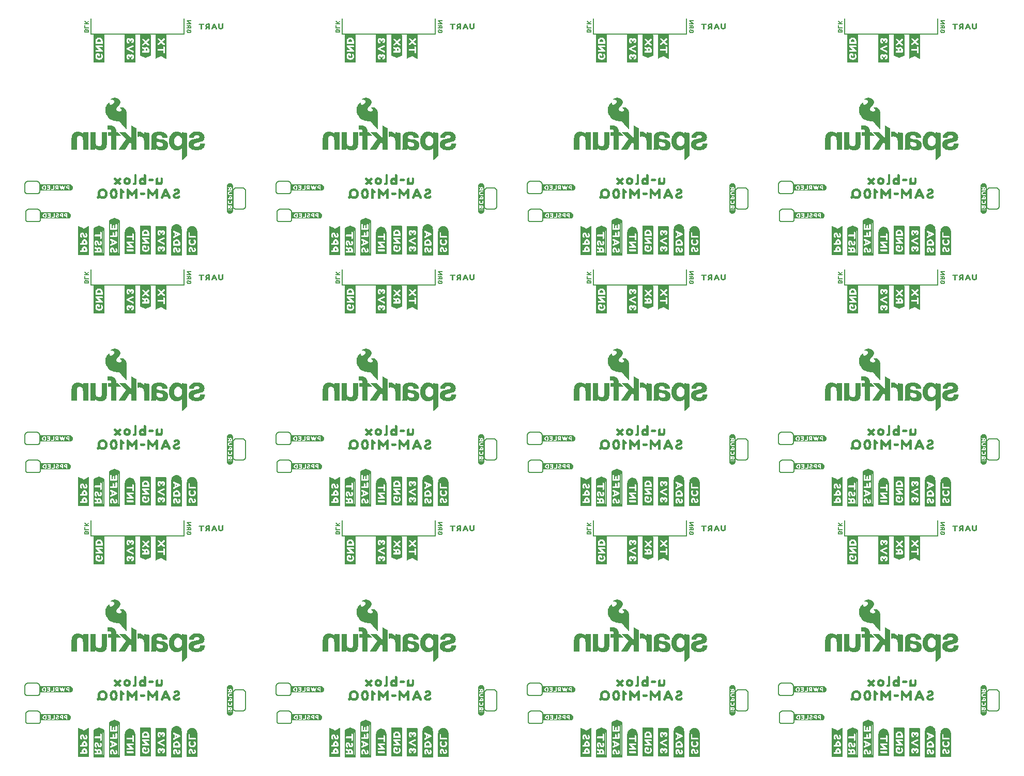
<source format=gbo>
G04 EAGLE Gerber RS-274X export*
G75*
%MOMM*%
%FSLAX34Y34*%
%LPD*%
%INSilkscreen Bottom*%
%IPPOS*%
%AMOC8*
5,1,8,0,0,1.08239X$1,22.5*%
G01*
%ADD10C,0.177800*%
%ADD11C,0.203200*%
%ADD12C,0.152400*%

G36*
X173647Y429557D02*
X173647Y429557D01*
X173642Y429564D01*
X173649Y429570D01*
X173649Y487170D01*
X173631Y487194D01*
X173632Y487208D01*
X173032Y487708D01*
X173023Y487708D01*
X173022Y487714D01*
X165522Y491514D01*
X165502Y491510D01*
X165494Y491519D01*
X164694Y491419D01*
X164686Y491411D01*
X164678Y491414D01*
X157078Y487714D01*
X157072Y487701D01*
X157062Y487702D01*
X156562Y487102D01*
X156561Y487078D01*
X156551Y487070D01*
X156551Y430370D01*
X156554Y430366D01*
X156551Y430364D01*
X156651Y429564D01*
X156693Y429521D01*
X156697Y429525D01*
X156700Y429521D01*
X173600Y429521D01*
X173647Y429557D01*
G37*
G36*
X173647Y841037D02*
X173647Y841037D01*
X173642Y841044D01*
X173649Y841050D01*
X173649Y898650D01*
X173631Y898674D01*
X173632Y898688D01*
X173032Y899188D01*
X173023Y899188D01*
X173022Y899194D01*
X165522Y902994D01*
X165502Y902990D01*
X165494Y902999D01*
X164694Y902899D01*
X164686Y902891D01*
X164678Y902894D01*
X157078Y899194D01*
X157072Y899181D01*
X157062Y899182D01*
X156562Y898582D01*
X156561Y898558D01*
X156551Y898550D01*
X156551Y841850D01*
X156554Y841846D01*
X156551Y841844D01*
X156651Y841044D01*
X156693Y841001D01*
X156697Y841005D01*
X156700Y841001D01*
X173600Y841001D01*
X173647Y841037D01*
G37*
G36*
X585127Y18077D02*
X585127Y18077D01*
X585122Y18084D01*
X585129Y18090D01*
X585129Y75690D01*
X585111Y75714D01*
X585112Y75728D01*
X584512Y76228D01*
X584503Y76228D01*
X584502Y76234D01*
X577002Y80034D01*
X576982Y80030D01*
X576974Y80039D01*
X576174Y79939D01*
X576166Y79931D01*
X576158Y79934D01*
X568558Y76234D01*
X568552Y76221D01*
X568542Y76222D01*
X568042Y75622D01*
X568041Y75598D01*
X568031Y75590D01*
X568031Y18890D01*
X568034Y18886D01*
X568031Y18884D01*
X568131Y18084D01*
X568173Y18041D01*
X568177Y18045D01*
X568180Y18041D01*
X585080Y18041D01*
X585127Y18077D01*
G37*
G36*
X996607Y18077D02*
X996607Y18077D01*
X996602Y18084D01*
X996609Y18090D01*
X996609Y75690D01*
X996591Y75714D01*
X996592Y75728D01*
X995992Y76228D01*
X995983Y76228D01*
X995982Y76234D01*
X988482Y80034D01*
X988462Y80030D01*
X988454Y80039D01*
X987654Y79939D01*
X987646Y79931D01*
X987638Y79934D01*
X980038Y76234D01*
X980032Y76221D01*
X980022Y76222D01*
X979522Y75622D01*
X979521Y75598D01*
X979511Y75590D01*
X979511Y18890D01*
X979514Y18886D01*
X979511Y18884D01*
X979611Y18084D01*
X979653Y18041D01*
X979657Y18045D01*
X979660Y18041D01*
X996560Y18041D01*
X996607Y18077D01*
G37*
G36*
X1408087Y18077D02*
X1408087Y18077D01*
X1408082Y18084D01*
X1408089Y18090D01*
X1408089Y75690D01*
X1408071Y75714D01*
X1408072Y75728D01*
X1407472Y76228D01*
X1407463Y76228D01*
X1407462Y76234D01*
X1399962Y80034D01*
X1399942Y80030D01*
X1399934Y80039D01*
X1399134Y79939D01*
X1399126Y79931D01*
X1399118Y79934D01*
X1391518Y76234D01*
X1391512Y76221D01*
X1391502Y76222D01*
X1391002Y75622D01*
X1391001Y75598D01*
X1390991Y75590D01*
X1390991Y18890D01*
X1390994Y18886D01*
X1390991Y18884D01*
X1391091Y18084D01*
X1391133Y18041D01*
X1391137Y18045D01*
X1391140Y18041D01*
X1408040Y18041D01*
X1408087Y18077D01*
G37*
G36*
X1408087Y841037D02*
X1408087Y841037D01*
X1408082Y841044D01*
X1408089Y841050D01*
X1408089Y898650D01*
X1408071Y898674D01*
X1408072Y898688D01*
X1407472Y899188D01*
X1407463Y899188D01*
X1407462Y899194D01*
X1399962Y902994D01*
X1399942Y902990D01*
X1399934Y902999D01*
X1399134Y902899D01*
X1399126Y902891D01*
X1399118Y902894D01*
X1391518Y899194D01*
X1391512Y899181D01*
X1391502Y899182D01*
X1391002Y898582D01*
X1391001Y898558D01*
X1390991Y898550D01*
X1390991Y841850D01*
X1390994Y841846D01*
X1390991Y841844D01*
X1391091Y841044D01*
X1391133Y841001D01*
X1391137Y841005D01*
X1391140Y841001D01*
X1408040Y841001D01*
X1408087Y841037D01*
G37*
G36*
X585127Y841037D02*
X585127Y841037D01*
X585122Y841044D01*
X585129Y841050D01*
X585129Y898650D01*
X585111Y898674D01*
X585112Y898688D01*
X584512Y899188D01*
X584503Y899188D01*
X584502Y899194D01*
X577002Y902994D01*
X576982Y902990D01*
X576974Y902999D01*
X576174Y902899D01*
X576166Y902891D01*
X576158Y902894D01*
X568558Y899194D01*
X568552Y899181D01*
X568542Y899182D01*
X568042Y898582D01*
X568041Y898558D01*
X568031Y898550D01*
X568031Y841850D01*
X568034Y841846D01*
X568031Y841844D01*
X568131Y841044D01*
X568173Y841001D01*
X568177Y841005D01*
X568180Y841001D01*
X585080Y841001D01*
X585127Y841037D01*
G37*
G36*
X173647Y18077D02*
X173647Y18077D01*
X173642Y18084D01*
X173649Y18090D01*
X173649Y75690D01*
X173631Y75714D01*
X173632Y75728D01*
X173032Y76228D01*
X173023Y76228D01*
X173022Y76234D01*
X165522Y80034D01*
X165502Y80030D01*
X165494Y80039D01*
X164694Y79939D01*
X164686Y79931D01*
X164678Y79934D01*
X157078Y76234D01*
X157072Y76221D01*
X157062Y76222D01*
X156562Y75622D01*
X156561Y75598D01*
X156551Y75590D01*
X156551Y18890D01*
X156554Y18886D01*
X156551Y18884D01*
X156651Y18084D01*
X156693Y18041D01*
X156697Y18045D01*
X156700Y18041D01*
X173600Y18041D01*
X173647Y18077D01*
G37*
G36*
X585127Y429557D02*
X585127Y429557D01*
X585122Y429564D01*
X585129Y429570D01*
X585129Y487170D01*
X585111Y487194D01*
X585112Y487208D01*
X584512Y487708D01*
X584503Y487708D01*
X584502Y487714D01*
X577002Y491514D01*
X576982Y491510D01*
X576974Y491519D01*
X576174Y491419D01*
X576166Y491411D01*
X576158Y491414D01*
X568558Y487714D01*
X568552Y487701D01*
X568542Y487702D01*
X568042Y487102D01*
X568041Y487078D01*
X568031Y487070D01*
X568031Y430370D01*
X568034Y430366D01*
X568031Y430364D01*
X568131Y429564D01*
X568173Y429521D01*
X568177Y429525D01*
X568180Y429521D01*
X585080Y429521D01*
X585127Y429557D01*
G37*
G36*
X996607Y841037D02*
X996607Y841037D01*
X996602Y841044D01*
X996609Y841050D01*
X996609Y898650D01*
X996591Y898674D01*
X996592Y898688D01*
X995992Y899188D01*
X995983Y899188D01*
X995982Y899194D01*
X988482Y902994D01*
X988462Y902990D01*
X988454Y902999D01*
X987654Y902899D01*
X987646Y902891D01*
X987638Y902894D01*
X980038Y899194D01*
X980032Y899181D01*
X980022Y899182D01*
X979522Y898582D01*
X979521Y898558D01*
X979511Y898550D01*
X979511Y841850D01*
X979514Y841846D01*
X979511Y841844D01*
X979611Y841044D01*
X979653Y841001D01*
X979657Y841005D01*
X979660Y841001D01*
X996560Y841001D01*
X996607Y841037D01*
G37*
G36*
X996607Y429557D02*
X996607Y429557D01*
X996602Y429564D01*
X996609Y429570D01*
X996609Y487170D01*
X996591Y487194D01*
X996592Y487208D01*
X995992Y487708D01*
X995983Y487708D01*
X995982Y487714D01*
X988482Y491514D01*
X988462Y491510D01*
X988454Y491519D01*
X987654Y491419D01*
X987646Y491411D01*
X987638Y491414D01*
X980038Y487714D01*
X980032Y487701D01*
X980022Y487702D01*
X979522Y487102D01*
X979521Y487078D01*
X979511Y487070D01*
X979511Y430370D01*
X979514Y430366D01*
X979511Y430364D01*
X979611Y429564D01*
X979653Y429521D01*
X979657Y429525D01*
X979660Y429521D01*
X996560Y429521D01*
X996607Y429557D01*
G37*
G36*
X1408087Y429557D02*
X1408087Y429557D01*
X1408082Y429564D01*
X1408089Y429570D01*
X1408089Y487170D01*
X1408071Y487194D01*
X1408072Y487208D01*
X1407472Y487708D01*
X1407463Y487708D01*
X1407462Y487714D01*
X1399962Y491514D01*
X1399942Y491510D01*
X1399934Y491519D01*
X1399134Y491419D01*
X1399126Y491411D01*
X1399118Y491414D01*
X1391518Y487714D01*
X1391512Y487701D01*
X1391502Y487702D01*
X1391002Y487102D01*
X1391001Y487078D01*
X1390991Y487070D01*
X1390991Y430370D01*
X1390994Y430366D01*
X1390991Y430364D01*
X1391091Y429564D01*
X1391133Y429521D01*
X1391137Y429525D01*
X1391140Y429521D01*
X1408040Y429521D01*
X1408087Y429557D01*
G37*
G36*
X184354Y225520D02*
X184354Y225520D01*
X184441Y225523D01*
X184441Y225524D01*
X184442Y225524D01*
X184517Y225565D01*
X184593Y225606D01*
X184593Y225607D01*
X184594Y225607D01*
X184645Y225679D01*
X184693Y225748D01*
X184693Y225749D01*
X184694Y225756D01*
X184720Y225890D01*
X184720Y253490D01*
X184716Y253510D01*
X184717Y253537D01*
X184517Y255137D01*
X184506Y255169D01*
X184498Y255218D01*
X183998Y256618D01*
X183990Y256630D01*
X183986Y256647D01*
X183486Y257747D01*
X183468Y257771D01*
X183452Y257808D01*
X182752Y258808D01*
X182733Y258825D01*
X182722Y258844D01*
X182700Y258860D01*
X182673Y258890D01*
X181773Y259590D01*
X181762Y259595D01*
X181751Y259606D01*
X180851Y260206D01*
X180820Y260218D01*
X180781Y260243D01*
X179781Y260643D01*
X179766Y260645D01*
X179749Y260654D01*
X178749Y260954D01*
X178730Y260955D01*
X178708Y260964D01*
X177608Y261164D01*
X177579Y261163D01*
X177540Y261170D01*
X175840Y261170D01*
X175817Y261165D01*
X175786Y261166D01*
X175086Y261066D01*
X175053Y261053D01*
X174999Y261043D01*
X174509Y260847D01*
X174278Y260770D01*
X174140Y260770D01*
X173971Y260731D01*
X173838Y260621D01*
X173767Y260462D01*
X173773Y260289D01*
X173856Y260137D01*
X173998Y260037D01*
X174119Y260014D01*
X174329Y259874D01*
X174360Y259862D01*
X174448Y259821D01*
X174773Y259740D01*
X175112Y259486D01*
X175128Y259479D01*
X175144Y259464D01*
X176104Y258888D01*
X176438Y258554D01*
X176692Y258130D01*
X176860Y257628D01*
X176860Y257052D01*
X176691Y256546D01*
X176326Y255908D01*
X175879Y255371D01*
X175250Y254922D01*
X174412Y254549D01*
X173401Y254273D01*
X171901Y254367D01*
X170487Y254744D01*
X169401Y255378D01*
X168674Y256378D01*
X168226Y257453D01*
X168315Y258704D01*
X168869Y260089D01*
X170118Y261531D01*
X171809Y263221D01*
X171823Y263243D01*
X171848Y263267D01*
X173148Y265067D01*
X173154Y265082D01*
X173168Y265097D01*
X174168Y266797D01*
X174179Y266834D01*
X174211Y266908D01*
X174611Y268708D01*
X174611Y268741D01*
X174620Y268790D01*
X174620Y270490D01*
X174611Y270528D01*
X174603Y270603D01*
X174103Y272203D01*
X174083Y272237D01*
X174053Y272305D01*
X172953Y273905D01*
X172926Y273930D01*
X172892Y273975D01*
X171192Y275475D01*
X171157Y275494D01*
X171104Y275533D01*
X168804Y276633D01*
X168771Y276640D01*
X168724Y276661D01*
X166524Y277161D01*
X166486Y277161D01*
X166421Y277170D01*
X164421Y277070D01*
X164395Y277062D01*
X164358Y277061D01*
X162558Y276661D01*
X162527Y276647D01*
X162479Y276635D01*
X160979Y275935D01*
X160975Y275932D01*
X160970Y275930D01*
X160436Y275663D01*
X159770Y275330D01*
X159748Y275312D01*
X159712Y275294D01*
X158912Y274694D01*
X158897Y274676D01*
X158871Y274659D01*
X158671Y274459D01*
X158658Y274437D01*
X158638Y274421D01*
X158612Y274364D01*
X158580Y274312D01*
X158577Y274286D01*
X158567Y274262D01*
X158569Y274201D01*
X158563Y274139D01*
X158572Y274115D01*
X158573Y274089D01*
X158603Y274035D01*
X158625Y273977D01*
X158644Y273960D01*
X158656Y273937D01*
X158707Y273902D01*
X158752Y273860D01*
X158777Y273852D01*
X158798Y273837D01*
X158882Y273821D01*
X158918Y273810D01*
X158928Y273812D01*
X158940Y273810D01*
X159040Y273810D01*
X159076Y273818D01*
X159132Y273821D01*
X159518Y273918D01*
X160071Y274010D01*
X160716Y274010D01*
X161455Y273917D01*
X162294Y273638D01*
X163028Y273271D01*
X163668Y272722D01*
X164129Y272169D01*
X164392Y271730D01*
X164560Y271228D01*
X164560Y270152D01*
X164391Y269646D01*
X164019Y268996D01*
X163549Y268337D01*
X162394Y267181D01*
X161735Y266711D01*
X161060Y266325D01*
X160724Y266157D01*
X160288Y265939D01*
X159545Y265661D01*
X158913Y265570D01*
X158418Y265570D01*
X157837Y265819D01*
X157443Y266135D01*
X157192Y266636D01*
X157020Y267152D01*
X157020Y268128D01*
X157101Y268370D01*
X157103Y268391D01*
X157109Y268406D01*
X157108Y268429D01*
X157120Y268490D01*
X157120Y268690D01*
X157106Y268753D01*
X157098Y268817D01*
X157086Y268836D01*
X157081Y268859D01*
X157040Y268909D01*
X157005Y268963D01*
X156985Y268975D01*
X156971Y268992D01*
X156912Y269019D01*
X156857Y269052D01*
X156834Y269054D01*
X156812Y269063D01*
X156748Y269061D01*
X156684Y269066D01*
X156659Y269057D01*
X156639Y269057D01*
X156606Y269038D01*
X156547Y269018D01*
X154847Y268018D01*
X154819Y267991D01*
X154763Y267951D01*
X153163Y266251D01*
X153147Y266222D01*
X153115Y266188D01*
X151715Y263888D01*
X151705Y263856D01*
X151681Y263814D01*
X150681Y260914D01*
X150678Y260886D01*
X150664Y260849D01*
X150164Y257649D01*
X150167Y257616D01*
X150160Y257568D01*
X150360Y254068D01*
X150370Y254037D01*
X150373Y253991D01*
X151373Y250291D01*
X151390Y250259D01*
X151408Y250205D01*
X153408Y246605D01*
X153425Y246587D01*
X153440Y246557D01*
X154840Y244757D01*
X154852Y244747D01*
X154863Y244730D01*
X156363Y243130D01*
X156381Y243118D01*
X156398Y243096D01*
X158098Y241696D01*
X158117Y241687D01*
X158137Y241669D01*
X160037Y240469D01*
X160065Y240459D01*
X160099Y240437D01*
X162099Y239637D01*
X162111Y239635D01*
X162125Y239628D01*
X164325Y238928D01*
X164354Y238925D01*
X164393Y238913D01*
X166793Y238613D01*
X166814Y238615D01*
X166840Y238610D01*
X170593Y238610D01*
X171707Y238331D01*
X172652Y237859D01*
X173709Y237186D01*
X174671Y236320D01*
X175659Y235234D01*
X175660Y235233D01*
X175661Y235232D01*
X176855Y233938D01*
X178051Y232543D01*
X178057Y232539D01*
X178061Y232532D01*
X179260Y231233D01*
X181460Y228833D01*
X182348Y227846D01*
X183040Y226957D01*
X183046Y226951D01*
X183051Y226943D01*
X183643Y226252D01*
X183915Y225889D01*
X183999Y225721D01*
X184000Y225720D01*
X184052Y225657D01*
X184109Y225588D01*
X184110Y225587D01*
X184111Y225587D01*
X184186Y225553D01*
X184268Y225517D01*
X184269Y225516D01*
X184354Y225520D01*
G37*
G36*
X595834Y1048480D02*
X595834Y1048480D01*
X595921Y1048483D01*
X595921Y1048484D01*
X595922Y1048484D01*
X595997Y1048525D01*
X596073Y1048566D01*
X596073Y1048567D01*
X596074Y1048567D01*
X596125Y1048639D01*
X596173Y1048708D01*
X596173Y1048709D01*
X596174Y1048716D01*
X596200Y1048850D01*
X596200Y1076450D01*
X596196Y1076470D01*
X596197Y1076497D01*
X595997Y1078097D01*
X595986Y1078129D01*
X595978Y1078178D01*
X595478Y1079578D01*
X595470Y1079590D01*
X595466Y1079607D01*
X594966Y1080707D01*
X594948Y1080731D01*
X594932Y1080768D01*
X594232Y1081768D01*
X594213Y1081785D01*
X594202Y1081804D01*
X594180Y1081820D01*
X594153Y1081850D01*
X593253Y1082550D01*
X593242Y1082555D01*
X593231Y1082566D01*
X592331Y1083166D01*
X592300Y1083178D01*
X592261Y1083203D01*
X591261Y1083603D01*
X591246Y1083605D01*
X591229Y1083614D01*
X590229Y1083914D01*
X590210Y1083915D01*
X590188Y1083924D01*
X589088Y1084124D01*
X589059Y1084123D01*
X589020Y1084130D01*
X587320Y1084130D01*
X587297Y1084125D01*
X587266Y1084126D01*
X586566Y1084026D01*
X586533Y1084013D01*
X586479Y1084003D01*
X585989Y1083807D01*
X585758Y1083730D01*
X585620Y1083730D01*
X585451Y1083691D01*
X585318Y1083581D01*
X585247Y1083422D01*
X585253Y1083249D01*
X585336Y1083097D01*
X585478Y1082997D01*
X585599Y1082974D01*
X585809Y1082834D01*
X585840Y1082822D01*
X585928Y1082781D01*
X586253Y1082700D01*
X586592Y1082446D01*
X586608Y1082439D01*
X586624Y1082424D01*
X587584Y1081848D01*
X587918Y1081514D01*
X588172Y1081090D01*
X588340Y1080588D01*
X588340Y1080012D01*
X588171Y1079506D01*
X587806Y1078868D01*
X587359Y1078331D01*
X586730Y1077882D01*
X585892Y1077509D01*
X584881Y1077233D01*
X583381Y1077327D01*
X581967Y1077704D01*
X580881Y1078338D01*
X580154Y1079338D01*
X579706Y1080413D01*
X579795Y1081664D01*
X580349Y1083049D01*
X581598Y1084491D01*
X583289Y1086181D01*
X583303Y1086203D01*
X583328Y1086227D01*
X584628Y1088027D01*
X584634Y1088042D01*
X584648Y1088057D01*
X585648Y1089757D01*
X585659Y1089794D01*
X585691Y1089868D01*
X586091Y1091668D01*
X586091Y1091701D01*
X586100Y1091750D01*
X586100Y1093450D01*
X586091Y1093488D01*
X586083Y1093563D01*
X585583Y1095163D01*
X585563Y1095197D01*
X585533Y1095265D01*
X584433Y1096865D01*
X584406Y1096890D01*
X584372Y1096935D01*
X582672Y1098435D01*
X582637Y1098454D01*
X582584Y1098493D01*
X580284Y1099593D01*
X580251Y1099600D01*
X580204Y1099621D01*
X578004Y1100121D01*
X577966Y1100121D01*
X577901Y1100130D01*
X575901Y1100030D01*
X575875Y1100022D01*
X575838Y1100021D01*
X574038Y1099621D01*
X574007Y1099607D01*
X573959Y1099595D01*
X572459Y1098895D01*
X572455Y1098892D01*
X572450Y1098890D01*
X571916Y1098623D01*
X571250Y1098290D01*
X571228Y1098272D01*
X571192Y1098254D01*
X570392Y1097654D01*
X570377Y1097636D01*
X570351Y1097619D01*
X570151Y1097419D01*
X570138Y1097397D01*
X570118Y1097381D01*
X570092Y1097324D01*
X570060Y1097272D01*
X570057Y1097246D01*
X570047Y1097222D01*
X570049Y1097161D01*
X570043Y1097099D01*
X570052Y1097075D01*
X570053Y1097049D01*
X570083Y1096995D01*
X570105Y1096937D01*
X570124Y1096920D01*
X570136Y1096897D01*
X570187Y1096862D01*
X570232Y1096820D01*
X570257Y1096812D01*
X570278Y1096797D01*
X570362Y1096781D01*
X570398Y1096770D01*
X570408Y1096772D01*
X570420Y1096770D01*
X570520Y1096770D01*
X570556Y1096778D01*
X570612Y1096781D01*
X570998Y1096878D01*
X571551Y1096970D01*
X572196Y1096970D01*
X572935Y1096877D01*
X573774Y1096598D01*
X574508Y1096231D01*
X575148Y1095682D01*
X575609Y1095129D01*
X575872Y1094690D01*
X576040Y1094188D01*
X576040Y1093112D01*
X575871Y1092606D01*
X575499Y1091956D01*
X575029Y1091297D01*
X573874Y1090141D01*
X573215Y1089671D01*
X572540Y1089285D01*
X572204Y1089117D01*
X571768Y1088899D01*
X571025Y1088621D01*
X570393Y1088530D01*
X569898Y1088530D01*
X569317Y1088779D01*
X568923Y1089095D01*
X568672Y1089596D01*
X568500Y1090112D01*
X568500Y1091088D01*
X568581Y1091330D01*
X568583Y1091351D01*
X568589Y1091366D01*
X568588Y1091389D01*
X568600Y1091450D01*
X568600Y1091650D01*
X568586Y1091713D01*
X568578Y1091777D01*
X568566Y1091796D01*
X568561Y1091819D01*
X568520Y1091869D01*
X568485Y1091923D01*
X568465Y1091935D01*
X568451Y1091952D01*
X568392Y1091979D01*
X568337Y1092012D01*
X568314Y1092014D01*
X568292Y1092023D01*
X568228Y1092021D01*
X568164Y1092026D01*
X568139Y1092017D01*
X568119Y1092017D01*
X568086Y1091998D01*
X568027Y1091978D01*
X566327Y1090978D01*
X566299Y1090951D01*
X566243Y1090911D01*
X564643Y1089211D01*
X564627Y1089182D01*
X564595Y1089148D01*
X563195Y1086848D01*
X563185Y1086816D01*
X563161Y1086774D01*
X562161Y1083874D01*
X562158Y1083846D01*
X562144Y1083809D01*
X561644Y1080609D01*
X561647Y1080576D01*
X561640Y1080528D01*
X561840Y1077028D01*
X561850Y1076997D01*
X561853Y1076951D01*
X562853Y1073251D01*
X562870Y1073219D01*
X562888Y1073165D01*
X564888Y1069565D01*
X564905Y1069547D01*
X564920Y1069517D01*
X566320Y1067717D01*
X566332Y1067707D01*
X566343Y1067690D01*
X567843Y1066090D01*
X567861Y1066078D01*
X567878Y1066056D01*
X569578Y1064656D01*
X569597Y1064647D01*
X569617Y1064629D01*
X571517Y1063429D01*
X571545Y1063419D01*
X571579Y1063397D01*
X573579Y1062597D01*
X573591Y1062595D01*
X573605Y1062588D01*
X575805Y1061888D01*
X575834Y1061885D01*
X575873Y1061873D01*
X578273Y1061573D01*
X578294Y1061575D01*
X578320Y1061570D01*
X582073Y1061570D01*
X583187Y1061291D01*
X584132Y1060819D01*
X585189Y1060146D01*
X586151Y1059280D01*
X587139Y1058194D01*
X587140Y1058193D01*
X587141Y1058192D01*
X588335Y1056898D01*
X589531Y1055503D01*
X589537Y1055499D01*
X589541Y1055492D01*
X590740Y1054193D01*
X592940Y1051793D01*
X593828Y1050806D01*
X594520Y1049917D01*
X594526Y1049911D01*
X594531Y1049903D01*
X595123Y1049212D01*
X595395Y1048849D01*
X595479Y1048681D01*
X595480Y1048680D01*
X595532Y1048617D01*
X595589Y1048548D01*
X595590Y1048547D01*
X595591Y1048547D01*
X595666Y1048513D01*
X595748Y1048477D01*
X595749Y1048476D01*
X595834Y1048480D01*
G37*
G36*
X184354Y1048480D02*
X184354Y1048480D01*
X184441Y1048483D01*
X184441Y1048484D01*
X184442Y1048484D01*
X184517Y1048525D01*
X184593Y1048566D01*
X184593Y1048567D01*
X184594Y1048567D01*
X184645Y1048639D01*
X184693Y1048708D01*
X184693Y1048709D01*
X184694Y1048716D01*
X184720Y1048850D01*
X184720Y1076450D01*
X184716Y1076470D01*
X184717Y1076497D01*
X184517Y1078097D01*
X184506Y1078129D01*
X184498Y1078178D01*
X183998Y1079578D01*
X183990Y1079590D01*
X183986Y1079607D01*
X183486Y1080707D01*
X183468Y1080731D01*
X183452Y1080768D01*
X182752Y1081768D01*
X182733Y1081785D01*
X182722Y1081804D01*
X182700Y1081820D01*
X182673Y1081850D01*
X181773Y1082550D01*
X181762Y1082555D01*
X181751Y1082566D01*
X180851Y1083166D01*
X180820Y1083178D01*
X180781Y1083203D01*
X179781Y1083603D01*
X179766Y1083605D01*
X179749Y1083614D01*
X178749Y1083914D01*
X178730Y1083915D01*
X178708Y1083924D01*
X177608Y1084124D01*
X177579Y1084123D01*
X177540Y1084130D01*
X175840Y1084130D01*
X175817Y1084125D01*
X175786Y1084126D01*
X175086Y1084026D01*
X175053Y1084013D01*
X174999Y1084003D01*
X174509Y1083807D01*
X174278Y1083730D01*
X174140Y1083730D01*
X173971Y1083691D01*
X173838Y1083581D01*
X173767Y1083422D01*
X173773Y1083249D01*
X173856Y1083097D01*
X173998Y1082997D01*
X174119Y1082974D01*
X174329Y1082834D01*
X174360Y1082822D01*
X174448Y1082781D01*
X174773Y1082700D01*
X175112Y1082446D01*
X175128Y1082439D01*
X175144Y1082424D01*
X176104Y1081848D01*
X176438Y1081514D01*
X176692Y1081090D01*
X176860Y1080588D01*
X176860Y1080012D01*
X176691Y1079506D01*
X176326Y1078868D01*
X175879Y1078331D01*
X175250Y1077882D01*
X174412Y1077509D01*
X173401Y1077233D01*
X171901Y1077327D01*
X170487Y1077704D01*
X169401Y1078338D01*
X168674Y1079338D01*
X168226Y1080413D01*
X168315Y1081664D01*
X168869Y1083049D01*
X170118Y1084491D01*
X171809Y1086181D01*
X171823Y1086203D01*
X171848Y1086227D01*
X173148Y1088027D01*
X173154Y1088042D01*
X173168Y1088057D01*
X174168Y1089757D01*
X174179Y1089794D01*
X174211Y1089868D01*
X174611Y1091668D01*
X174611Y1091701D01*
X174620Y1091750D01*
X174620Y1093450D01*
X174611Y1093488D01*
X174603Y1093563D01*
X174103Y1095163D01*
X174083Y1095197D01*
X174053Y1095265D01*
X172953Y1096865D01*
X172926Y1096890D01*
X172892Y1096935D01*
X171192Y1098435D01*
X171157Y1098454D01*
X171104Y1098493D01*
X168804Y1099593D01*
X168771Y1099600D01*
X168724Y1099621D01*
X166524Y1100121D01*
X166486Y1100121D01*
X166421Y1100130D01*
X164421Y1100030D01*
X164395Y1100022D01*
X164358Y1100021D01*
X162558Y1099621D01*
X162527Y1099607D01*
X162479Y1099595D01*
X160979Y1098895D01*
X160975Y1098892D01*
X160970Y1098890D01*
X160436Y1098623D01*
X159770Y1098290D01*
X159748Y1098272D01*
X159712Y1098254D01*
X158912Y1097654D01*
X158897Y1097636D01*
X158871Y1097619D01*
X158671Y1097419D01*
X158658Y1097397D01*
X158638Y1097381D01*
X158612Y1097324D01*
X158580Y1097272D01*
X158577Y1097246D01*
X158567Y1097222D01*
X158569Y1097161D01*
X158563Y1097099D01*
X158572Y1097075D01*
X158573Y1097049D01*
X158603Y1096995D01*
X158625Y1096937D01*
X158644Y1096920D01*
X158656Y1096897D01*
X158707Y1096862D01*
X158752Y1096820D01*
X158777Y1096812D01*
X158798Y1096797D01*
X158882Y1096781D01*
X158918Y1096770D01*
X158928Y1096772D01*
X158940Y1096770D01*
X159040Y1096770D01*
X159076Y1096778D01*
X159132Y1096781D01*
X159518Y1096878D01*
X160071Y1096970D01*
X160716Y1096970D01*
X161455Y1096877D01*
X162294Y1096598D01*
X163028Y1096231D01*
X163668Y1095682D01*
X164129Y1095129D01*
X164392Y1094690D01*
X164560Y1094188D01*
X164560Y1093112D01*
X164391Y1092606D01*
X164019Y1091956D01*
X163549Y1091297D01*
X162394Y1090141D01*
X161735Y1089671D01*
X161060Y1089285D01*
X160724Y1089117D01*
X160288Y1088899D01*
X159545Y1088621D01*
X158913Y1088530D01*
X158418Y1088530D01*
X157837Y1088779D01*
X157443Y1089095D01*
X157192Y1089596D01*
X157020Y1090112D01*
X157020Y1091088D01*
X157101Y1091330D01*
X157103Y1091351D01*
X157109Y1091366D01*
X157108Y1091389D01*
X157120Y1091450D01*
X157120Y1091650D01*
X157106Y1091713D01*
X157098Y1091777D01*
X157086Y1091796D01*
X157081Y1091819D01*
X157040Y1091869D01*
X157005Y1091923D01*
X156985Y1091935D01*
X156971Y1091952D01*
X156912Y1091979D01*
X156857Y1092012D01*
X156834Y1092014D01*
X156812Y1092023D01*
X156748Y1092021D01*
X156684Y1092026D01*
X156659Y1092017D01*
X156639Y1092017D01*
X156606Y1091998D01*
X156547Y1091978D01*
X154847Y1090978D01*
X154819Y1090951D01*
X154763Y1090911D01*
X153163Y1089211D01*
X153147Y1089182D01*
X153115Y1089148D01*
X151715Y1086848D01*
X151705Y1086816D01*
X151681Y1086774D01*
X150681Y1083874D01*
X150678Y1083846D01*
X150664Y1083809D01*
X150164Y1080609D01*
X150167Y1080576D01*
X150160Y1080528D01*
X150360Y1077028D01*
X150370Y1076997D01*
X150373Y1076951D01*
X151373Y1073251D01*
X151390Y1073219D01*
X151408Y1073165D01*
X153408Y1069565D01*
X153425Y1069547D01*
X153440Y1069517D01*
X154840Y1067717D01*
X154852Y1067707D01*
X154863Y1067690D01*
X156363Y1066090D01*
X156381Y1066078D01*
X156398Y1066056D01*
X158098Y1064656D01*
X158117Y1064647D01*
X158137Y1064629D01*
X160037Y1063429D01*
X160065Y1063419D01*
X160099Y1063397D01*
X162099Y1062597D01*
X162111Y1062595D01*
X162125Y1062588D01*
X164325Y1061888D01*
X164354Y1061885D01*
X164393Y1061873D01*
X166793Y1061573D01*
X166814Y1061575D01*
X166840Y1061570D01*
X170593Y1061570D01*
X171707Y1061291D01*
X172652Y1060819D01*
X173709Y1060146D01*
X174671Y1059280D01*
X175659Y1058194D01*
X175660Y1058193D01*
X175661Y1058192D01*
X176855Y1056898D01*
X178051Y1055503D01*
X178057Y1055499D01*
X178061Y1055492D01*
X179260Y1054193D01*
X181460Y1051793D01*
X182348Y1050806D01*
X183040Y1049917D01*
X183046Y1049911D01*
X183051Y1049903D01*
X183643Y1049212D01*
X183915Y1048849D01*
X183999Y1048681D01*
X184000Y1048680D01*
X184052Y1048617D01*
X184109Y1048548D01*
X184110Y1048547D01*
X184111Y1048547D01*
X184186Y1048513D01*
X184268Y1048477D01*
X184269Y1048476D01*
X184354Y1048480D01*
G37*
G36*
X1007314Y637000D02*
X1007314Y637000D01*
X1007401Y637003D01*
X1007401Y637004D01*
X1007402Y637004D01*
X1007477Y637045D01*
X1007553Y637086D01*
X1007553Y637087D01*
X1007554Y637087D01*
X1007605Y637159D01*
X1007653Y637228D01*
X1007653Y637229D01*
X1007654Y637236D01*
X1007680Y637370D01*
X1007680Y664970D01*
X1007676Y664990D01*
X1007677Y665017D01*
X1007477Y666617D01*
X1007466Y666649D01*
X1007458Y666698D01*
X1006958Y668098D01*
X1006950Y668110D01*
X1006946Y668127D01*
X1006446Y669227D01*
X1006428Y669251D01*
X1006412Y669288D01*
X1005712Y670288D01*
X1005693Y670305D01*
X1005682Y670324D01*
X1005660Y670340D01*
X1005633Y670370D01*
X1004733Y671070D01*
X1004722Y671075D01*
X1004711Y671086D01*
X1003811Y671686D01*
X1003780Y671698D01*
X1003741Y671723D01*
X1002741Y672123D01*
X1002726Y672125D01*
X1002709Y672134D01*
X1001709Y672434D01*
X1001690Y672435D01*
X1001668Y672444D01*
X1000568Y672644D01*
X1000539Y672643D01*
X1000500Y672650D01*
X998800Y672650D01*
X998777Y672645D01*
X998746Y672646D01*
X998046Y672546D01*
X998013Y672533D01*
X997959Y672523D01*
X997469Y672327D01*
X997238Y672250D01*
X997100Y672250D01*
X996931Y672211D01*
X996798Y672101D01*
X996727Y671942D01*
X996733Y671769D01*
X996816Y671617D01*
X996958Y671517D01*
X997079Y671494D01*
X997289Y671354D01*
X997320Y671342D01*
X997408Y671301D01*
X997733Y671220D01*
X998072Y670966D01*
X998088Y670959D01*
X998104Y670944D01*
X999064Y670368D01*
X999398Y670034D01*
X999652Y669610D01*
X999820Y669108D01*
X999820Y668532D01*
X999651Y668026D01*
X999286Y667388D01*
X998839Y666851D01*
X998210Y666402D01*
X997372Y666029D01*
X996361Y665753D01*
X994861Y665847D01*
X993447Y666224D01*
X992361Y666858D01*
X991634Y667858D01*
X991186Y668933D01*
X991275Y670184D01*
X991829Y671569D01*
X993078Y673011D01*
X994769Y674701D01*
X994783Y674723D01*
X994808Y674747D01*
X996108Y676547D01*
X996114Y676562D01*
X996128Y676577D01*
X997128Y678277D01*
X997139Y678314D01*
X997171Y678388D01*
X997571Y680188D01*
X997571Y680221D01*
X997580Y680270D01*
X997580Y681970D01*
X997571Y682008D01*
X997563Y682083D01*
X997063Y683683D01*
X997043Y683717D01*
X997013Y683785D01*
X995913Y685385D01*
X995886Y685410D01*
X995852Y685455D01*
X994152Y686955D01*
X994117Y686974D01*
X994064Y687013D01*
X991764Y688113D01*
X991731Y688120D01*
X991684Y688141D01*
X989484Y688641D01*
X989446Y688641D01*
X989381Y688650D01*
X987381Y688550D01*
X987355Y688542D01*
X987318Y688541D01*
X985518Y688141D01*
X985487Y688127D01*
X985439Y688115D01*
X983939Y687415D01*
X983935Y687412D01*
X983930Y687410D01*
X983396Y687143D01*
X982730Y686810D01*
X982708Y686792D01*
X982672Y686774D01*
X981872Y686174D01*
X981857Y686156D01*
X981831Y686139D01*
X981631Y685939D01*
X981618Y685917D01*
X981598Y685901D01*
X981572Y685844D01*
X981540Y685792D01*
X981537Y685766D01*
X981527Y685742D01*
X981529Y685681D01*
X981523Y685619D01*
X981532Y685595D01*
X981533Y685569D01*
X981563Y685515D01*
X981585Y685457D01*
X981604Y685440D01*
X981616Y685417D01*
X981667Y685382D01*
X981712Y685340D01*
X981737Y685332D01*
X981758Y685317D01*
X981842Y685301D01*
X981878Y685290D01*
X981888Y685292D01*
X981900Y685290D01*
X982000Y685290D01*
X982036Y685298D01*
X982092Y685301D01*
X982478Y685398D01*
X983031Y685490D01*
X983676Y685490D01*
X984415Y685397D01*
X985254Y685118D01*
X985988Y684751D01*
X986628Y684202D01*
X987089Y683649D01*
X987352Y683210D01*
X987520Y682708D01*
X987520Y681632D01*
X987351Y681126D01*
X986979Y680476D01*
X986509Y679817D01*
X985353Y678661D01*
X984695Y678191D01*
X984020Y677805D01*
X983684Y677637D01*
X983248Y677419D01*
X982505Y677141D01*
X981873Y677050D01*
X981378Y677050D01*
X980797Y677299D01*
X980403Y677615D01*
X980152Y678116D01*
X979980Y678632D01*
X979980Y679608D01*
X980061Y679850D01*
X980063Y679871D01*
X980069Y679886D01*
X980068Y679909D01*
X980080Y679970D01*
X980080Y680170D01*
X980066Y680233D01*
X980058Y680297D01*
X980046Y680316D01*
X980041Y680339D01*
X980000Y680389D01*
X979965Y680443D01*
X979945Y680455D01*
X979931Y680472D01*
X979872Y680499D01*
X979817Y680532D01*
X979794Y680534D01*
X979772Y680543D01*
X979708Y680541D01*
X979644Y680546D01*
X979619Y680537D01*
X979599Y680537D01*
X979566Y680518D01*
X979507Y680498D01*
X977807Y679498D01*
X977779Y679471D01*
X977723Y679431D01*
X976123Y677731D01*
X976107Y677702D01*
X976075Y677668D01*
X974675Y675368D01*
X974665Y675336D01*
X974641Y675294D01*
X973641Y672394D01*
X973638Y672366D01*
X973624Y672329D01*
X973124Y669129D01*
X973127Y669096D01*
X973120Y669048D01*
X973320Y665548D01*
X973330Y665517D01*
X973333Y665471D01*
X974333Y661771D01*
X974350Y661739D01*
X974368Y661685D01*
X976368Y658085D01*
X976385Y658067D01*
X976400Y658037D01*
X977800Y656237D01*
X977812Y656227D01*
X977823Y656210D01*
X979323Y654610D01*
X979341Y654598D01*
X979358Y654576D01*
X981058Y653176D01*
X981077Y653167D01*
X981097Y653149D01*
X982997Y651949D01*
X983025Y651939D01*
X983059Y651917D01*
X985059Y651117D01*
X985071Y651115D01*
X985085Y651108D01*
X987285Y650408D01*
X987314Y650405D01*
X987353Y650393D01*
X989753Y650093D01*
X989774Y650095D01*
X989800Y650090D01*
X993553Y650090D01*
X994667Y649811D01*
X995612Y649339D01*
X996669Y648666D01*
X997631Y647800D01*
X998619Y646714D01*
X998620Y646713D01*
X998621Y646712D01*
X999815Y645418D01*
X1001011Y644023D01*
X1001017Y644019D01*
X1001021Y644012D01*
X1002220Y642713D01*
X1004420Y640313D01*
X1005308Y639326D01*
X1006000Y638437D01*
X1006006Y638431D01*
X1006011Y638423D01*
X1006603Y637732D01*
X1006875Y637369D01*
X1006959Y637201D01*
X1006960Y637200D01*
X1007012Y637137D01*
X1007069Y637068D01*
X1007070Y637067D01*
X1007071Y637067D01*
X1007146Y637033D01*
X1007228Y636997D01*
X1007229Y636996D01*
X1007314Y637000D01*
G37*
G36*
X1007314Y1048480D02*
X1007314Y1048480D01*
X1007401Y1048483D01*
X1007401Y1048484D01*
X1007402Y1048484D01*
X1007477Y1048525D01*
X1007553Y1048566D01*
X1007553Y1048567D01*
X1007554Y1048567D01*
X1007605Y1048639D01*
X1007653Y1048708D01*
X1007653Y1048709D01*
X1007654Y1048716D01*
X1007680Y1048850D01*
X1007680Y1076450D01*
X1007676Y1076470D01*
X1007677Y1076497D01*
X1007477Y1078097D01*
X1007466Y1078129D01*
X1007458Y1078178D01*
X1006958Y1079578D01*
X1006950Y1079590D01*
X1006946Y1079607D01*
X1006446Y1080707D01*
X1006428Y1080731D01*
X1006412Y1080768D01*
X1005712Y1081768D01*
X1005693Y1081785D01*
X1005682Y1081804D01*
X1005660Y1081820D01*
X1005633Y1081850D01*
X1004733Y1082550D01*
X1004722Y1082555D01*
X1004711Y1082566D01*
X1003811Y1083166D01*
X1003780Y1083178D01*
X1003741Y1083203D01*
X1002741Y1083603D01*
X1002726Y1083605D01*
X1002709Y1083614D01*
X1001709Y1083914D01*
X1001690Y1083915D01*
X1001668Y1083924D01*
X1000568Y1084124D01*
X1000539Y1084123D01*
X1000500Y1084130D01*
X998800Y1084130D01*
X998777Y1084125D01*
X998746Y1084126D01*
X998046Y1084026D01*
X998013Y1084013D01*
X997959Y1084003D01*
X997469Y1083807D01*
X997238Y1083730D01*
X997100Y1083730D01*
X996931Y1083691D01*
X996798Y1083581D01*
X996727Y1083422D01*
X996733Y1083249D01*
X996816Y1083097D01*
X996958Y1082997D01*
X997079Y1082974D01*
X997289Y1082834D01*
X997320Y1082822D01*
X997408Y1082781D01*
X997733Y1082700D01*
X998072Y1082446D01*
X998088Y1082439D01*
X998104Y1082424D01*
X999064Y1081848D01*
X999398Y1081514D01*
X999652Y1081090D01*
X999820Y1080588D01*
X999820Y1080012D01*
X999651Y1079506D01*
X999286Y1078868D01*
X998839Y1078331D01*
X998210Y1077882D01*
X997372Y1077509D01*
X996361Y1077233D01*
X994861Y1077327D01*
X993447Y1077704D01*
X992361Y1078338D01*
X991634Y1079338D01*
X991186Y1080413D01*
X991275Y1081664D01*
X991829Y1083049D01*
X993078Y1084491D01*
X994769Y1086181D01*
X994783Y1086203D01*
X994808Y1086227D01*
X996108Y1088027D01*
X996114Y1088042D01*
X996128Y1088057D01*
X997128Y1089757D01*
X997139Y1089794D01*
X997171Y1089868D01*
X997571Y1091668D01*
X997571Y1091701D01*
X997580Y1091750D01*
X997580Y1093450D01*
X997571Y1093488D01*
X997563Y1093563D01*
X997063Y1095163D01*
X997043Y1095197D01*
X997013Y1095265D01*
X995913Y1096865D01*
X995886Y1096890D01*
X995852Y1096935D01*
X994152Y1098435D01*
X994117Y1098454D01*
X994064Y1098493D01*
X991764Y1099593D01*
X991731Y1099600D01*
X991684Y1099621D01*
X989484Y1100121D01*
X989446Y1100121D01*
X989381Y1100130D01*
X987381Y1100030D01*
X987355Y1100022D01*
X987318Y1100021D01*
X985518Y1099621D01*
X985487Y1099607D01*
X985439Y1099595D01*
X983939Y1098895D01*
X983935Y1098892D01*
X983930Y1098890D01*
X983396Y1098623D01*
X982730Y1098290D01*
X982708Y1098272D01*
X982672Y1098254D01*
X981872Y1097654D01*
X981857Y1097636D01*
X981831Y1097619D01*
X981631Y1097419D01*
X981618Y1097397D01*
X981598Y1097381D01*
X981572Y1097324D01*
X981540Y1097272D01*
X981537Y1097246D01*
X981527Y1097222D01*
X981529Y1097161D01*
X981523Y1097099D01*
X981532Y1097075D01*
X981533Y1097049D01*
X981563Y1096995D01*
X981585Y1096937D01*
X981604Y1096920D01*
X981616Y1096897D01*
X981667Y1096862D01*
X981712Y1096820D01*
X981737Y1096812D01*
X981758Y1096797D01*
X981842Y1096781D01*
X981878Y1096770D01*
X981888Y1096772D01*
X981900Y1096770D01*
X982000Y1096770D01*
X982036Y1096778D01*
X982092Y1096781D01*
X982478Y1096878D01*
X983031Y1096970D01*
X983676Y1096970D01*
X984415Y1096877D01*
X985254Y1096598D01*
X985988Y1096231D01*
X986628Y1095682D01*
X987089Y1095129D01*
X987352Y1094690D01*
X987520Y1094188D01*
X987520Y1093112D01*
X987351Y1092606D01*
X986979Y1091956D01*
X986509Y1091297D01*
X985354Y1090141D01*
X984695Y1089671D01*
X984020Y1089285D01*
X983684Y1089117D01*
X983248Y1088899D01*
X982505Y1088621D01*
X981873Y1088530D01*
X981378Y1088530D01*
X980797Y1088779D01*
X980403Y1089095D01*
X980152Y1089596D01*
X979980Y1090112D01*
X979980Y1091088D01*
X980061Y1091330D01*
X980063Y1091351D01*
X980069Y1091366D01*
X980068Y1091389D01*
X980080Y1091450D01*
X980080Y1091650D01*
X980066Y1091713D01*
X980058Y1091777D01*
X980046Y1091796D01*
X980041Y1091819D01*
X980000Y1091869D01*
X979965Y1091923D01*
X979945Y1091935D01*
X979931Y1091952D01*
X979872Y1091979D01*
X979817Y1092012D01*
X979794Y1092014D01*
X979772Y1092023D01*
X979708Y1092021D01*
X979644Y1092026D01*
X979619Y1092017D01*
X979599Y1092017D01*
X979566Y1091998D01*
X979507Y1091978D01*
X977807Y1090978D01*
X977779Y1090951D01*
X977723Y1090911D01*
X976123Y1089211D01*
X976107Y1089182D01*
X976075Y1089148D01*
X974675Y1086848D01*
X974665Y1086816D01*
X974641Y1086774D01*
X973641Y1083874D01*
X973638Y1083846D01*
X973624Y1083809D01*
X973124Y1080609D01*
X973127Y1080576D01*
X973120Y1080528D01*
X973320Y1077028D01*
X973330Y1076997D01*
X973333Y1076951D01*
X974333Y1073251D01*
X974350Y1073219D01*
X974368Y1073165D01*
X976368Y1069565D01*
X976385Y1069547D01*
X976400Y1069517D01*
X977800Y1067717D01*
X977812Y1067707D01*
X977823Y1067690D01*
X979323Y1066090D01*
X979341Y1066078D01*
X979358Y1066056D01*
X981058Y1064656D01*
X981077Y1064647D01*
X981097Y1064629D01*
X982997Y1063429D01*
X983025Y1063419D01*
X983059Y1063397D01*
X985059Y1062597D01*
X985071Y1062595D01*
X985085Y1062588D01*
X987285Y1061888D01*
X987314Y1061885D01*
X987353Y1061873D01*
X989753Y1061573D01*
X989774Y1061575D01*
X989800Y1061570D01*
X993553Y1061570D01*
X994667Y1061291D01*
X995612Y1060819D01*
X996669Y1060146D01*
X997631Y1059280D01*
X998619Y1058194D01*
X998620Y1058193D01*
X998621Y1058192D01*
X999815Y1056898D01*
X1001011Y1055503D01*
X1001017Y1055499D01*
X1001021Y1055492D01*
X1002220Y1054193D01*
X1004420Y1051793D01*
X1005308Y1050806D01*
X1006000Y1049917D01*
X1006006Y1049911D01*
X1006011Y1049903D01*
X1006603Y1049212D01*
X1006875Y1048849D01*
X1006959Y1048681D01*
X1006960Y1048680D01*
X1007012Y1048617D01*
X1007069Y1048548D01*
X1007070Y1048547D01*
X1007071Y1048547D01*
X1007146Y1048513D01*
X1007228Y1048477D01*
X1007229Y1048476D01*
X1007314Y1048480D01*
G37*
G36*
X595834Y637000D02*
X595834Y637000D01*
X595921Y637003D01*
X595921Y637004D01*
X595922Y637004D01*
X595997Y637045D01*
X596073Y637086D01*
X596073Y637087D01*
X596074Y637087D01*
X596125Y637159D01*
X596173Y637228D01*
X596173Y637229D01*
X596174Y637236D01*
X596200Y637370D01*
X596200Y664970D01*
X596196Y664990D01*
X596197Y665017D01*
X595997Y666617D01*
X595986Y666649D01*
X595978Y666698D01*
X595478Y668098D01*
X595470Y668110D01*
X595466Y668127D01*
X594966Y669227D01*
X594948Y669251D01*
X594932Y669288D01*
X594232Y670288D01*
X594213Y670305D01*
X594202Y670324D01*
X594180Y670340D01*
X594153Y670370D01*
X593253Y671070D01*
X593242Y671075D01*
X593231Y671086D01*
X592331Y671686D01*
X592300Y671698D01*
X592261Y671723D01*
X591261Y672123D01*
X591246Y672125D01*
X591229Y672134D01*
X590229Y672434D01*
X590210Y672435D01*
X590188Y672444D01*
X589088Y672644D01*
X589059Y672643D01*
X589020Y672650D01*
X587320Y672650D01*
X587297Y672645D01*
X587266Y672646D01*
X586566Y672546D01*
X586533Y672533D01*
X586479Y672523D01*
X585989Y672327D01*
X585758Y672250D01*
X585620Y672250D01*
X585451Y672211D01*
X585318Y672101D01*
X585247Y671942D01*
X585253Y671769D01*
X585336Y671617D01*
X585478Y671517D01*
X585599Y671494D01*
X585809Y671354D01*
X585840Y671342D01*
X585928Y671301D01*
X586253Y671220D01*
X586592Y670966D01*
X586608Y670959D01*
X586624Y670944D01*
X587584Y670368D01*
X587918Y670034D01*
X588172Y669610D01*
X588340Y669108D01*
X588340Y668532D01*
X588171Y668026D01*
X587806Y667388D01*
X587359Y666851D01*
X586730Y666402D01*
X585892Y666029D01*
X584881Y665753D01*
X583381Y665847D01*
X581967Y666224D01*
X580881Y666858D01*
X580154Y667858D01*
X579706Y668933D01*
X579795Y670184D01*
X580349Y671569D01*
X581598Y673011D01*
X583289Y674701D01*
X583303Y674723D01*
X583328Y674747D01*
X584628Y676547D01*
X584634Y676562D01*
X584648Y676577D01*
X585648Y678277D01*
X585659Y678314D01*
X585691Y678388D01*
X586091Y680188D01*
X586091Y680221D01*
X586100Y680270D01*
X586100Y681970D01*
X586091Y682008D01*
X586083Y682083D01*
X585583Y683683D01*
X585563Y683717D01*
X585533Y683785D01*
X584433Y685385D01*
X584406Y685410D01*
X584372Y685455D01*
X582672Y686955D01*
X582637Y686974D01*
X582584Y687013D01*
X580284Y688113D01*
X580251Y688120D01*
X580204Y688141D01*
X578004Y688641D01*
X577966Y688641D01*
X577901Y688650D01*
X575901Y688550D01*
X575875Y688542D01*
X575838Y688541D01*
X574038Y688141D01*
X574007Y688127D01*
X573959Y688115D01*
X572459Y687415D01*
X572455Y687412D01*
X572450Y687410D01*
X571916Y687143D01*
X571250Y686810D01*
X571228Y686792D01*
X571192Y686774D01*
X570392Y686174D01*
X570377Y686156D01*
X570351Y686139D01*
X570151Y685939D01*
X570138Y685917D01*
X570118Y685901D01*
X570092Y685844D01*
X570060Y685792D01*
X570057Y685766D01*
X570047Y685742D01*
X570049Y685681D01*
X570043Y685619D01*
X570052Y685595D01*
X570053Y685569D01*
X570083Y685515D01*
X570105Y685457D01*
X570124Y685440D01*
X570136Y685417D01*
X570187Y685382D01*
X570232Y685340D01*
X570257Y685332D01*
X570278Y685317D01*
X570362Y685301D01*
X570398Y685290D01*
X570408Y685292D01*
X570420Y685290D01*
X570520Y685290D01*
X570556Y685298D01*
X570612Y685301D01*
X570998Y685398D01*
X571551Y685490D01*
X572196Y685490D01*
X572935Y685397D01*
X573774Y685118D01*
X574508Y684751D01*
X575148Y684202D01*
X575609Y683649D01*
X575872Y683210D01*
X576040Y682708D01*
X576040Y681632D01*
X575871Y681126D01*
X575499Y680476D01*
X575029Y679817D01*
X573873Y678661D01*
X573215Y678191D01*
X572540Y677805D01*
X572204Y677637D01*
X571768Y677419D01*
X571025Y677141D01*
X570393Y677050D01*
X569898Y677050D01*
X569317Y677299D01*
X568923Y677615D01*
X568672Y678116D01*
X568500Y678632D01*
X568500Y679608D01*
X568581Y679850D01*
X568583Y679871D01*
X568589Y679886D01*
X568588Y679909D01*
X568600Y679970D01*
X568600Y680170D01*
X568586Y680233D01*
X568578Y680297D01*
X568566Y680316D01*
X568561Y680339D01*
X568520Y680389D01*
X568485Y680443D01*
X568465Y680455D01*
X568451Y680472D01*
X568392Y680499D01*
X568337Y680532D01*
X568314Y680534D01*
X568292Y680543D01*
X568228Y680541D01*
X568164Y680546D01*
X568139Y680537D01*
X568119Y680537D01*
X568086Y680518D01*
X568027Y680498D01*
X566327Y679498D01*
X566299Y679471D01*
X566243Y679431D01*
X564643Y677731D01*
X564627Y677702D01*
X564595Y677668D01*
X563195Y675368D01*
X563185Y675336D01*
X563161Y675294D01*
X562161Y672394D01*
X562158Y672366D01*
X562144Y672329D01*
X561644Y669129D01*
X561647Y669096D01*
X561640Y669048D01*
X561840Y665548D01*
X561850Y665517D01*
X561853Y665471D01*
X562853Y661771D01*
X562870Y661739D01*
X562888Y661685D01*
X564888Y658085D01*
X564905Y658067D01*
X564920Y658037D01*
X566320Y656237D01*
X566332Y656227D01*
X566343Y656210D01*
X567843Y654610D01*
X567861Y654598D01*
X567878Y654576D01*
X569578Y653176D01*
X569597Y653167D01*
X569617Y653149D01*
X571517Y651949D01*
X571545Y651939D01*
X571579Y651917D01*
X573579Y651117D01*
X573591Y651115D01*
X573605Y651108D01*
X575805Y650408D01*
X575834Y650405D01*
X575873Y650393D01*
X578273Y650093D01*
X578294Y650095D01*
X578320Y650090D01*
X582073Y650090D01*
X583187Y649811D01*
X584132Y649339D01*
X585189Y648666D01*
X586151Y647800D01*
X587139Y646714D01*
X587140Y646713D01*
X587141Y646712D01*
X588335Y645418D01*
X589531Y644023D01*
X589537Y644019D01*
X589541Y644012D01*
X590740Y642713D01*
X592940Y640313D01*
X593828Y639326D01*
X594520Y638437D01*
X594526Y638431D01*
X594531Y638423D01*
X595123Y637732D01*
X595395Y637369D01*
X595479Y637201D01*
X595480Y637200D01*
X595532Y637137D01*
X595589Y637068D01*
X595590Y637067D01*
X595591Y637067D01*
X595666Y637033D01*
X595748Y636997D01*
X595749Y636996D01*
X595834Y637000D01*
G37*
G36*
X184354Y637000D02*
X184354Y637000D01*
X184441Y637003D01*
X184441Y637004D01*
X184442Y637004D01*
X184517Y637045D01*
X184593Y637086D01*
X184593Y637087D01*
X184594Y637087D01*
X184645Y637159D01*
X184693Y637228D01*
X184693Y637229D01*
X184694Y637236D01*
X184720Y637370D01*
X184720Y664970D01*
X184716Y664990D01*
X184717Y665017D01*
X184517Y666617D01*
X184506Y666649D01*
X184498Y666698D01*
X183998Y668098D01*
X183990Y668110D01*
X183986Y668127D01*
X183486Y669227D01*
X183468Y669251D01*
X183452Y669288D01*
X182752Y670288D01*
X182733Y670305D01*
X182722Y670324D01*
X182700Y670340D01*
X182673Y670370D01*
X181773Y671070D01*
X181762Y671075D01*
X181751Y671086D01*
X180851Y671686D01*
X180820Y671698D01*
X180781Y671723D01*
X179781Y672123D01*
X179766Y672125D01*
X179749Y672134D01*
X178749Y672434D01*
X178730Y672435D01*
X178708Y672444D01*
X177608Y672644D01*
X177579Y672643D01*
X177540Y672650D01*
X175840Y672650D01*
X175817Y672645D01*
X175786Y672646D01*
X175086Y672546D01*
X175053Y672533D01*
X174999Y672523D01*
X174509Y672327D01*
X174278Y672250D01*
X174140Y672250D01*
X173971Y672211D01*
X173838Y672101D01*
X173767Y671942D01*
X173773Y671769D01*
X173856Y671617D01*
X173998Y671517D01*
X174119Y671494D01*
X174329Y671354D01*
X174360Y671342D01*
X174448Y671301D01*
X174773Y671220D01*
X175112Y670966D01*
X175128Y670959D01*
X175144Y670944D01*
X176104Y670368D01*
X176438Y670034D01*
X176692Y669610D01*
X176860Y669108D01*
X176860Y668532D01*
X176691Y668026D01*
X176326Y667388D01*
X175879Y666851D01*
X175250Y666402D01*
X174412Y666029D01*
X173401Y665753D01*
X171901Y665847D01*
X170487Y666224D01*
X169401Y666858D01*
X168674Y667858D01*
X168226Y668933D01*
X168315Y670184D01*
X168869Y671569D01*
X170118Y673011D01*
X171809Y674701D01*
X171823Y674723D01*
X171848Y674747D01*
X173148Y676547D01*
X173154Y676562D01*
X173168Y676577D01*
X174168Y678277D01*
X174179Y678314D01*
X174211Y678388D01*
X174611Y680188D01*
X174611Y680221D01*
X174620Y680270D01*
X174620Y681970D01*
X174611Y682008D01*
X174603Y682083D01*
X174103Y683683D01*
X174083Y683717D01*
X174053Y683785D01*
X172953Y685385D01*
X172926Y685410D01*
X172892Y685455D01*
X171192Y686955D01*
X171157Y686974D01*
X171104Y687013D01*
X168804Y688113D01*
X168771Y688120D01*
X168724Y688141D01*
X166524Y688641D01*
X166486Y688641D01*
X166421Y688650D01*
X164421Y688550D01*
X164395Y688542D01*
X164358Y688541D01*
X162558Y688141D01*
X162527Y688127D01*
X162479Y688115D01*
X160979Y687415D01*
X160975Y687412D01*
X160970Y687410D01*
X160436Y687143D01*
X159770Y686810D01*
X159748Y686792D01*
X159712Y686774D01*
X158912Y686174D01*
X158897Y686156D01*
X158871Y686139D01*
X158671Y685939D01*
X158658Y685917D01*
X158638Y685901D01*
X158612Y685844D01*
X158580Y685792D01*
X158577Y685766D01*
X158567Y685742D01*
X158569Y685681D01*
X158563Y685619D01*
X158572Y685595D01*
X158573Y685569D01*
X158603Y685515D01*
X158625Y685457D01*
X158644Y685440D01*
X158656Y685417D01*
X158707Y685382D01*
X158752Y685340D01*
X158777Y685332D01*
X158798Y685317D01*
X158882Y685301D01*
X158918Y685290D01*
X158928Y685292D01*
X158940Y685290D01*
X159040Y685290D01*
X159076Y685298D01*
X159132Y685301D01*
X159518Y685398D01*
X160071Y685490D01*
X160716Y685490D01*
X161455Y685397D01*
X162294Y685118D01*
X163028Y684751D01*
X163668Y684202D01*
X164129Y683649D01*
X164392Y683210D01*
X164560Y682708D01*
X164560Y681632D01*
X164391Y681126D01*
X164019Y680476D01*
X163549Y679817D01*
X162393Y678661D01*
X161735Y678191D01*
X161060Y677805D01*
X160724Y677637D01*
X160288Y677419D01*
X159545Y677141D01*
X158913Y677050D01*
X158418Y677050D01*
X157837Y677299D01*
X157443Y677615D01*
X157192Y678116D01*
X157020Y678632D01*
X157020Y679608D01*
X157101Y679850D01*
X157103Y679871D01*
X157109Y679886D01*
X157108Y679909D01*
X157120Y679970D01*
X157120Y680170D01*
X157106Y680233D01*
X157098Y680297D01*
X157086Y680316D01*
X157081Y680339D01*
X157040Y680389D01*
X157005Y680443D01*
X156985Y680455D01*
X156971Y680472D01*
X156912Y680499D01*
X156857Y680532D01*
X156834Y680534D01*
X156812Y680543D01*
X156748Y680541D01*
X156684Y680546D01*
X156659Y680537D01*
X156639Y680537D01*
X156606Y680518D01*
X156547Y680498D01*
X154847Y679498D01*
X154819Y679471D01*
X154763Y679431D01*
X153163Y677731D01*
X153147Y677702D01*
X153115Y677668D01*
X151715Y675368D01*
X151705Y675336D01*
X151681Y675294D01*
X150681Y672394D01*
X150678Y672366D01*
X150664Y672329D01*
X150164Y669129D01*
X150167Y669096D01*
X150160Y669048D01*
X150360Y665548D01*
X150370Y665517D01*
X150373Y665471D01*
X151373Y661771D01*
X151390Y661739D01*
X151408Y661685D01*
X153408Y658085D01*
X153425Y658067D01*
X153440Y658037D01*
X154840Y656237D01*
X154852Y656227D01*
X154863Y656210D01*
X156363Y654610D01*
X156381Y654598D01*
X156398Y654576D01*
X158098Y653176D01*
X158117Y653167D01*
X158137Y653149D01*
X160037Y651949D01*
X160065Y651939D01*
X160099Y651917D01*
X162099Y651117D01*
X162111Y651115D01*
X162125Y651108D01*
X164325Y650408D01*
X164354Y650405D01*
X164393Y650393D01*
X166793Y650093D01*
X166814Y650095D01*
X166840Y650090D01*
X170593Y650090D01*
X171707Y649811D01*
X172652Y649339D01*
X173709Y648666D01*
X174671Y647800D01*
X175659Y646714D01*
X175660Y646713D01*
X175661Y646712D01*
X176855Y645418D01*
X178051Y644023D01*
X178057Y644019D01*
X178061Y644012D01*
X179260Y642713D01*
X181460Y640313D01*
X182348Y639326D01*
X183040Y638437D01*
X183046Y638431D01*
X183051Y638423D01*
X183643Y637732D01*
X183915Y637369D01*
X183999Y637201D01*
X184000Y637200D01*
X184052Y637137D01*
X184109Y637068D01*
X184110Y637067D01*
X184111Y637067D01*
X184186Y637033D01*
X184268Y636997D01*
X184269Y636996D01*
X184354Y637000D01*
G37*
G36*
X595834Y225520D02*
X595834Y225520D01*
X595921Y225523D01*
X595921Y225524D01*
X595922Y225524D01*
X595997Y225565D01*
X596073Y225606D01*
X596073Y225607D01*
X596074Y225607D01*
X596125Y225679D01*
X596173Y225748D01*
X596173Y225749D01*
X596174Y225756D01*
X596200Y225890D01*
X596200Y253490D01*
X596196Y253510D01*
X596197Y253537D01*
X595997Y255137D01*
X595986Y255169D01*
X595978Y255218D01*
X595478Y256618D01*
X595470Y256630D01*
X595466Y256647D01*
X594966Y257747D01*
X594948Y257771D01*
X594932Y257808D01*
X594232Y258808D01*
X594213Y258825D01*
X594202Y258844D01*
X594180Y258860D01*
X594153Y258890D01*
X593253Y259590D01*
X593242Y259595D01*
X593231Y259606D01*
X592331Y260206D01*
X592300Y260218D01*
X592261Y260243D01*
X591261Y260643D01*
X591246Y260645D01*
X591229Y260654D01*
X590229Y260954D01*
X590210Y260955D01*
X590188Y260964D01*
X589088Y261164D01*
X589059Y261163D01*
X589020Y261170D01*
X587320Y261170D01*
X587297Y261165D01*
X587266Y261166D01*
X586566Y261066D01*
X586533Y261053D01*
X586479Y261043D01*
X585989Y260847D01*
X585758Y260770D01*
X585620Y260770D01*
X585451Y260731D01*
X585318Y260621D01*
X585247Y260462D01*
X585253Y260289D01*
X585336Y260137D01*
X585478Y260037D01*
X585599Y260014D01*
X585809Y259874D01*
X585840Y259862D01*
X585928Y259821D01*
X586253Y259740D01*
X586592Y259486D01*
X586608Y259479D01*
X586624Y259464D01*
X587584Y258888D01*
X587918Y258554D01*
X588172Y258130D01*
X588340Y257628D01*
X588340Y257052D01*
X588171Y256546D01*
X587806Y255908D01*
X587359Y255371D01*
X586730Y254922D01*
X585892Y254549D01*
X584881Y254273D01*
X583381Y254367D01*
X581967Y254744D01*
X580881Y255378D01*
X580154Y256378D01*
X579706Y257453D01*
X579795Y258704D01*
X580349Y260089D01*
X581598Y261531D01*
X583289Y263221D01*
X583303Y263243D01*
X583328Y263267D01*
X584628Y265067D01*
X584634Y265082D01*
X584648Y265097D01*
X585648Y266797D01*
X585659Y266834D01*
X585691Y266908D01*
X586091Y268708D01*
X586091Y268741D01*
X586100Y268790D01*
X586100Y270490D01*
X586091Y270528D01*
X586083Y270603D01*
X585583Y272203D01*
X585563Y272237D01*
X585533Y272305D01*
X584433Y273905D01*
X584406Y273930D01*
X584372Y273975D01*
X582672Y275475D01*
X582637Y275494D01*
X582584Y275533D01*
X580284Y276633D01*
X580251Y276640D01*
X580204Y276661D01*
X578004Y277161D01*
X577966Y277161D01*
X577901Y277170D01*
X575901Y277070D01*
X575875Y277062D01*
X575838Y277061D01*
X574038Y276661D01*
X574007Y276647D01*
X573959Y276635D01*
X572459Y275935D01*
X572455Y275932D01*
X572450Y275930D01*
X571916Y275663D01*
X571250Y275330D01*
X571228Y275312D01*
X571192Y275294D01*
X570392Y274694D01*
X570377Y274676D01*
X570351Y274659D01*
X570151Y274459D01*
X570138Y274437D01*
X570118Y274421D01*
X570092Y274364D01*
X570060Y274312D01*
X570057Y274286D01*
X570047Y274262D01*
X570049Y274201D01*
X570043Y274139D01*
X570052Y274115D01*
X570053Y274089D01*
X570083Y274035D01*
X570105Y273977D01*
X570124Y273960D01*
X570136Y273937D01*
X570187Y273902D01*
X570232Y273860D01*
X570257Y273852D01*
X570278Y273837D01*
X570362Y273821D01*
X570398Y273810D01*
X570408Y273812D01*
X570420Y273810D01*
X570520Y273810D01*
X570556Y273818D01*
X570612Y273821D01*
X570998Y273918D01*
X571551Y274010D01*
X572196Y274010D01*
X572935Y273917D01*
X573774Y273638D01*
X574508Y273271D01*
X575148Y272722D01*
X575609Y272169D01*
X575872Y271730D01*
X576040Y271228D01*
X576040Y270152D01*
X575871Y269646D01*
X575499Y268996D01*
X575029Y268337D01*
X573874Y267181D01*
X573215Y266711D01*
X572540Y266325D01*
X572204Y266157D01*
X571768Y265939D01*
X571025Y265661D01*
X570393Y265570D01*
X569898Y265570D01*
X569317Y265819D01*
X568923Y266135D01*
X568672Y266636D01*
X568500Y267152D01*
X568500Y268128D01*
X568581Y268370D01*
X568583Y268391D01*
X568589Y268406D01*
X568588Y268429D01*
X568600Y268490D01*
X568600Y268690D01*
X568586Y268753D01*
X568578Y268817D01*
X568566Y268836D01*
X568561Y268859D01*
X568520Y268909D01*
X568485Y268963D01*
X568465Y268975D01*
X568451Y268992D01*
X568392Y269019D01*
X568337Y269052D01*
X568314Y269054D01*
X568292Y269063D01*
X568228Y269061D01*
X568164Y269066D01*
X568139Y269057D01*
X568119Y269057D01*
X568086Y269038D01*
X568027Y269018D01*
X566327Y268018D01*
X566299Y267991D01*
X566243Y267951D01*
X564643Y266251D01*
X564627Y266222D01*
X564595Y266188D01*
X563195Y263888D01*
X563185Y263856D01*
X563161Y263814D01*
X562161Y260914D01*
X562158Y260886D01*
X562144Y260849D01*
X561644Y257649D01*
X561647Y257616D01*
X561640Y257568D01*
X561840Y254068D01*
X561850Y254037D01*
X561853Y253991D01*
X562853Y250291D01*
X562870Y250259D01*
X562888Y250205D01*
X564888Y246605D01*
X564905Y246587D01*
X564920Y246557D01*
X566320Y244757D01*
X566332Y244747D01*
X566343Y244730D01*
X567843Y243130D01*
X567861Y243118D01*
X567878Y243096D01*
X569578Y241696D01*
X569597Y241687D01*
X569617Y241669D01*
X571517Y240469D01*
X571545Y240459D01*
X571579Y240437D01*
X573579Y239637D01*
X573591Y239635D01*
X573605Y239628D01*
X575805Y238928D01*
X575834Y238925D01*
X575873Y238913D01*
X578273Y238613D01*
X578294Y238615D01*
X578320Y238610D01*
X582073Y238610D01*
X583187Y238331D01*
X584132Y237859D01*
X585189Y237186D01*
X586151Y236320D01*
X587139Y235234D01*
X587140Y235233D01*
X587141Y235232D01*
X588335Y233938D01*
X589531Y232543D01*
X589537Y232539D01*
X589541Y232532D01*
X590740Y231233D01*
X592940Y228833D01*
X593828Y227846D01*
X594520Y226957D01*
X594526Y226951D01*
X594531Y226943D01*
X595123Y226252D01*
X595395Y225889D01*
X595479Y225721D01*
X595480Y225720D01*
X595532Y225657D01*
X595589Y225588D01*
X595590Y225587D01*
X595591Y225587D01*
X595666Y225553D01*
X595748Y225517D01*
X595749Y225516D01*
X595834Y225520D01*
G37*
G36*
X1418794Y225520D02*
X1418794Y225520D01*
X1418881Y225523D01*
X1418881Y225524D01*
X1418882Y225524D01*
X1418957Y225565D01*
X1419033Y225606D01*
X1419033Y225607D01*
X1419034Y225607D01*
X1419085Y225679D01*
X1419133Y225748D01*
X1419133Y225749D01*
X1419134Y225756D01*
X1419160Y225890D01*
X1419160Y253490D01*
X1419156Y253510D01*
X1419157Y253537D01*
X1418957Y255137D01*
X1418946Y255169D01*
X1418938Y255218D01*
X1418438Y256618D01*
X1418430Y256630D01*
X1418426Y256647D01*
X1417926Y257747D01*
X1417908Y257771D01*
X1417892Y257808D01*
X1417192Y258808D01*
X1417173Y258825D01*
X1417162Y258844D01*
X1417140Y258860D01*
X1417113Y258890D01*
X1416213Y259590D01*
X1416202Y259595D01*
X1416191Y259606D01*
X1415291Y260206D01*
X1415260Y260218D01*
X1415221Y260243D01*
X1414221Y260643D01*
X1414206Y260645D01*
X1414189Y260654D01*
X1413189Y260954D01*
X1413170Y260955D01*
X1413148Y260964D01*
X1412048Y261164D01*
X1412019Y261163D01*
X1411980Y261170D01*
X1410280Y261170D01*
X1410257Y261165D01*
X1410226Y261166D01*
X1409526Y261066D01*
X1409493Y261053D01*
X1409439Y261043D01*
X1408949Y260847D01*
X1408718Y260770D01*
X1408580Y260770D01*
X1408411Y260731D01*
X1408278Y260621D01*
X1408207Y260462D01*
X1408213Y260289D01*
X1408296Y260137D01*
X1408438Y260037D01*
X1408559Y260014D01*
X1408769Y259874D01*
X1408800Y259862D01*
X1408888Y259821D01*
X1409213Y259740D01*
X1409552Y259486D01*
X1409568Y259479D01*
X1409584Y259464D01*
X1410544Y258888D01*
X1410878Y258554D01*
X1411132Y258130D01*
X1411300Y257628D01*
X1411300Y257052D01*
X1411131Y256546D01*
X1410766Y255908D01*
X1410319Y255371D01*
X1409690Y254922D01*
X1408852Y254549D01*
X1407841Y254273D01*
X1406341Y254367D01*
X1404927Y254744D01*
X1403841Y255378D01*
X1403114Y256378D01*
X1402666Y257453D01*
X1402755Y258704D01*
X1403309Y260089D01*
X1404558Y261531D01*
X1406249Y263221D01*
X1406263Y263243D01*
X1406288Y263267D01*
X1407588Y265067D01*
X1407594Y265082D01*
X1407608Y265097D01*
X1408608Y266797D01*
X1408619Y266834D01*
X1408651Y266908D01*
X1409051Y268708D01*
X1409051Y268741D01*
X1409060Y268790D01*
X1409060Y270490D01*
X1409051Y270528D01*
X1409043Y270603D01*
X1408543Y272203D01*
X1408523Y272237D01*
X1408493Y272305D01*
X1407393Y273905D01*
X1407366Y273930D01*
X1407332Y273975D01*
X1405632Y275475D01*
X1405597Y275494D01*
X1405544Y275533D01*
X1403244Y276633D01*
X1403211Y276640D01*
X1403164Y276661D01*
X1400964Y277161D01*
X1400926Y277161D01*
X1400861Y277170D01*
X1398861Y277070D01*
X1398835Y277062D01*
X1398798Y277061D01*
X1396998Y276661D01*
X1396967Y276647D01*
X1396919Y276635D01*
X1395419Y275935D01*
X1395415Y275932D01*
X1395410Y275930D01*
X1394876Y275663D01*
X1394210Y275330D01*
X1394188Y275312D01*
X1394152Y275294D01*
X1393352Y274694D01*
X1393337Y274676D01*
X1393311Y274659D01*
X1393111Y274459D01*
X1393098Y274437D01*
X1393078Y274421D01*
X1393052Y274364D01*
X1393020Y274312D01*
X1393017Y274286D01*
X1393007Y274262D01*
X1393009Y274201D01*
X1393003Y274139D01*
X1393012Y274115D01*
X1393013Y274089D01*
X1393043Y274035D01*
X1393065Y273977D01*
X1393084Y273960D01*
X1393096Y273937D01*
X1393147Y273902D01*
X1393192Y273860D01*
X1393217Y273852D01*
X1393238Y273837D01*
X1393322Y273821D01*
X1393358Y273810D01*
X1393368Y273812D01*
X1393380Y273810D01*
X1393480Y273810D01*
X1393516Y273818D01*
X1393572Y273821D01*
X1393958Y273918D01*
X1394511Y274010D01*
X1395156Y274010D01*
X1395895Y273917D01*
X1396734Y273638D01*
X1397468Y273271D01*
X1398108Y272722D01*
X1398569Y272169D01*
X1398832Y271730D01*
X1399000Y271228D01*
X1399000Y270152D01*
X1398831Y269646D01*
X1398459Y268996D01*
X1397989Y268337D01*
X1396833Y267181D01*
X1396175Y266711D01*
X1395500Y266325D01*
X1395164Y266157D01*
X1394728Y265939D01*
X1393985Y265661D01*
X1393353Y265570D01*
X1392858Y265570D01*
X1392277Y265819D01*
X1391883Y266135D01*
X1391632Y266636D01*
X1391460Y267152D01*
X1391460Y268128D01*
X1391541Y268370D01*
X1391543Y268391D01*
X1391549Y268406D01*
X1391548Y268429D01*
X1391560Y268490D01*
X1391560Y268690D01*
X1391546Y268753D01*
X1391538Y268817D01*
X1391526Y268836D01*
X1391521Y268859D01*
X1391480Y268909D01*
X1391445Y268963D01*
X1391425Y268975D01*
X1391411Y268992D01*
X1391352Y269019D01*
X1391297Y269052D01*
X1391274Y269054D01*
X1391252Y269063D01*
X1391188Y269061D01*
X1391124Y269066D01*
X1391099Y269057D01*
X1391079Y269057D01*
X1391046Y269038D01*
X1390987Y269018D01*
X1389287Y268018D01*
X1389259Y267991D01*
X1389203Y267951D01*
X1387603Y266251D01*
X1387587Y266222D01*
X1387555Y266188D01*
X1386155Y263888D01*
X1386145Y263856D01*
X1386121Y263814D01*
X1385121Y260914D01*
X1385118Y260886D01*
X1385104Y260849D01*
X1384604Y257649D01*
X1384607Y257616D01*
X1384600Y257568D01*
X1384800Y254068D01*
X1384810Y254037D01*
X1384813Y253991D01*
X1385813Y250291D01*
X1385830Y250259D01*
X1385848Y250205D01*
X1387848Y246605D01*
X1387865Y246587D01*
X1387880Y246557D01*
X1389280Y244757D01*
X1389292Y244747D01*
X1389303Y244730D01*
X1390803Y243130D01*
X1390821Y243118D01*
X1390838Y243096D01*
X1392538Y241696D01*
X1392557Y241687D01*
X1392577Y241669D01*
X1394477Y240469D01*
X1394505Y240459D01*
X1394539Y240437D01*
X1396539Y239637D01*
X1396551Y239635D01*
X1396565Y239628D01*
X1398765Y238928D01*
X1398794Y238925D01*
X1398833Y238913D01*
X1401233Y238613D01*
X1401254Y238615D01*
X1401280Y238610D01*
X1405033Y238610D01*
X1406147Y238331D01*
X1407092Y237859D01*
X1408149Y237186D01*
X1409111Y236320D01*
X1410099Y235234D01*
X1410100Y235233D01*
X1410101Y235232D01*
X1411295Y233938D01*
X1412491Y232543D01*
X1412497Y232539D01*
X1412501Y232532D01*
X1413700Y231233D01*
X1415900Y228833D01*
X1416788Y227846D01*
X1417480Y226957D01*
X1417486Y226951D01*
X1417491Y226943D01*
X1418083Y226252D01*
X1418355Y225889D01*
X1418439Y225721D01*
X1418440Y225720D01*
X1418492Y225657D01*
X1418549Y225588D01*
X1418550Y225587D01*
X1418551Y225587D01*
X1418626Y225553D01*
X1418708Y225517D01*
X1418709Y225516D01*
X1418794Y225520D01*
G37*
G36*
X1007314Y225520D02*
X1007314Y225520D01*
X1007401Y225523D01*
X1007401Y225524D01*
X1007402Y225524D01*
X1007477Y225565D01*
X1007553Y225606D01*
X1007553Y225607D01*
X1007554Y225607D01*
X1007605Y225679D01*
X1007653Y225748D01*
X1007653Y225749D01*
X1007654Y225756D01*
X1007680Y225890D01*
X1007680Y253490D01*
X1007676Y253510D01*
X1007677Y253537D01*
X1007477Y255137D01*
X1007466Y255169D01*
X1007458Y255218D01*
X1006958Y256618D01*
X1006950Y256630D01*
X1006946Y256647D01*
X1006446Y257747D01*
X1006428Y257771D01*
X1006412Y257808D01*
X1005712Y258808D01*
X1005693Y258825D01*
X1005682Y258844D01*
X1005660Y258860D01*
X1005633Y258890D01*
X1004733Y259590D01*
X1004722Y259595D01*
X1004711Y259606D01*
X1003811Y260206D01*
X1003780Y260218D01*
X1003741Y260243D01*
X1002741Y260643D01*
X1002726Y260645D01*
X1002709Y260654D01*
X1001709Y260954D01*
X1001690Y260955D01*
X1001668Y260964D01*
X1000568Y261164D01*
X1000539Y261163D01*
X1000500Y261170D01*
X998800Y261170D01*
X998777Y261165D01*
X998746Y261166D01*
X998046Y261066D01*
X998013Y261053D01*
X997959Y261043D01*
X997469Y260847D01*
X997238Y260770D01*
X997100Y260770D01*
X996931Y260731D01*
X996798Y260621D01*
X996727Y260462D01*
X996733Y260289D01*
X996816Y260137D01*
X996958Y260037D01*
X997079Y260014D01*
X997289Y259874D01*
X997320Y259862D01*
X997408Y259821D01*
X997733Y259740D01*
X998072Y259486D01*
X998088Y259479D01*
X998104Y259464D01*
X999064Y258888D01*
X999398Y258554D01*
X999652Y258130D01*
X999820Y257628D01*
X999820Y257052D01*
X999651Y256546D01*
X999286Y255908D01*
X998839Y255371D01*
X998210Y254922D01*
X997372Y254549D01*
X996361Y254273D01*
X994861Y254367D01*
X993447Y254744D01*
X992361Y255378D01*
X991634Y256378D01*
X991186Y257453D01*
X991275Y258704D01*
X991829Y260089D01*
X993078Y261531D01*
X994769Y263221D01*
X994783Y263243D01*
X994808Y263267D01*
X996108Y265067D01*
X996114Y265082D01*
X996128Y265097D01*
X997128Y266797D01*
X997139Y266834D01*
X997171Y266908D01*
X997571Y268708D01*
X997571Y268741D01*
X997580Y268790D01*
X997580Y270490D01*
X997571Y270528D01*
X997563Y270603D01*
X997063Y272203D01*
X997043Y272237D01*
X997013Y272305D01*
X995913Y273905D01*
X995886Y273930D01*
X995852Y273975D01*
X994152Y275475D01*
X994117Y275494D01*
X994064Y275533D01*
X991764Y276633D01*
X991731Y276640D01*
X991684Y276661D01*
X989484Y277161D01*
X989446Y277161D01*
X989381Y277170D01*
X987381Y277070D01*
X987355Y277062D01*
X987318Y277061D01*
X985518Y276661D01*
X985487Y276647D01*
X985439Y276635D01*
X983939Y275935D01*
X983935Y275932D01*
X983930Y275930D01*
X983396Y275663D01*
X982730Y275330D01*
X982708Y275312D01*
X982672Y275294D01*
X981872Y274694D01*
X981857Y274676D01*
X981831Y274659D01*
X981631Y274459D01*
X981618Y274437D01*
X981598Y274421D01*
X981572Y274364D01*
X981540Y274312D01*
X981537Y274286D01*
X981527Y274262D01*
X981529Y274201D01*
X981523Y274139D01*
X981532Y274115D01*
X981533Y274089D01*
X981563Y274035D01*
X981585Y273977D01*
X981604Y273960D01*
X981616Y273937D01*
X981667Y273902D01*
X981712Y273860D01*
X981737Y273852D01*
X981758Y273837D01*
X981842Y273821D01*
X981878Y273810D01*
X981888Y273812D01*
X981900Y273810D01*
X982000Y273810D01*
X982036Y273818D01*
X982092Y273821D01*
X982478Y273918D01*
X983031Y274010D01*
X983676Y274010D01*
X984415Y273917D01*
X985254Y273638D01*
X985988Y273271D01*
X986628Y272722D01*
X987089Y272169D01*
X987352Y271730D01*
X987520Y271228D01*
X987520Y270152D01*
X987351Y269646D01*
X986979Y268996D01*
X986509Y268337D01*
X985353Y267181D01*
X984695Y266711D01*
X984020Y266325D01*
X983684Y266157D01*
X983248Y265939D01*
X982505Y265661D01*
X981873Y265570D01*
X981378Y265570D01*
X980797Y265819D01*
X980403Y266135D01*
X980152Y266636D01*
X979980Y267152D01*
X979980Y268128D01*
X980061Y268370D01*
X980063Y268391D01*
X980069Y268406D01*
X980068Y268429D01*
X980080Y268490D01*
X980080Y268690D01*
X980066Y268753D01*
X980058Y268817D01*
X980046Y268836D01*
X980041Y268859D01*
X980000Y268909D01*
X979965Y268963D01*
X979945Y268975D01*
X979931Y268992D01*
X979872Y269019D01*
X979817Y269052D01*
X979794Y269054D01*
X979772Y269063D01*
X979708Y269061D01*
X979644Y269066D01*
X979619Y269057D01*
X979599Y269057D01*
X979566Y269038D01*
X979507Y269018D01*
X977807Y268018D01*
X977779Y267991D01*
X977723Y267951D01*
X976123Y266251D01*
X976107Y266222D01*
X976075Y266188D01*
X974675Y263888D01*
X974665Y263856D01*
X974641Y263814D01*
X973641Y260914D01*
X973638Y260886D01*
X973624Y260849D01*
X973124Y257649D01*
X973127Y257616D01*
X973120Y257568D01*
X973320Y254068D01*
X973330Y254037D01*
X973333Y253991D01*
X974333Y250291D01*
X974350Y250259D01*
X974368Y250205D01*
X976368Y246605D01*
X976385Y246587D01*
X976400Y246557D01*
X977800Y244757D01*
X977812Y244747D01*
X977823Y244730D01*
X979323Y243130D01*
X979341Y243118D01*
X979358Y243096D01*
X981058Y241696D01*
X981077Y241687D01*
X981097Y241669D01*
X982997Y240469D01*
X983025Y240459D01*
X983059Y240437D01*
X985059Y239637D01*
X985071Y239635D01*
X985085Y239628D01*
X987285Y238928D01*
X987314Y238925D01*
X987353Y238913D01*
X989753Y238613D01*
X989774Y238615D01*
X989800Y238610D01*
X993553Y238610D01*
X994667Y238331D01*
X995612Y237859D01*
X996669Y237186D01*
X997631Y236320D01*
X998619Y235234D01*
X998620Y235233D01*
X998621Y235232D01*
X999815Y233938D01*
X1001011Y232543D01*
X1001017Y232539D01*
X1001021Y232532D01*
X1002220Y231233D01*
X1004420Y228833D01*
X1005308Y227846D01*
X1006000Y226957D01*
X1006006Y226951D01*
X1006011Y226943D01*
X1006603Y226252D01*
X1006875Y225889D01*
X1006959Y225721D01*
X1006960Y225720D01*
X1007012Y225657D01*
X1007069Y225588D01*
X1007070Y225587D01*
X1007071Y225587D01*
X1007146Y225553D01*
X1007228Y225517D01*
X1007229Y225516D01*
X1007314Y225520D01*
G37*
G36*
X1418794Y1048480D02*
X1418794Y1048480D01*
X1418881Y1048483D01*
X1418881Y1048484D01*
X1418882Y1048484D01*
X1418957Y1048525D01*
X1419033Y1048566D01*
X1419033Y1048567D01*
X1419034Y1048567D01*
X1419085Y1048639D01*
X1419133Y1048708D01*
X1419133Y1048709D01*
X1419134Y1048716D01*
X1419160Y1048850D01*
X1419160Y1076450D01*
X1419156Y1076470D01*
X1419157Y1076497D01*
X1418957Y1078097D01*
X1418946Y1078129D01*
X1418938Y1078178D01*
X1418438Y1079578D01*
X1418430Y1079590D01*
X1418426Y1079607D01*
X1417926Y1080707D01*
X1417908Y1080731D01*
X1417892Y1080768D01*
X1417192Y1081768D01*
X1417173Y1081785D01*
X1417162Y1081804D01*
X1417140Y1081820D01*
X1417113Y1081850D01*
X1416213Y1082550D01*
X1416202Y1082555D01*
X1416191Y1082566D01*
X1415291Y1083166D01*
X1415260Y1083178D01*
X1415221Y1083203D01*
X1414221Y1083603D01*
X1414206Y1083605D01*
X1414189Y1083614D01*
X1413189Y1083914D01*
X1413170Y1083915D01*
X1413148Y1083924D01*
X1412048Y1084124D01*
X1412019Y1084123D01*
X1411980Y1084130D01*
X1410280Y1084130D01*
X1410257Y1084125D01*
X1410226Y1084126D01*
X1409526Y1084026D01*
X1409493Y1084013D01*
X1409439Y1084003D01*
X1408949Y1083807D01*
X1408718Y1083730D01*
X1408580Y1083730D01*
X1408411Y1083691D01*
X1408278Y1083581D01*
X1408207Y1083422D01*
X1408213Y1083249D01*
X1408296Y1083097D01*
X1408438Y1082997D01*
X1408559Y1082974D01*
X1408769Y1082834D01*
X1408800Y1082822D01*
X1408888Y1082781D01*
X1409213Y1082700D01*
X1409552Y1082446D01*
X1409568Y1082439D01*
X1409584Y1082424D01*
X1410544Y1081848D01*
X1410878Y1081514D01*
X1411132Y1081090D01*
X1411300Y1080588D01*
X1411300Y1080012D01*
X1411131Y1079506D01*
X1410766Y1078868D01*
X1410319Y1078331D01*
X1409690Y1077882D01*
X1408852Y1077509D01*
X1407841Y1077233D01*
X1406341Y1077327D01*
X1404927Y1077704D01*
X1403841Y1078338D01*
X1403114Y1079338D01*
X1402666Y1080413D01*
X1402755Y1081664D01*
X1403309Y1083049D01*
X1404558Y1084491D01*
X1406249Y1086181D01*
X1406263Y1086203D01*
X1406288Y1086227D01*
X1407588Y1088027D01*
X1407594Y1088042D01*
X1407608Y1088057D01*
X1408608Y1089757D01*
X1408619Y1089794D01*
X1408651Y1089868D01*
X1409051Y1091668D01*
X1409051Y1091701D01*
X1409060Y1091750D01*
X1409060Y1093450D01*
X1409051Y1093488D01*
X1409043Y1093563D01*
X1408543Y1095163D01*
X1408523Y1095197D01*
X1408493Y1095265D01*
X1407393Y1096865D01*
X1407366Y1096890D01*
X1407332Y1096935D01*
X1405632Y1098435D01*
X1405597Y1098454D01*
X1405544Y1098493D01*
X1403244Y1099593D01*
X1403211Y1099600D01*
X1403164Y1099621D01*
X1400964Y1100121D01*
X1400926Y1100121D01*
X1400861Y1100130D01*
X1398861Y1100030D01*
X1398835Y1100022D01*
X1398798Y1100021D01*
X1396998Y1099621D01*
X1396967Y1099607D01*
X1396919Y1099595D01*
X1395419Y1098895D01*
X1395415Y1098892D01*
X1395410Y1098890D01*
X1394876Y1098623D01*
X1394210Y1098290D01*
X1394188Y1098272D01*
X1394152Y1098254D01*
X1393352Y1097654D01*
X1393337Y1097636D01*
X1393311Y1097619D01*
X1393111Y1097419D01*
X1393098Y1097397D01*
X1393078Y1097381D01*
X1393052Y1097324D01*
X1393020Y1097272D01*
X1393017Y1097246D01*
X1393007Y1097222D01*
X1393009Y1097161D01*
X1393003Y1097099D01*
X1393012Y1097075D01*
X1393013Y1097049D01*
X1393043Y1096995D01*
X1393065Y1096937D01*
X1393084Y1096920D01*
X1393096Y1096897D01*
X1393147Y1096862D01*
X1393192Y1096820D01*
X1393217Y1096812D01*
X1393238Y1096797D01*
X1393322Y1096781D01*
X1393358Y1096770D01*
X1393368Y1096772D01*
X1393380Y1096770D01*
X1393480Y1096770D01*
X1393516Y1096778D01*
X1393572Y1096781D01*
X1393958Y1096878D01*
X1394511Y1096970D01*
X1395156Y1096970D01*
X1395895Y1096877D01*
X1396734Y1096598D01*
X1397468Y1096231D01*
X1398108Y1095682D01*
X1398569Y1095129D01*
X1398832Y1094690D01*
X1399000Y1094188D01*
X1399000Y1093112D01*
X1398831Y1092606D01*
X1398459Y1091956D01*
X1397989Y1091297D01*
X1396834Y1090141D01*
X1396175Y1089671D01*
X1395500Y1089285D01*
X1395164Y1089117D01*
X1394728Y1088899D01*
X1393985Y1088621D01*
X1393353Y1088530D01*
X1392858Y1088530D01*
X1392277Y1088779D01*
X1391883Y1089095D01*
X1391632Y1089596D01*
X1391460Y1090112D01*
X1391460Y1091088D01*
X1391541Y1091330D01*
X1391543Y1091351D01*
X1391549Y1091366D01*
X1391548Y1091389D01*
X1391560Y1091450D01*
X1391560Y1091650D01*
X1391546Y1091713D01*
X1391538Y1091777D01*
X1391526Y1091796D01*
X1391521Y1091819D01*
X1391480Y1091869D01*
X1391445Y1091923D01*
X1391425Y1091935D01*
X1391411Y1091952D01*
X1391352Y1091979D01*
X1391297Y1092012D01*
X1391274Y1092014D01*
X1391252Y1092023D01*
X1391188Y1092021D01*
X1391124Y1092026D01*
X1391099Y1092017D01*
X1391079Y1092017D01*
X1391046Y1091998D01*
X1390987Y1091978D01*
X1389287Y1090978D01*
X1389259Y1090951D01*
X1389203Y1090911D01*
X1387603Y1089211D01*
X1387587Y1089182D01*
X1387555Y1089148D01*
X1386155Y1086848D01*
X1386145Y1086816D01*
X1386121Y1086774D01*
X1385121Y1083874D01*
X1385118Y1083846D01*
X1385104Y1083809D01*
X1384604Y1080609D01*
X1384607Y1080576D01*
X1384600Y1080528D01*
X1384800Y1077028D01*
X1384810Y1076997D01*
X1384813Y1076951D01*
X1385813Y1073251D01*
X1385830Y1073219D01*
X1385848Y1073165D01*
X1387848Y1069565D01*
X1387865Y1069547D01*
X1387880Y1069517D01*
X1389280Y1067717D01*
X1389292Y1067707D01*
X1389303Y1067690D01*
X1390803Y1066090D01*
X1390821Y1066078D01*
X1390838Y1066056D01*
X1392538Y1064656D01*
X1392557Y1064647D01*
X1392577Y1064629D01*
X1394477Y1063429D01*
X1394505Y1063419D01*
X1394539Y1063397D01*
X1396539Y1062597D01*
X1396551Y1062595D01*
X1396565Y1062588D01*
X1398765Y1061888D01*
X1398794Y1061885D01*
X1398833Y1061873D01*
X1401233Y1061573D01*
X1401254Y1061575D01*
X1401280Y1061570D01*
X1405033Y1061570D01*
X1406147Y1061291D01*
X1407092Y1060819D01*
X1408149Y1060146D01*
X1409111Y1059280D01*
X1410099Y1058194D01*
X1410100Y1058193D01*
X1410101Y1058192D01*
X1411295Y1056898D01*
X1412491Y1055503D01*
X1412497Y1055499D01*
X1412501Y1055492D01*
X1413700Y1054193D01*
X1415900Y1051793D01*
X1416788Y1050806D01*
X1417480Y1049917D01*
X1417486Y1049911D01*
X1417491Y1049903D01*
X1418083Y1049212D01*
X1418355Y1048849D01*
X1418439Y1048681D01*
X1418440Y1048680D01*
X1418492Y1048617D01*
X1418549Y1048548D01*
X1418550Y1048547D01*
X1418551Y1048547D01*
X1418626Y1048513D01*
X1418708Y1048477D01*
X1418709Y1048476D01*
X1418794Y1048480D01*
G37*
G36*
X1418794Y637000D02*
X1418794Y637000D01*
X1418881Y637003D01*
X1418881Y637004D01*
X1418882Y637004D01*
X1418957Y637045D01*
X1419033Y637086D01*
X1419033Y637087D01*
X1419034Y637087D01*
X1419085Y637159D01*
X1419133Y637228D01*
X1419133Y637229D01*
X1419134Y637236D01*
X1419160Y637370D01*
X1419160Y664970D01*
X1419156Y664990D01*
X1419157Y665017D01*
X1418957Y666617D01*
X1418946Y666649D01*
X1418938Y666698D01*
X1418438Y668098D01*
X1418430Y668110D01*
X1418426Y668127D01*
X1417926Y669227D01*
X1417908Y669251D01*
X1417892Y669288D01*
X1417192Y670288D01*
X1417173Y670305D01*
X1417162Y670324D01*
X1417140Y670340D01*
X1417113Y670370D01*
X1416213Y671070D01*
X1416202Y671075D01*
X1416191Y671086D01*
X1415291Y671686D01*
X1415260Y671698D01*
X1415221Y671723D01*
X1414221Y672123D01*
X1414206Y672125D01*
X1414189Y672134D01*
X1413189Y672434D01*
X1413170Y672435D01*
X1413148Y672444D01*
X1412048Y672644D01*
X1412019Y672643D01*
X1411980Y672650D01*
X1410280Y672650D01*
X1410257Y672645D01*
X1410226Y672646D01*
X1409526Y672546D01*
X1409493Y672533D01*
X1409439Y672523D01*
X1408949Y672327D01*
X1408718Y672250D01*
X1408580Y672250D01*
X1408411Y672211D01*
X1408278Y672101D01*
X1408207Y671942D01*
X1408213Y671769D01*
X1408296Y671617D01*
X1408438Y671517D01*
X1408559Y671494D01*
X1408769Y671354D01*
X1408800Y671342D01*
X1408888Y671301D01*
X1409213Y671220D01*
X1409552Y670966D01*
X1409568Y670959D01*
X1409584Y670944D01*
X1410544Y670368D01*
X1410878Y670034D01*
X1411132Y669610D01*
X1411300Y669108D01*
X1411300Y668532D01*
X1411131Y668026D01*
X1410766Y667388D01*
X1410319Y666851D01*
X1409690Y666402D01*
X1408852Y666029D01*
X1407841Y665753D01*
X1406341Y665847D01*
X1404927Y666224D01*
X1403841Y666858D01*
X1403114Y667858D01*
X1402666Y668933D01*
X1402755Y670184D01*
X1403309Y671569D01*
X1404558Y673011D01*
X1406249Y674701D01*
X1406263Y674723D01*
X1406288Y674747D01*
X1407588Y676547D01*
X1407594Y676562D01*
X1407608Y676577D01*
X1408608Y678277D01*
X1408619Y678314D01*
X1408651Y678388D01*
X1409051Y680188D01*
X1409051Y680221D01*
X1409060Y680270D01*
X1409060Y681970D01*
X1409051Y682008D01*
X1409043Y682083D01*
X1408543Y683683D01*
X1408523Y683717D01*
X1408493Y683785D01*
X1407393Y685385D01*
X1407366Y685410D01*
X1407332Y685455D01*
X1405632Y686955D01*
X1405597Y686974D01*
X1405544Y687013D01*
X1403244Y688113D01*
X1403211Y688120D01*
X1403164Y688141D01*
X1400964Y688641D01*
X1400926Y688641D01*
X1400861Y688650D01*
X1398861Y688550D01*
X1398835Y688542D01*
X1398798Y688541D01*
X1396998Y688141D01*
X1396967Y688127D01*
X1396919Y688115D01*
X1395419Y687415D01*
X1395415Y687412D01*
X1395410Y687410D01*
X1394876Y687143D01*
X1394210Y686810D01*
X1394188Y686792D01*
X1394152Y686774D01*
X1393352Y686174D01*
X1393337Y686156D01*
X1393311Y686139D01*
X1393111Y685939D01*
X1393098Y685917D01*
X1393078Y685901D01*
X1393052Y685844D01*
X1393020Y685792D01*
X1393017Y685766D01*
X1393007Y685742D01*
X1393009Y685681D01*
X1393003Y685619D01*
X1393012Y685595D01*
X1393013Y685569D01*
X1393043Y685515D01*
X1393065Y685457D01*
X1393084Y685440D01*
X1393096Y685417D01*
X1393147Y685382D01*
X1393192Y685340D01*
X1393217Y685332D01*
X1393238Y685317D01*
X1393322Y685301D01*
X1393358Y685290D01*
X1393368Y685292D01*
X1393380Y685290D01*
X1393480Y685290D01*
X1393516Y685298D01*
X1393572Y685301D01*
X1393958Y685398D01*
X1394511Y685490D01*
X1395156Y685490D01*
X1395895Y685397D01*
X1396734Y685118D01*
X1397468Y684751D01*
X1398108Y684202D01*
X1398569Y683649D01*
X1398832Y683210D01*
X1399000Y682708D01*
X1399000Y681632D01*
X1398831Y681126D01*
X1398459Y680476D01*
X1397989Y679817D01*
X1396834Y678661D01*
X1396175Y678191D01*
X1395500Y677805D01*
X1395164Y677637D01*
X1394728Y677419D01*
X1393985Y677141D01*
X1393353Y677050D01*
X1392858Y677050D01*
X1392277Y677299D01*
X1391883Y677615D01*
X1391632Y678116D01*
X1391460Y678632D01*
X1391460Y679608D01*
X1391541Y679850D01*
X1391543Y679871D01*
X1391549Y679886D01*
X1391548Y679909D01*
X1391560Y679970D01*
X1391560Y680170D01*
X1391546Y680233D01*
X1391538Y680297D01*
X1391526Y680316D01*
X1391521Y680339D01*
X1391480Y680389D01*
X1391445Y680443D01*
X1391425Y680455D01*
X1391411Y680472D01*
X1391352Y680499D01*
X1391297Y680532D01*
X1391274Y680534D01*
X1391252Y680543D01*
X1391188Y680541D01*
X1391124Y680546D01*
X1391099Y680537D01*
X1391079Y680537D01*
X1391046Y680518D01*
X1390987Y680498D01*
X1389287Y679498D01*
X1389259Y679471D01*
X1389203Y679431D01*
X1387603Y677731D01*
X1387587Y677702D01*
X1387555Y677668D01*
X1386155Y675368D01*
X1386145Y675336D01*
X1386121Y675294D01*
X1385121Y672394D01*
X1385118Y672366D01*
X1385104Y672329D01*
X1384604Y669129D01*
X1384607Y669096D01*
X1384600Y669048D01*
X1384800Y665548D01*
X1384810Y665517D01*
X1384813Y665471D01*
X1385813Y661771D01*
X1385830Y661739D01*
X1385848Y661685D01*
X1387848Y658085D01*
X1387865Y658067D01*
X1387880Y658037D01*
X1389280Y656237D01*
X1389292Y656227D01*
X1389303Y656210D01*
X1390803Y654610D01*
X1390821Y654598D01*
X1390838Y654576D01*
X1392538Y653176D01*
X1392557Y653167D01*
X1392577Y653149D01*
X1394477Y651949D01*
X1394505Y651939D01*
X1394539Y651917D01*
X1396539Y651117D01*
X1396551Y651115D01*
X1396565Y651108D01*
X1398765Y650408D01*
X1398794Y650405D01*
X1398833Y650393D01*
X1401233Y650093D01*
X1401254Y650095D01*
X1401280Y650090D01*
X1405033Y650090D01*
X1406147Y649811D01*
X1407092Y649339D01*
X1408149Y648666D01*
X1409111Y647800D01*
X1410099Y646714D01*
X1410100Y646713D01*
X1410101Y646712D01*
X1411295Y645418D01*
X1412491Y644023D01*
X1412497Y644019D01*
X1412501Y644012D01*
X1413700Y642713D01*
X1415900Y640313D01*
X1416788Y639326D01*
X1417480Y638437D01*
X1417486Y638431D01*
X1417491Y638423D01*
X1418083Y637732D01*
X1418355Y637369D01*
X1418439Y637201D01*
X1418440Y637200D01*
X1418492Y637137D01*
X1418549Y637068D01*
X1418550Y637067D01*
X1418551Y637067D01*
X1418626Y637033D01*
X1418708Y636997D01*
X1418709Y636996D01*
X1418794Y637000D01*
G37*
G36*
X1510209Y174621D02*
X1510209Y174621D01*
X1510281Y174623D01*
X1510295Y174631D01*
X1510310Y174633D01*
X1510425Y174702D01*
X1510433Y174706D01*
X1510433Y174707D01*
X1510434Y174707D01*
X1511426Y175600D01*
X1512418Y176393D01*
X1512424Y176401D01*
X1512434Y176407D01*
X1513434Y177307D01*
X1513440Y177315D01*
X1513449Y177321D01*
X1514334Y178206D01*
X1515318Y178993D01*
X1515324Y179001D01*
X1515334Y179007D01*
X1516333Y179906D01*
X1517233Y180706D01*
X1517233Y180707D01*
X1517234Y180707D01*
X1518234Y181607D01*
X1518285Y181680D01*
X1518333Y181748D01*
X1518333Y181749D01*
X1518333Y181750D01*
X1518335Y181758D01*
X1518360Y181890D01*
X1518360Y218790D01*
X1518358Y218799D01*
X1518360Y218809D01*
X1518338Y218883D01*
X1518321Y218959D01*
X1518315Y218966D01*
X1518312Y218975D01*
X1518260Y219033D01*
X1518211Y219092D01*
X1518202Y219096D01*
X1518195Y219103D01*
X1518063Y219161D01*
X1516263Y219561D01*
X1516243Y219561D01*
X1516218Y219568D01*
X1515240Y219666D01*
X1514363Y219861D01*
X1514344Y219861D01*
X1514322Y219868D01*
X1513442Y219966D01*
X1512563Y220161D01*
X1512559Y220161D01*
X1512555Y220163D01*
X1511555Y220363D01*
X1511540Y220362D01*
X1511522Y220368D01*
X1510622Y220468D01*
X1510551Y220459D01*
X1510479Y220457D01*
X1510466Y220449D01*
X1510450Y220447D01*
X1510390Y220408D01*
X1510327Y220374D01*
X1510318Y220361D01*
X1510305Y220353D01*
X1510269Y220291D01*
X1510227Y220232D01*
X1510224Y220215D01*
X1510217Y220203D01*
X1510214Y220164D01*
X1510200Y220090D01*
X1510200Y217659D01*
X1510088Y217814D01*
X1510077Y217823D01*
X1510073Y217831D01*
X1510063Y217838D01*
X1510049Y217859D01*
X1509149Y218759D01*
X1509140Y218764D01*
X1509133Y218774D01*
X1508233Y219574D01*
X1508206Y219588D01*
X1508176Y219616D01*
X1507176Y220216D01*
X1507147Y220225D01*
X1507110Y220247D01*
X1506010Y220647D01*
X1506005Y220648D01*
X1506000Y220651D01*
X1504800Y221051D01*
X1504764Y221054D01*
X1504709Y221069D01*
X1503411Y221169D01*
X1502212Y221269D01*
X1502183Y221265D01*
X1502143Y221268D01*
X1499043Y220968D01*
X1499011Y220957D01*
X1498960Y220951D01*
X1496260Y220051D01*
X1496227Y220030D01*
X1496166Y220004D01*
X1493966Y218504D01*
X1493943Y218480D01*
X1493904Y218452D01*
X1492104Y216552D01*
X1492087Y216523D01*
X1492055Y216488D01*
X1490655Y214188D01*
X1490645Y214158D01*
X1490622Y214119D01*
X1489722Y211619D01*
X1489720Y211597D01*
X1489708Y211570D01*
X1489108Y208770D01*
X1489109Y208746D01*
X1489101Y208715D01*
X1488901Y205715D01*
X1488904Y205693D01*
X1488901Y205663D01*
X1489101Y202863D01*
X1489108Y202840D01*
X1489109Y202808D01*
X1489709Y200108D01*
X1489719Y200087D01*
X1489724Y200057D01*
X1490624Y197657D01*
X1490642Y197629D01*
X1490659Y197586D01*
X1492059Y195386D01*
X1492078Y195367D01*
X1492097Y195336D01*
X1493797Y193436D01*
X1493828Y193414D01*
X1493876Y193369D01*
X1496076Y191969D01*
X1496108Y191958D01*
X1496151Y191932D01*
X1498651Y191032D01*
X1498687Y191028D01*
X1498741Y191012D01*
X1501641Y190712D01*
X1501670Y190715D01*
X1501709Y190711D01*
X1503009Y190811D01*
X1503024Y190815D01*
X1503043Y190815D01*
X1504243Y191015D01*
X1504255Y191020D01*
X1504272Y191021D01*
X1505472Y191321D01*
X1505498Y191335D01*
X1505537Y191344D01*
X1506637Y191844D01*
X1506647Y191851D01*
X1506662Y191856D01*
X1507762Y192456D01*
X1507776Y192469D01*
X1507798Y192479D01*
X1508798Y193179D01*
X1508822Y193205D01*
X1508864Y193237D01*
X1509664Y194137D01*
X1509668Y194145D01*
X1509677Y194152D01*
X1509800Y194306D01*
X1509800Y174990D01*
X1509803Y174975D01*
X1509801Y174959D01*
X1509823Y174891D01*
X1509839Y174821D01*
X1509849Y174809D01*
X1509854Y174794D01*
X1509904Y174743D01*
X1509949Y174688D01*
X1509964Y174681D01*
X1509975Y174670D01*
X1510042Y174646D01*
X1510108Y174617D01*
X1510123Y174617D01*
X1510138Y174612D01*
X1510209Y174621D01*
G37*
G36*
X275769Y174621D02*
X275769Y174621D01*
X275841Y174623D01*
X275855Y174631D01*
X275870Y174633D01*
X275985Y174702D01*
X275993Y174706D01*
X275993Y174707D01*
X275994Y174707D01*
X276986Y175600D01*
X277978Y176393D01*
X277984Y176401D01*
X277994Y176407D01*
X278994Y177307D01*
X279000Y177315D01*
X279009Y177321D01*
X279894Y178206D01*
X280878Y178993D01*
X280884Y179001D01*
X280894Y179007D01*
X281893Y179906D01*
X282793Y180706D01*
X282793Y180707D01*
X282794Y180707D01*
X283794Y181607D01*
X283845Y181680D01*
X283893Y181748D01*
X283893Y181749D01*
X283893Y181750D01*
X283895Y181758D01*
X283920Y181890D01*
X283920Y218790D01*
X283918Y218799D01*
X283920Y218809D01*
X283898Y218883D01*
X283881Y218959D01*
X283875Y218966D01*
X283872Y218975D01*
X283820Y219033D01*
X283771Y219092D01*
X283762Y219096D01*
X283755Y219103D01*
X283623Y219161D01*
X281823Y219561D01*
X281803Y219561D01*
X281778Y219568D01*
X280800Y219666D01*
X279923Y219861D01*
X279904Y219861D01*
X279882Y219868D01*
X279002Y219966D01*
X278123Y220161D01*
X278119Y220161D01*
X278115Y220163D01*
X277115Y220363D01*
X277100Y220362D01*
X277082Y220368D01*
X276182Y220468D01*
X276111Y220459D01*
X276039Y220457D01*
X276026Y220449D01*
X276010Y220447D01*
X275950Y220408D01*
X275887Y220374D01*
X275878Y220361D01*
X275865Y220353D01*
X275829Y220291D01*
X275787Y220232D01*
X275784Y220215D01*
X275777Y220203D01*
X275774Y220164D01*
X275760Y220090D01*
X275760Y217659D01*
X275648Y217814D01*
X275637Y217823D01*
X275633Y217831D01*
X275623Y217838D01*
X275609Y217859D01*
X274709Y218759D01*
X274700Y218764D01*
X274693Y218774D01*
X273793Y219574D01*
X273766Y219588D01*
X273736Y219616D01*
X272736Y220216D01*
X272707Y220225D01*
X272670Y220247D01*
X271570Y220647D01*
X271565Y220648D01*
X271560Y220651D01*
X270360Y221051D01*
X270324Y221054D01*
X270269Y221069D01*
X268971Y221169D01*
X267772Y221269D01*
X267743Y221265D01*
X267703Y221268D01*
X264603Y220968D01*
X264571Y220957D01*
X264520Y220951D01*
X261820Y220051D01*
X261787Y220030D01*
X261726Y220004D01*
X259526Y218504D01*
X259503Y218480D01*
X259464Y218452D01*
X257664Y216552D01*
X257647Y216523D01*
X257615Y216488D01*
X256215Y214188D01*
X256205Y214158D01*
X256182Y214119D01*
X255282Y211619D01*
X255280Y211597D01*
X255268Y211570D01*
X254668Y208770D01*
X254669Y208746D01*
X254661Y208715D01*
X254461Y205715D01*
X254464Y205693D01*
X254461Y205663D01*
X254661Y202863D01*
X254668Y202840D01*
X254669Y202808D01*
X255269Y200108D01*
X255279Y200087D01*
X255284Y200057D01*
X256184Y197657D01*
X256202Y197629D01*
X256219Y197586D01*
X257619Y195386D01*
X257638Y195367D01*
X257657Y195336D01*
X259357Y193436D01*
X259388Y193414D01*
X259436Y193369D01*
X261636Y191969D01*
X261668Y191958D01*
X261711Y191932D01*
X264211Y191032D01*
X264247Y191028D01*
X264301Y191012D01*
X267201Y190712D01*
X267230Y190715D01*
X267269Y190711D01*
X268569Y190811D01*
X268584Y190815D01*
X268603Y190815D01*
X269803Y191015D01*
X269815Y191020D01*
X269832Y191021D01*
X271032Y191321D01*
X271058Y191335D01*
X271097Y191344D01*
X272197Y191844D01*
X272207Y191851D01*
X272222Y191856D01*
X273322Y192456D01*
X273336Y192469D01*
X273358Y192479D01*
X274358Y193179D01*
X274382Y193205D01*
X274424Y193237D01*
X275224Y194137D01*
X275228Y194145D01*
X275237Y194152D01*
X275360Y194306D01*
X275360Y174990D01*
X275363Y174975D01*
X275361Y174959D01*
X275383Y174891D01*
X275399Y174821D01*
X275409Y174809D01*
X275414Y174794D01*
X275464Y174743D01*
X275509Y174688D01*
X275524Y174681D01*
X275535Y174670D01*
X275602Y174646D01*
X275668Y174617D01*
X275683Y174617D01*
X275698Y174612D01*
X275769Y174621D01*
G37*
G36*
X275769Y586101D02*
X275769Y586101D01*
X275841Y586103D01*
X275855Y586111D01*
X275870Y586113D01*
X275985Y586182D01*
X275993Y586186D01*
X275993Y586187D01*
X275994Y586187D01*
X276986Y587080D01*
X277978Y587873D01*
X277984Y587881D01*
X277994Y587887D01*
X278994Y588787D01*
X279000Y588795D01*
X279009Y588801D01*
X279894Y589686D01*
X280878Y590473D01*
X280884Y590481D01*
X280894Y590487D01*
X281893Y591386D01*
X282793Y592186D01*
X282793Y592187D01*
X282794Y592187D01*
X283794Y593087D01*
X283845Y593160D01*
X283893Y593228D01*
X283893Y593229D01*
X283893Y593230D01*
X283895Y593238D01*
X283920Y593370D01*
X283920Y630270D01*
X283918Y630279D01*
X283920Y630289D01*
X283898Y630363D01*
X283881Y630439D01*
X283875Y630446D01*
X283872Y630455D01*
X283820Y630513D01*
X283771Y630572D01*
X283762Y630576D01*
X283755Y630583D01*
X283623Y630641D01*
X281823Y631041D01*
X281803Y631041D01*
X281778Y631048D01*
X280800Y631146D01*
X279923Y631341D01*
X279904Y631341D01*
X279882Y631348D01*
X279002Y631446D01*
X278123Y631641D01*
X278119Y631641D01*
X278115Y631643D01*
X277115Y631843D01*
X277100Y631842D01*
X277082Y631848D01*
X276182Y631948D01*
X276111Y631939D01*
X276039Y631937D01*
X276026Y631929D01*
X276010Y631927D01*
X275950Y631888D01*
X275887Y631854D01*
X275878Y631841D01*
X275865Y631833D01*
X275829Y631771D01*
X275787Y631712D01*
X275784Y631695D01*
X275777Y631683D01*
X275774Y631644D01*
X275760Y631570D01*
X275760Y629139D01*
X275648Y629294D01*
X275637Y629303D01*
X275633Y629311D01*
X275623Y629318D01*
X275609Y629339D01*
X274709Y630239D01*
X274700Y630244D01*
X274693Y630254D01*
X273793Y631054D01*
X273766Y631068D01*
X273736Y631096D01*
X272736Y631696D01*
X272707Y631705D01*
X272670Y631727D01*
X271570Y632127D01*
X271565Y632128D01*
X271560Y632131D01*
X270360Y632531D01*
X270324Y632534D01*
X270269Y632549D01*
X268971Y632649D01*
X267772Y632749D01*
X267743Y632745D01*
X267703Y632748D01*
X264603Y632448D01*
X264571Y632437D01*
X264520Y632431D01*
X261820Y631531D01*
X261787Y631510D01*
X261726Y631484D01*
X259526Y629984D01*
X259503Y629960D01*
X259464Y629932D01*
X257664Y628032D01*
X257647Y628003D01*
X257615Y627968D01*
X256215Y625668D01*
X256205Y625638D01*
X256182Y625599D01*
X255282Y623099D01*
X255280Y623077D01*
X255268Y623050D01*
X254668Y620250D01*
X254669Y620226D01*
X254661Y620195D01*
X254461Y617195D01*
X254464Y617173D01*
X254461Y617143D01*
X254661Y614343D01*
X254668Y614320D01*
X254669Y614288D01*
X255269Y611588D01*
X255279Y611567D01*
X255284Y611537D01*
X256184Y609137D01*
X256202Y609109D01*
X256219Y609066D01*
X257619Y606866D01*
X257638Y606847D01*
X257657Y606816D01*
X259357Y604916D01*
X259388Y604894D01*
X259436Y604849D01*
X261636Y603449D01*
X261668Y603438D01*
X261711Y603412D01*
X264211Y602512D01*
X264247Y602508D01*
X264301Y602492D01*
X267201Y602192D01*
X267230Y602195D01*
X267269Y602191D01*
X268569Y602291D01*
X268584Y602295D01*
X268603Y602295D01*
X269803Y602495D01*
X269815Y602500D01*
X269832Y602501D01*
X271032Y602801D01*
X271058Y602815D01*
X271097Y602824D01*
X272197Y603324D01*
X272207Y603331D01*
X272222Y603336D01*
X273322Y603936D01*
X273336Y603949D01*
X273358Y603959D01*
X274358Y604659D01*
X274382Y604685D01*
X274424Y604717D01*
X275224Y605617D01*
X275228Y605625D01*
X275237Y605632D01*
X275360Y605786D01*
X275360Y586470D01*
X275363Y586455D01*
X275361Y586439D01*
X275383Y586371D01*
X275399Y586301D01*
X275409Y586289D01*
X275414Y586274D01*
X275464Y586223D01*
X275509Y586168D01*
X275524Y586161D01*
X275535Y586150D01*
X275602Y586126D01*
X275668Y586097D01*
X275683Y586097D01*
X275698Y586092D01*
X275769Y586101D01*
G37*
G36*
X1098729Y586101D02*
X1098729Y586101D01*
X1098801Y586103D01*
X1098815Y586111D01*
X1098830Y586113D01*
X1098945Y586182D01*
X1098953Y586186D01*
X1098953Y586187D01*
X1098954Y586187D01*
X1099946Y587080D01*
X1100938Y587873D01*
X1100944Y587881D01*
X1100954Y587887D01*
X1101954Y588787D01*
X1101960Y588795D01*
X1101969Y588801D01*
X1102854Y589686D01*
X1103838Y590473D01*
X1103844Y590481D01*
X1103854Y590487D01*
X1104853Y591386D01*
X1105753Y592186D01*
X1105753Y592187D01*
X1105754Y592187D01*
X1106754Y593087D01*
X1106805Y593160D01*
X1106853Y593228D01*
X1106853Y593229D01*
X1106853Y593230D01*
X1106855Y593238D01*
X1106880Y593370D01*
X1106880Y630270D01*
X1106878Y630279D01*
X1106880Y630289D01*
X1106858Y630363D01*
X1106841Y630439D01*
X1106835Y630446D01*
X1106832Y630455D01*
X1106780Y630513D01*
X1106731Y630572D01*
X1106722Y630576D01*
X1106715Y630583D01*
X1106583Y630641D01*
X1104783Y631041D01*
X1104763Y631041D01*
X1104738Y631048D01*
X1103760Y631146D01*
X1102883Y631341D01*
X1102864Y631341D01*
X1102842Y631348D01*
X1101962Y631446D01*
X1101083Y631641D01*
X1101079Y631641D01*
X1101075Y631643D01*
X1100075Y631843D01*
X1100060Y631842D01*
X1100042Y631848D01*
X1099142Y631948D01*
X1099071Y631939D01*
X1098999Y631937D01*
X1098986Y631929D01*
X1098970Y631927D01*
X1098910Y631888D01*
X1098847Y631854D01*
X1098838Y631841D01*
X1098825Y631833D01*
X1098789Y631771D01*
X1098747Y631712D01*
X1098744Y631695D01*
X1098737Y631683D01*
X1098734Y631644D01*
X1098720Y631570D01*
X1098720Y629139D01*
X1098608Y629294D01*
X1098597Y629303D01*
X1098593Y629311D01*
X1098583Y629318D01*
X1098569Y629339D01*
X1097669Y630239D01*
X1097660Y630244D01*
X1097653Y630254D01*
X1096753Y631054D01*
X1096726Y631068D01*
X1096696Y631096D01*
X1095696Y631696D01*
X1095667Y631705D01*
X1095630Y631727D01*
X1094530Y632127D01*
X1094525Y632128D01*
X1094520Y632131D01*
X1093320Y632531D01*
X1093284Y632534D01*
X1093229Y632549D01*
X1091931Y632649D01*
X1090732Y632749D01*
X1090703Y632745D01*
X1090663Y632748D01*
X1087563Y632448D01*
X1087531Y632437D01*
X1087480Y632431D01*
X1084780Y631531D01*
X1084747Y631510D01*
X1084686Y631484D01*
X1082486Y629984D01*
X1082463Y629960D01*
X1082424Y629932D01*
X1080624Y628032D01*
X1080607Y628003D01*
X1080575Y627968D01*
X1079175Y625668D01*
X1079165Y625638D01*
X1079142Y625599D01*
X1078242Y623099D01*
X1078240Y623077D01*
X1078228Y623050D01*
X1077628Y620250D01*
X1077629Y620226D01*
X1077621Y620195D01*
X1077421Y617195D01*
X1077424Y617173D01*
X1077421Y617143D01*
X1077621Y614343D01*
X1077628Y614320D01*
X1077629Y614288D01*
X1078229Y611588D01*
X1078239Y611567D01*
X1078244Y611537D01*
X1079144Y609137D01*
X1079162Y609109D01*
X1079179Y609066D01*
X1080579Y606866D01*
X1080598Y606847D01*
X1080617Y606816D01*
X1082317Y604916D01*
X1082348Y604894D01*
X1082396Y604849D01*
X1084596Y603449D01*
X1084628Y603438D01*
X1084671Y603412D01*
X1087171Y602512D01*
X1087207Y602508D01*
X1087261Y602492D01*
X1090161Y602192D01*
X1090190Y602195D01*
X1090229Y602191D01*
X1091529Y602291D01*
X1091544Y602295D01*
X1091563Y602295D01*
X1092763Y602495D01*
X1092775Y602500D01*
X1092792Y602501D01*
X1093992Y602801D01*
X1094018Y602815D01*
X1094057Y602824D01*
X1095157Y603324D01*
X1095167Y603331D01*
X1095182Y603336D01*
X1096282Y603936D01*
X1096296Y603949D01*
X1096318Y603959D01*
X1097318Y604659D01*
X1097342Y604685D01*
X1097384Y604717D01*
X1098184Y605617D01*
X1098188Y605625D01*
X1098197Y605632D01*
X1098320Y605786D01*
X1098320Y586470D01*
X1098323Y586455D01*
X1098321Y586439D01*
X1098343Y586371D01*
X1098359Y586301D01*
X1098369Y586289D01*
X1098374Y586274D01*
X1098424Y586223D01*
X1098469Y586168D01*
X1098484Y586161D01*
X1098495Y586150D01*
X1098562Y586126D01*
X1098628Y586097D01*
X1098643Y586097D01*
X1098658Y586092D01*
X1098729Y586101D01*
G37*
G36*
X1510209Y586101D02*
X1510209Y586101D01*
X1510281Y586103D01*
X1510295Y586111D01*
X1510310Y586113D01*
X1510425Y586182D01*
X1510433Y586186D01*
X1510433Y586187D01*
X1510434Y586187D01*
X1511426Y587080D01*
X1512418Y587873D01*
X1512424Y587881D01*
X1512434Y587887D01*
X1513434Y588787D01*
X1513440Y588795D01*
X1513449Y588801D01*
X1514334Y589686D01*
X1515318Y590473D01*
X1515324Y590481D01*
X1515334Y590487D01*
X1516333Y591386D01*
X1517233Y592186D01*
X1517233Y592187D01*
X1517234Y592187D01*
X1518234Y593087D01*
X1518285Y593160D01*
X1518333Y593228D01*
X1518333Y593229D01*
X1518333Y593230D01*
X1518335Y593238D01*
X1518360Y593370D01*
X1518360Y630270D01*
X1518358Y630279D01*
X1518360Y630289D01*
X1518338Y630363D01*
X1518321Y630439D01*
X1518315Y630446D01*
X1518312Y630455D01*
X1518260Y630513D01*
X1518211Y630572D01*
X1518202Y630576D01*
X1518195Y630583D01*
X1518063Y630641D01*
X1516263Y631041D01*
X1516243Y631041D01*
X1516218Y631048D01*
X1515240Y631146D01*
X1514363Y631341D01*
X1514344Y631341D01*
X1514322Y631348D01*
X1513442Y631446D01*
X1512563Y631641D01*
X1512559Y631641D01*
X1512555Y631643D01*
X1511555Y631843D01*
X1511540Y631842D01*
X1511522Y631848D01*
X1510622Y631948D01*
X1510551Y631939D01*
X1510479Y631937D01*
X1510466Y631929D01*
X1510450Y631927D01*
X1510390Y631888D01*
X1510327Y631854D01*
X1510318Y631841D01*
X1510305Y631833D01*
X1510269Y631771D01*
X1510227Y631712D01*
X1510224Y631695D01*
X1510217Y631683D01*
X1510214Y631644D01*
X1510200Y631570D01*
X1510200Y629139D01*
X1510088Y629294D01*
X1510077Y629303D01*
X1510073Y629311D01*
X1510063Y629318D01*
X1510049Y629339D01*
X1509149Y630239D01*
X1509140Y630244D01*
X1509133Y630254D01*
X1508233Y631054D01*
X1508206Y631068D01*
X1508176Y631096D01*
X1507176Y631696D01*
X1507147Y631705D01*
X1507110Y631727D01*
X1506010Y632127D01*
X1506005Y632128D01*
X1506000Y632131D01*
X1504800Y632531D01*
X1504764Y632534D01*
X1504709Y632549D01*
X1503411Y632649D01*
X1502212Y632749D01*
X1502183Y632745D01*
X1502143Y632748D01*
X1499043Y632448D01*
X1499011Y632437D01*
X1498960Y632431D01*
X1496260Y631531D01*
X1496227Y631510D01*
X1496166Y631484D01*
X1493966Y629984D01*
X1493943Y629960D01*
X1493904Y629932D01*
X1492104Y628032D01*
X1492087Y628003D01*
X1492055Y627968D01*
X1490655Y625668D01*
X1490645Y625638D01*
X1490622Y625599D01*
X1489722Y623099D01*
X1489720Y623077D01*
X1489708Y623050D01*
X1489108Y620250D01*
X1489109Y620226D01*
X1489101Y620195D01*
X1488901Y617195D01*
X1488904Y617173D01*
X1488901Y617143D01*
X1489101Y614343D01*
X1489108Y614320D01*
X1489109Y614288D01*
X1489709Y611588D01*
X1489719Y611567D01*
X1489724Y611537D01*
X1490624Y609137D01*
X1490642Y609109D01*
X1490659Y609066D01*
X1492059Y606866D01*
X1492078Y606847D01*
X1492097Y606816D01*
X1493797Y604916D01*
X1493828Y604894D01*
X1493876Y604849D01*
X1496076Y603449D01*
X1496108Y603438D01*
X1496151Y603412D01*
X1498651Y602512D01*
X1498687Y602508D01*
X1498741Y602492D01*
X1501641Y602192D01*
X1501670Y602195D01*
X1501709Y602191D01*
X1503009Y602291D01*
X1503024Y602295D01*
X1503043Y602295D01*
X1504243Y602495D01*
X1504255Y602500D01*
X1504272Y602501D01*
X1505472Y602801D01*
X1505498Y602815D01*
X1505537Y602824D01*
X1506637Y603324D01*
X1506647Y603331D01*
X1506662Y603336D01*
X1507762Y603936D01*
X1507776Y603949D01*
X1507798Y603959D01*
X1508798Y604659D01*
X1508822Y604685D01*
X1508864Y604717D01*
X1509664Y605617D01*
X1509668Y605625D01*
X1509677Y605632D01*
X1509800Y605786D01*
X1509800Y586470D01*
X1509803Y586455D01*
X1509801Y586439D01*
X1509823Y586371D01*
X1509839Y586301D01*
X1509849Y586289D01*
X1509854Y586274D01*
X1509904Y586223D01*
X1509949Y586168D01*
X1509964Y586161D01*
X1509975Y586150D01*
X1510042Y586126D01*
X1510108Y586097D01*
X1510123Y586097D01*
X1510138Y586092D01*
X1510209Y586101D01*
G37*
G36*
X687249Y586101D02*
X687249Y586101D01*
X687321Y586103D01*
X687335Y586111D01*
X687350Y586113D01*
X687465Y586182D01*
X687473Y586186D01*
X687473Y586187D01*
X687474Y586187D01*
X688466Y587080D01*
X689458Y587873D01*
X689464Y587881D01*
X689474Y587887D01*
X690474Y588787D01*
X690480Y588795D01*
X690489Y588801D01*
X691374Y589686D01*
X692358Y590473D01*
X692364Y590481D01*
X692374Y590487D01*
X693373Y591386D01*
X694273Y592186D01*
X694273Y592187D01*
X694274Y592187D01*
X695274Y593087D01*
X695325Y593160D01*
X695373Y593228D01*
X695373Y593229D01*
X695373Y593230D01*
X695375Y593238D01*
X695400Y593370D01*
X695400Y630270D01*
X695398Y630279D01*
X695400Y630289D01*
X695378Y630363D01*
X695361Y630439D01*
X695355Y630446D01*
X695352Y630455D01*
X695300Y630513D01*
X695251Y630572D01*
X695242Y630576D01*
X695235Y630583D01*
X695103Y630641D01*
X693303Y631041D01*
X693283Y631041D01*
X693258Y631048D01*
X692280Y631146D01*
X691403Y631341D01*
X691384Y631341D01*
X691362Y631348D01*
X690482Y631446D01*
X689603Y631641D01*
X689599Y631641D01*
X689595Y631643D01*
X688595Y631843D01*
X688580Y631842D01*
X688562Y631848D01*
X687662Y631948D01*
X687591Y631939D01*
X687519Y631937D01*
X687506Y631929D01*
X687490Y631927D01*
X687430Y631888D01*
X687367Y631854D01*
X687358Y631841D01*
X687345Y631833D01*
X687309Y631771D01*
X687267Y631712D01*
X687264Y631695D01*
X687257Y631683D01*
X687254Y631644D01*
X687240Y631570D01*
X687240Y629139D01*
X687128Y629294D01*
X687117Y629303D01*
X687113Y629311D01*
X687103Y629318D01*
X687089Y629339D01*
X686189Y630239D01*
X686180Y630244D01*
X686173Y630254D01*
X685273Y631054D01*
X685246Y631068D01*
X685216Y631096D01*
X684216Y631696D01*
X684187Y631705D01*
X684150Y631727D01*
X683050Y632127D01*
X683045Y632128D01*
X683040Y632131D01*
X681840Y632531D01*
X681804Y632534D01*
X681749Y632549D01*
X680451Y632649D01*
X679252Y632749D01*
X679223Y632745D01*
X679183Y632748D01*
X676083Y632448D01*
X676051Y632437D01*
X676000Y632431D01*
X673300Y631531D01*
X673267Y631510D01*
X673206Y631484D01*
X671006Y629984D01*
X670983Y629960D01*
X670944Y629932D01*
X669144Y628032D01*
X669127Y628003D01*
X669095Y627968D01*
X667695Y625668D01*
X667685Y625638D01*
X667662Y625599D01*
X666762Y623099D01*
X666760Y623077D01*
X666748Y623050D01*
X666148Y620250D01*
X666149Y620226D01*
X666141Y620195D01*
X665941Y617195D01*
X665944Y617173D01*
X665941Y617143D01*
X666141Y614343D01*
X666148Y614320D01*
X666149Y614288D01*
X666749Y611588D01*
X666759Y611567D01*
X666764Y611537D01*
X667664Y609137D01*
X667682Y609109D01*
X667699Y609066D01*
X669099Y606866D01*
X669118Y606847D01*
X669137Y606816D01*
X670837Y604916D01*
X670868Y604894D01*
X670916Y604849D01*
X673116Y603449D01*
X673148Y603438D01*
X673191Y603412D01*
X675691Y602512D01*
X675727Y602508D01*
X675781Y602492D01*
X678681Y602192D01*
X678710Y602195D01*
X678749Y602191D01*
X680049Y602291D01*
X680064Y602295D01*
X680083Y602295D01*
X681283Y602495D01*
X681295Y602500D01*
X681312Y602501D01*
X682512Y602801D01*
X682538Y602815D01*
X682577Y602824D01*
X683677Y603324D01*
X683687Y603331D01*
X683702Y603336D01*
X684802Y603936D01*
X684816Y603949D01*
X684838Y603959D01*
X685838Y604659D01*
X685862Y604685D01*
X685904Y604717D01*
X686704Y605617D01*
X686708Y605625D01*
X686717Y605632D01*
X686840Y605786D01*
X686840Y586470D01*
X686843Y586455D01*
X686841Y586439D01*
X686863Y586371D01*
X686879Y586301D01*
X686889Y586289D01*
X686894Y586274D01*
X686944Y586223D01*
X686989Y586168D01*
X687004Y586161D01*
X687015Y586150D01*
X687082Y586126D01*
X687148Y586097D01*
X687163Y586097D01*
X687178Y586092D01*
X687249Y586101D01*
G37*
G36*
X687249Y997581D02*
X687249Y997581D01*
X687321Y997583D01*
X687335Y997591D01*
X687350Y997593D01*
X687465Y997662D01*
X687473Y997666D01*
X687473Y997667D01*
X687474Y997667D01*
X688466Y998560D01*
X689458Y999353D01*
X689464Y999361D01*
X689474Y999367D01*
X690474Y1000267D01*
X690480Y1000275D01*
X690489Y1000281D01*
X691374Y1001166D01*
X692358Y1001953D01*
X692364Y1001961D01*
X692374Y1001967D01*
X693373Y1002866D01*
X694273Y1003666D01*
X694273Y1003667D01*
X694274Y1003667D01*
X695274Y1004567D01*
X695325Y1004640D01*
X695373Y1004708D01*
X695373Y1004709D01*
X695373Y1004710D01*
X695375Y1004718D01*
X695400Y1004850D01*
X695400Y1041750D01*
X695398Y1041759D01*
X695400Y1041769D01*
X695378Y1041843D01*
X695361Y1041919D01*
X695355Y1041926D01*
X695352Y1041935D01*
X695300Y1041993D01*
X695251Y1042052D01*
X695242Y1042056D01*
X695235Y1042063D01*
X695103Y1042121D01*
X693303Y1042521D01*
X693283Y1042521D01*
X693258Y1042528D01*
X692280Y1042626D01*
X691403Y1042821D01*
X691384Y1042821D01*
X691362Y1042828D01*
X690482Y1042926D01*
X689603Y1043121D01*
X689599Y1043121D01*
X689595Y1043123D01*
X688595Y1043323D01*
X688580Y1043322D01*
X688562Y1043328D01*
X687662Y1043428D01*
X687591Y1043419D01*
X687519Y1043417D01*
X687506Y1043409D01*
X687490Y1043407D01*
X687430Y1043368D01*
X687367Y1043334D01*
X687358Y1043321D01*
X687345Y1043313D01*
X687309Y1043251D01*
X687267Y1043192D01*
X687264Y1043175D01*
X687257Y1043163D01*
X687254Y1043124D01*
X687240Y1043050D01*
X687240Y1040619D01*
X687128Y1040774D01*
X687117Y1040783D01*
X687113Y1040791D01*
X687103Y1040798D01*
X687089Y1040819D01*
X686189Y1041719D01*
X686180Y1041724D01*
X686173Y1041734D01*
X685273Y1042534D01*
X685246Y1042548D01*
X685216Y1042576D01*
X684216Y1043176D01*
X684187Y1043185D01*
X684150Y1043207D01*
X683050Y1043607D01*
X683045Y1043608D01*
X683040Y1043611D01*
X681840Y1044011D01*
X681804Y1044014D01*
X681749Y1044029D01*
X680451Y1044129D01*
X679252Y1044229D01*
X679223Y1044225D01*
X679183Y1044228D01*
X676083Y1043928D01*
X676051Y1043917D01*
X676000Y1043911D01*
X673300Y1043011D01*
X673267Y1042990D01*
X673206Y1042964D01*
X671006Y1041464D01*
X670983Y1041440D01*
X670944Y1041412D01*
X669144Y1039512D01*
X669127Y1039483D01*
X669095Y1039448D01*
X667695Y1037148D01*
X667685Y1037118D01*
X667662Y1037079D01*
X666762Y1034579D01*
X666760Y1034557D01*
X666748Y1034530D01*
X666148Y1031730D01*
X666149Y1031706D01*
X666141Y1031675D01*
X665941Y1028675D01*
X665944Y1028653D01*
X665941Y1028623D01*
X666141Y1025823D01*
X666148Y1025800D01*
X666149Y1025768D01*
X666749Y1023068D01*
X666759Y1023047D01*
X666764Y1023017D01*
X667664Y1020617D01*
X667682Y1020589D01*
X667699Y1020546D01*
X669099Y1018346D01*
X669118Y1018327D01*
X669137Y1018296D01*
X670837Y1016396D01*
X670868Y1016374D01*
X670916Y1016329D01*
X673116Y1014929D01*
X673148Y1014918D01*
X673191Y1014892D01*
X675691Y1013992D01*
X675727Y1013988D01*
X675781Y1013972D01*
X678681Y1013672D01*
X678710Y1013675D01*
X678749Y1013671D01*
X680049Y1013771D01*
X680064Y1013775D01*
X680083Y1013775D01*
X681283Y1013975D01*
X681295Y1013980D01*
X681312Y1013981D01*
X682512Y1014281D01*
X682538Y1014295D01*
X682577Y1014304D01*
X683677Y1014804D01*
X683687Y1014811D01*
X683702Y1014816D01*
X684802Y1015416D01*
X684816Y1015429D01*
X684838Y1015439D01*
X685838Y1016139D01*
X685862Y1016165D01*
X685904Y1016197D01*
X686704Y1017097D01*
X686708Y1017105D01*
X686717Y1017112D01*
X686840Y1017266D01*
X686840Y997950D01*
X686843Y997935D01*
X686841Y997919D01*
X686863Y997851D01*
X686879Y997781D01*
X686889Y997769D01*
X686894Y997754D01*
X686944Y997703D01*
X686989Y997648D01*
X687004Y997641D01*
X687015Y997630D01*
X687082Y997606D01*
X687148Y997577D01*
X687163Y997577D01*
X687178Y997572D01*
X687249Y997581D01*
G37*
G36*
X687249Y174621D02*
X687249Y174621D01*
X687321Y174623D01*
X687335Y174631D01*
X687350Y174633D01*
X687465Y174702D01*
X687473Y174706D01*
X687473Y174707D01*
X687474Y174707D01*
X688466Y175600D01*
X689458Y176393D01*
X689464Y176401D01*
X689474Y176407D01*
X690474Y177307D01*
X690480Y177315D01*
X690489Y177321D01*
X691374Y178206D01*
X692358Y178993D01*
X692364Y179001D01*
X692374Y179007D01*
X693373Y179906D01*
X694273Y180706D01*
X694273Y180707D01*
X694274Y180707D01*
X695274Y181607D01*
X695325Y181680D01*
X695373Y181748D01*
X695373Y181749D01*
X695373Y181750D01*
X695375Y181758D01*
X695400Y181890D01*
X695400Y218790D01*
X695398Y218799D01*
X695400Y218809D01*
X695378Y218883D01*
X695361Y218959D01*
X695355Y218966D01*
X695352Y218975D01*
X695300Y219033D01*
X695251Y219092D01*
X695242Y219096D01*
X695235Y219103D01*
X695103Y219161D01*
X693303Y219561D01*
X693283Y219561D01*
X693258Y219568D01*
X692280Y219666D01*
X691403Y219861D01*
X691384Y219861D01*
X691362Y219868D01*
X690482Y219966D01*
X689603Y220161D01*
X689599Y220161D01*
X689595Y220163D01*
X688595Y220363D01*
X688580Y220362D01*
X688562Y220368D01*
X687662Y220468D01*
X687591Y220459D01*
X687519Y220457D01*
X687506Y220449D01*
X687490Y220447D01*
X687430Y220408D01*
X687367Y220374D01*
X687358Y220361D01*
X687345Y220353D01*
X687309Y220291D01*
X687267Y220232D01*
X687264Y220215D01*
X687257Y220203D01*
X687254Y220164D01*
X687240Y220090D01*
X687240Y217659D01*
X687128Y217814D01*
X687117Y217823D01*
X687113Y217831D01*
X687103Y217838D01*
X687089Y217859D01*
X686189Y218759D01*
X686180Y218764D01*
X686173Y218774D01*
X685273Y219574D01*
X685246Y219588D01*
X685216Y219616D01*
X684216Y220216D01*
X684187Y220225D01*
X684150Y220247D01*
X683050Y220647D01*
X683045Y220648D01*
X683040Y220651D01*
X681840Y221051D01*
X681804Y221054D01*
X681749Y221069D01*
X680451Y221169D01*
X679252Y221269D01*
X679223Y221265D01*
X679183Y221268D01*
X676083Y220968D01*
X676051Y220957D01*
X676000Y220951D01*
X673300Y220051D01*
X673267Y220030D01*
X673206Y220004D01*
X671006Y218504D01*
X670983Y218480D01*
X670944Y218452D01*
X669144Y216552D01*
X669127Y216523D01*
X669095Y216488D01*
X667695Y214188D01*
X667685Y214158D01*
X667662Y214119D01*
X666762Y211619D01*
X666760Y211597D01*
X666748Y211570D01*
X666148Y208770D01*
X666149Y208746D01*
X666141Y208715D01*
X665941Y205715D01*
X665944Y205693D01*
X665941Y205663D01*
X666141Y202863D01*
X666148Y202840D01*
X666149Y202808D01*
X666749Y200108D01*
X666759Y200087D01*
X666764Y200057D01*
X667664Y197657D01*
X667682Y197629D01*
X667699Y197586D01*
X669099Y195386D01*
X669118Y195367D01*
X669137Y195336D01*
X670837Y193436D01*
X670868Y193414D01*
X670916Y193369D01*
X673116Y191969D01*
X673148Y191958D01*
X673191Y191932D01*
X675691Y191032D01*
X675727Y191028D01*
X675781Y191012D01*
X678681Y190712D01*
X678710Y190715D01*
X678749Y190711D01*
X680049Y190811D01*
X680064Y190815D01*
X680083Y190815D01*
X681283Y191015D01*
X681295Y191020D01*
X681312Y191021D01*
X682512Y191321D01*
X682538Y191335D01*
X682577Y191344D01*
X683677Y191844D01*
X683687Y191851D01*
X683702Y191856D01*
X684802Y192456D01*
X684816Y192469D01*
X684838Y192479D01*
X685838Y193179D01*
X685862Y193205D01*
X685904Y193237D01*
X686704Y194137D01*
X686708Y194145D01*
X686717Y194152D01*
X686840Y194306D01*
X686840Y174990D01*
X686843Y174975D01*
X686841Y174959D01*
X686863Y174891D01*
X686879Y174821D01*
X686889Y174809D01*
X686894Y174794D01*
X686944Y174743D01*
X686989Y174688D01*
X687004Y174681D01*
X687015Y174670D01*
X687082Y174646D01*
X687148Y174617D01*
X687163Y174617D01*
X687178Y174612D01*
X687249Y174621D01*
G37*
G36*
X1098729Y997581D02*
X1098729Y997581D01*
X1098801Y997583D01*
X1098815Y997591D01*
X1098830Y997593D01*
X1098945Y997662D01*
X1098953Y997666D01*
X1098953Y997667D01*
X1098954Y997667D01*
X1099946Y998560D01*
X1100938Y999353D01*
X1100944Y999361D01*
X1100954Y999367D01*
X1101954Y1000267D01*
X1101960Y1000275D01*
X1101969Y1000281D01*
X1102854Y1001166D01*
X1103838Y1001953D01*
X1103844Y1001961D01*
X1103854Y1001967D01*
X1104853Y1002866D01*
X1105753Y1003666D01*
X1105753Y1003667D01*
X1105754Y1003667D01*
X1106754Y1004567D01*
X1106805Y1004640D01*
X1106853Y1004708D01*
X1106853Y1004709D01*
X1106853Y1004710D01*
X1106855Y1004718D01*
X1106880Y1004850D01*
X1106880Y1041750D01*
X1106878Y1041759D01*
X1106880Y1041769D01*
X1106858Y1041843D01*
X1106841Y1041919D01*
X1106835Y1041926D01*
X1106832Y1041935D01*
X1106780Y1041993D01*
X1106731Y1042052D01*
X1106722Y1042056D01*
X1106715Y1042063D01*
X1106583Y1042121D01*
X1104783Y1042521D01*
X1104763Y1042521D01*
X1104738Y1042528D01*
X1103760Y1042626D01*
X1102883Y1042821D01*
X1102864Y1042821D01*
X1102842Y1042828D01*
X1101962Y1042926D01*
X1101083Y1043121D01*
X1101079Y1043121D01*
X1101075Y1043123D01*
X1100075Y1043323D01*
X1100060Y1043322D01*
X1100042Y1043328D01*
X1099142Y1043428D01*
X1099071Y1043419D01*
X1098999Y1043417D01*
X1098986Y1043409D01*
X1098970Y1043407D01*
X1098910Y1043368D01*
X1098847Y1043334D01*
X1098838Y1043321D01*
X1098825Y1043313D01*
X1098789Y1043251D01*
X1098747Y1043192D01*
X1098744Y1043175D01*
X1098737Y1043163D01*
X1098734Y1043124D01*
X1098720Y1043050D01*
X1098720Y1040619D01*
X1098608Y1040774D01*
X1098597Y1040783D01*
X1098593Y1040791D01*
X1098583Y1040798D01*
X1098569Y1040819D01*
X1097669Y1041719D01*
X1097660Y1041724D01*
X1097653Y1041734D01*
X1096753Y1042534D01*
X1096726Y1042548D01*
X1096696Y1042576D01*
X1095696Y1043176D01*
X1095667Y1043185D01*
X1095630Y1043207D01*
X1094530Y1043607D01*
X1094525Y1043608D01*
X1094520Y1043611D01*
X1093320Y1044011D01*
X1093284Y1044014D01*
X1093229Y1044029D01*
X1091931Y1044129D01*
X1090732Y1044229D01*
X1090703Y1044225D01*
X1090663Y1044228D01*
X1087563Y1043928D01*
X1087531Y1043917D01*
X1087480Y1043911D01*
X1084780Y1043011D01*
X1084747Y1042990D01*
X1084686Y1042964D01*
X1082486Y1041464D01*
X1082463Y1041440D01*
X1082424Y1041412D01*
X1080624Y1039512D01*
X1080607Y1039483D01*
X1080575Y1039448D01*
X1079175Y1037148D01*
X1079165Y1037118D01*
X1079142Y1037079D01*
X1078242Y1034579D01*
X1078240Y1034557D01*
X1078228Y1034530D01*
X1077628Y1031730D01*
X1077629Y1031706D01*
X1077621Y1031675D01*
X1077421Y1028675D01*
X1077424Y1028653D01*
X1077421Y1028623D01*
X1077621Y1025823D01*
X1077628Y1025800D01*
X1077629Y1025768D01*
X1078229Y1023068D01*
X1078239Y1023047D01*
X1078244Y1023017D01*
X1079144Y1020617D01*
X1079162Y1020589D01*
X1079179Y1020546D01*
X1080579Y1018346D01*
X1080598Y1018327D01*
X1080617Y1018296D01*
X1082317Y1016396D01*
X1082348Y1016374D01*
X1082396Y1016329D01*
X1084596Y1014929D01*
X1084628Y1014918D01*
X1084671Y1014892D01*
X1087171Y1013992D01*
X1087207Y1013988D01*
X1087261Y1013972D01*
X1090161Y1013672D01*
X1090190Y1013675D01*
X1090229Y1013671D01*
X1091529Y1013771D01*
X1091544Y1013775D01*
X1091563Y1013775D01*
X1092763Y1013975D01*
X1092775Y1013980D01*
X1092792Y1013981D01*
X1093992Y1014281D01*
X1094018Y1014295D01*
X1094057Y1014304D01*
X1095157Y1014804D01*
X1095167Y1014811D01*
X1095182Y1014816D01*
X1096282Y1015416D01*
X1096296Y1015429D01*
X1096318Y1015439D01*
X1097318Y1016139D01*
X1097342Y1016165D01*
X1097384Y1016197D01*
X1098184Y1017097D01*
X1098188Y1017105D01*
X1098197Y1017112D01*
X1098320Y1017266D01*
X1098320Y997950D01*
X1098323Y997935D01*
X1098321Y997919D01*
X1098343Y997851D01*
X1098359Y997781D01*
X1098369Y997769D01*
X1098374Y997754D01*
X1098424Y997703D01*
X1098469Y997648D01*
X1098484Y997641D01*
X1098495Y997630D01*
X1098562Y997606D01*
X1098628Y997577D01*
X1098643Y997577D01*
X1098658Y997572D01*
X1098729Y997581D01*
G37*
G36*
X1510209Y997581D02*
X1510209Y997581D01*
X1510281Y997583D01*
X1510295Y997591D01*
X1510310Y997593D01*
X1510425Y997662D01*
X1510433Y997666D01*
X1510433Y997667D01*
X1510434Y997667D01*
X1511426Y998560D01*
X1512418Y999353D01*
X1512424Y999361D01*
X1512434Y999367D01*
X1513434Y1000267D01*
X1513440Y1000275D01*
X1513449Y1000281D01*
X1514334Y1001166D01*
X1515318Y1001953D01*
X1515324Y1001961D01*
X1515334Y1001967D01*
X1516333Y1002866D01*
X1517233Y1003666D01*
X1517233Y1003667D01*
X1517234Y1003667D01*
X1518234Y1004567D01*
X1518285Y1004640D01*
X1518333Y1004708D01*
X1518333Y1004709D01*
X1518333Y1004710D01*
X1518335Y1004718D01*
X1518360Y1004850D01*
X1518360Y1041750D01*
X1518358Y1041759D01*
X1518360Y1041769D01*
X1518338Y1041843D01*
X1518321Y1041919D01*
X1518315Y1041926D01*
X1518312Y1041935D01*
X1518260Y1041993D01*
X1518211Y1042052D01*
X1518202Y1042056D01*
X1518195Y1042063D01*
X1518063Y1042121D01*
X1516263Y1042521D01*
X1516243Y1042521D01*
X1516218Y1042528D01*
X1515240Y1042626D01*
X1514363Y1042821D01*
X1514344Y1042821D01*
X1514322Y1042828D01*
X1513442Y1042926D01*
X1512563Y1043121D01*
X1512559Y1043121D01*
X1512555Y1043123D01*
X1511555Y1043323D01*
X1511540Y1043322D01*
X1511522Y1043328D01*
X1510622Y1043428D01*
X1510551Y1043419D01*
X1510479Y1043417D01*
X1510466Y1043409D01*
X1510450Y1043407D01*
X1510390Y1043368D01*
X1510327Y1043334D01*
X1510318Y1043321D01*
X1510305Y1043313D01*
X1510269Y1043251D01*
X1510227Y1043192D01*
X1510224Y1043175D01*
X1510217Y1043163D01*
X1510214Y1043124D01*
X1510200Y1043050D01*
X1510200Y1040619D01*
X1510088Y1040774D01*
X1510077Y1040783D01*
X1510073Y1040791D01*
X1510063Y1040798D01*
X1510049Y1040819D01*
X1509149Y1041719D01*
X1509140Y1041724D01*
X1509133Y1041734D01*
X1508233Y1042534D01*
X1508206Y1042548D01*
X1508176Y1042576D01*
X1507176Y1043176D01*
X1507147Y1043185D01*
X1507110Y1043207D01*
X1506010Y1043607D01*
X1506005Y1043608D01*
X1506000Y1043611D01*
X1504800Y1044011D01*
X1504764Y1044014D01*
X1504709Y1044029D01*
X1503411Y1044129D01*
X1502212Y1044229D01*
X1502183Y1044225D01*
X1502143Y1044228D01*
X1499043Y1043928D01*
X1499011Y1043917D01*
X1498960Y1043911D01*
X1496260Y1043011D01*
X1496227Y1042990D01*
X1496166Y1042964D01*
X1493966Y1041464D01*
X1493943Y1041440D01*
X1493904Y1041412D01*
X1492104Y1039512D01*
X1492087Y1039483D01*
X1492055Y1039448D01*
X1490655Y1037148D01*
X1490645Y1037118D01*
X1490622Y1037079D01*
X1489722Y1034579D01*
X1489720Y1034557D01*
X1489708Y1034530D01*
X1489108Y1031730D01*
X1489109Y1031706D01*
X1489101Y1031675D01*
X1488901Y1028675D01*
X1488904Y1028653D01*
X1488901Y1028623D01*
X1489101Y1025823D01*
X1489108Y1025800D01*
X1489109Y1025768D01*
X1489709Y1023068D01*
X1489719Y1023047D01*
X1489724Y1023017D01*
X1490624Y1020617D01*
X1490642Y1020589D01*
X1490659Y1020546D01*
X1492059Y1018346D01*
X1492078Y1018327D01*
X1492097Y1018296D01*
X1493797Y1016396D01*
X1493828Y1016374D01*
X1493876Y1016329D01*
X1496076Y1014929D01*
X1496108Y1014918D01*
X1496151Y1014892D01*
X1498651Y1013992D01*
X1498687Y1013988D01*
X1498741Y1013972D01*
X1501641Y1013672D01*
X1501670Y1013675D01*
X1501709Y1013671D01*
X1503009Y1013771D01*
X1503024Y1013775D01*
X1503043Y1013775D01*
X1504243Y1013975D01*
X1504255Y1013980D01*
X1504272Y1013981D01*
X1505472Y1014281D01*
X1505498Y1014295D01*
X1505537Y1014304D01*
X1506637Y1014804D01*
X1506647Y1014811D01*
X1506662Y1014816D01*
X1507762Y1015416D01*
X1507776Y1015429D01*
X1507798Y1015439D01*
X1508798Y1016139D01*
X1508822Y1016165D01*
X1508864Y1016197D01*
X1509664Y1017097D01*
X1509668Y1017105D01*
X1509677Y1017112D01*
X1509800Y1017266D01*
X1509800Y997950D01*
X1509803Y997935D01*
X1509801Y997919D01*
X1509823Y997851D01*
X1509839Y997781D01*
X1509849Y997769D01*
X1509854Y997754D01*
X1509904Y997703D01*
X1509949Y997648D01*
X1509964Y997641D01*
X1509975Y997630D01*
X1510042Y997606D01*
X1510108Y997577D01*
X1510123Y997577D01*
X1510138Y997572D01*
X1510209Y997581D01*
G37*
G36*
X275769Y997581D02*
X275769Y997581D01*
X275841Y997583D01*
X275855Y997591D01*
X275870Y997593D01*
X275985Y997662D01*
X275993Y997666D01*
X275993Y997667D01*
X275994Y997667D01*
X276986Y998560D01*
X277978Y999353D01*
X277984Y999361D01*
X277994Y999367D01*
X278994Y1000267D01*
X279000Y1000275D01*
X279009Y1000281D01*
X279894Y1001166D01*
X280878Y1001953D01*
X280884Y1001961D01*
X280894Y1001967D01*
X281893Y1002866D01*
X282793Y1003666D01*
X282793Y1003667D01*
X282794Y1003667D01*
X283794Y1004567D01*
X283845Y1004640D01*
X283893Y1004708D01*
X283893Y1004709D01*
X283893Y1004710D01*
X283895Y1004718D01*
X283920Y1004850D01*
X283920Y1041750D01*
X283918Y1041759D01*
X283920Y1041769D01*
X283898Y1041843D01*
X283881Y1041919D01*
X283875Y1041926D01*
X283872Y1041935D01*
X283820Y1041993D01*
X283771Y1042052D01*
X283762Y1042056D01*
X283755Y1042063D01*
X283623Y1042121D01*
X281823Y1042521D01*
X281803Y1042521D01*
X281778Y1042528D01*
X280800Y1042626D01*
X279923Y1042821D01*
X279904Y1042821D01*
X279882Y1042828D01*
X279002Y1042926D01*
X278123Y1043121D01*
X278119Y1043121D01*
X278115Y1043123D01*
X277115Y1043323D01*
X277100Y1043322D01*
X277082Y1043328D01*
X276182Y1043428D01*
X276111Y1043419D01*
X276039Y1043417D01*
X276026Y1043409D01*
X276010Y1043407D01*
X275950Y1043368D01*
X275887Y1043334D01*
X275878Y1043321D01*
X275865Y1043313D01*
X275829Y1043251D01*
X275787Y1043192D01*
X275784Y1043175D01*
X275777Y1043163D01*
X275774Y1043124D01*
X275760Y1043050D01*
X275760Y1040619D01*
X275648Y1040774D01*
X275637Y1040783D01*
X275633Y1040791D01*
X275623Y1040798D01*
X275609Y1040819D01*
X274709Y1041719D01*
X274700Y1041724D01*
X274693Y1041734D01*
X273793Y1042534D01*
X273766Y1042548D01*
X273736Y1042576D01*
X272736Y1043176D01*
X272707Y1043185D01*
X272670Y1043207D01*
X271570Y1043607D01*
X271565Y1043608D01*
X271560Y1043611D01*
X270360Y1044011D01*
X270324Y1044014D01*
X270269Y1044029D01*
X268971Y1044129D01*
X267772Y1044229D01*
X267743Y1044225D01*
X267703Y1044228D01*
X264603Y1043928D01*
X264571Y1043917D01*
X264520Y1043911D01*
X261820Y1043011D01*
X261787Y1042990D01*
X261726Y1042964D01*
X259526Y1041464D01*
X259503Y1041440D01*
X259464Y1041412D01*
X257664Y1039512D01*
X257647Y1039483D01*
X257615Y1039448D01*
X256215Y1037148D01*
X256205Y1037118D01*
X256182Y1037079D01*
X255282Y1034579D01*
X255280Y1034557D01*
X255268Y1034530D01*
X254668Y1031730D01*
X254669Y1031706D01*
X254661Y1031675D01*
X254461Y1028675D01*
X254464Y1028653D01*
X254461Y1028623D01*
X254661Y1025823D01*
X254668Y1025800D01*
X254669Y1025768D01*
X255269Y1023068D01*
X255279Y1023047D01*
X255284Y1023017D01*
X256184Y1020617D01*
X256202Y1020589D01*
X256219Y1020546D01*
X257619Y1018346D01*
X257638Y1018327D01*
X257657Y1018296D01*
X259357Y1016396D01*
X259388Y1016374D01*
X259436Y1016329D01*
X261636Y1014929D01*
X261668Y1014918D01*
X261711Y1014892D01*
X264211Y1013992D01*
X264247Y1013988D01*
X264301Y1013972D01*
X267201Y1013672D01*
X267230Y1013675D01*
X267269Y1013671D01*
X268569Y1013771D01*
X268584Y1013775D01*
X268603Y1013775D01*
X269803Y1013975D01*
X269815Y1013980D01*
X269832Y1013981D01*
X271032Y1014281D01*
X271058Y1014295D01*
X271097Y1014304D01*
X272197Y1014804D01*
X272207Y1014811D01*
X272222Y1014816D01*
X273322Y1015416D01*
X273336Y1015429D01*
X273358Y1015439D01*
X274358Y1016139D01*
X274382Y1016165D01*
X274424Y1016197D01*
X275224Y1017097D01*
X275228Y1017105D01*
X275237Y1017112D01*
X275360Y1017266D01*
X275360Y997950D01*
X275363Y997935D01*
X275361Y997919D01*
X275383Y997851D01*
X275399Y997781D01*
X275409Y997769D01*
X275414Y997754D01*
X275464Y997703D01*
X275509Y997648D01*
X275524Y997641D01*
X275535Y997630D01*
X275602Y997606D01*
X275668Y997577D01*
X275683Y997577D01*
X275698Y997572D01*
X275769Y997581D01*
G37*
G36*
X1098729Y174621D02*
X1098729Y174621D01*
X1098801Y174623D01*
X1098815Y174631D01*
X1098830Y174633D01*
X1098945Y174702D01*
X1098953Y174706D01*
X1098953Y174707D01*
X1098954Y174707D01*
X1099946Y175600D01*
X1100938Y176393D01*
X1100944Y176401D01*
X1100954Y176407D01*
X1101954Y177307D01*
X1101960Y177315D01*
X1101969Y177321D01*
X1102854Y178206D01*
X1103838Y178993D01*
X1103844Y179001D01*
X1103854Y179007D01*
X1104853Y179906D01*
X1105753Y180706D01*
X1105753Y180707D01*
X1105754Y180707D01*
X1106754Y181607D01*
X1106805Y181680D01*
X1106853Y181748D01*
X1106853Y181749D01*
X1106853Y181750D01*
X1106855Y181758D01*
X1106880Y181890D01*
X1106880Y218790D01*
X1106878Y218799D01*
X1106880Y218809D01*
X1106858Y218883D01*
X1106841Y218959D01*
X1106835Y218966D01*
X1106832Y218975D01*
X1106780Y219033D01*
X1106731Y219092D01*
X1106722Y219096D01*
X1106715Y219103D01*
X1106583Y219161D01*
X1104783Y219561D01*
X1104763Y219561D01*
X1104738Y219568D01*
X1103760Y219666D01*
X1102883Y219861D01*
X1102864Y219861D01*
X1102842Y219868D01*
X1101962Y219966D01*
X1101083Y220161D01*
X1101079Y220161D01*
X1101075Y220163D01*
X1100075Y220363D01*
X1100060Y220362D01*
X1100042Y220368D01*
X1099142Y220468D01*
X1099071Y220459D01*
X1098999Y220457D01*
X1098986Y220449D01*
X1098970Y220447D01*
X1098910Y220408D01*
X1098847Y220374D01*
X1098838Y220361D01*
X1098825Y220353D01*
X1098789Y220291D01*
X1098747Y220232D01*
X1098744Y220215D01*
X1098737Y220203D01*
X1098734Y220164D01*
X1098720Y220090D01*
X1098720Y217659D01*
X1098608Y217814D01*
X1098597Y217823D01*
X1098593Y217831D01*
X1098583Y217838D01*
X1098569Y217859D01*
X1097669Y218759D01*
X1097660Y218764D01*
X1097653Y218774D01*
X1096753Y219574D01*
X1096726Y219588D01*
X1096696Y219616D01*
X1095696Y220216D01*
X1095667Y220225D01*
X1095630Y220247D01*
X1094530Y220647D01*
X1094525Y220648D01*
X1094520Y220651D01*
X1093320Y221051D01*
X1093284Y221054D01*
X1093229Y221069D01*
X1091931Y221169D01*
X1090732Y221269D01*
X1090703Y221265D01*
X1090663Y221268D01*
X1087563Y220968D01*
X1087531Y220957D01*
X1087480Y220951D01*
X1084780Y220051D01*
X1084747Y220030D01*
X1084686Y220004D01*
X1082486Y218504D01*
X1082463Y218480D01*
X1082424Y218452D01*
X1080624Y216552D01*
X1080607Y216523D01*
X1080575Y216488D01*
X1079175Y214188D01*
X1079165Y214158D01*
X1079142Y214119D01*
X1078242Y211619D01*
X1078240Y211597D01*
X1078228Y211570D01*
X1077628Y208770D01*
X1077629Y208746D01*
X1077621Y208715D01*
X1077421Y205715D01*
X1077424Y205693D01*
X1077421Y205663D01*
X1077621Y202863D01*
X1077628Y202840D01*
X1077629Y202808D01*
X1078229Y200108D01*
X1078239Y200087D01*
X1078244Y200057D01*
X1079144Y197657D01*
X1079162Y197629D01*
X1079179Y197586D01*
X1080579Y195386D01*
X1080598Y195367D01*
X1080617Y195336D01*
X1082317Y193436D01*
X1082348Y193414D01*
X1082396Y193369D01*
X1084596Y191969D01*
X1084628Y191958D01*
X1084671Y191932D01*
X1087171Y191032D01*
X1087207Y191028D01*
X1087261Y191012D01*
X1090161Y190712D01*
X1090190Y190715D01*
X1090229Y190711D01*
X1091529Y190811D01*
X1091544Y190815D01*
X1091563Y190815D01*
X1092763Y191015D01*
X1092775Y191020D01*
X1092792Y191021D01*
X1093992Y191321D01*
X1094018Y191335D01*
X1094057Y191344D01*
X1095157Y191844D01*
X1095167Y191851D01*
X1095182Y191856D01*
X1096282Y192456D01*
X1096296Y192469D01*
X1096318Y192479D01*
X1097318Y193179D01*
X1097342Y193205D01*
X1097384Y193237D01*
X1098184Y194137D01*
X1098188Y194145D01*
X1098197Y194152D01*
X1098320Y194306D01*
X1098320Y174990D01*
X1098323Y174975D01*
X1098321Y174959D01*
X1098343Y174891D01*
X1098359Y174821D01*
X1098369Y174809D01*
X1098374Y174794D01*
X1098424Y174743D01*
X1098469Y174688D01*
X1098484Y174681D01*
X1098495Y174670D01*
X1098562Y174646D01*
X1098628Y174617D01*
X1098643Y174617D01*
X1098658Y174612D01*
X1098729Y174621D01*
G37*
G36*
X1097678Y18375D02*
X1097678Y18375D01*
X1097691Y18372D01*
X1098191Y18772D01*
X1098195Y18787D01*
X1098200Y18791D01*
X1098197Y18795D01*
X1098198Y18802D01*
X1098209Y18810D01*
X1098209Y22610D01*
X1098186Y22640D01*
X1098185Y22653D01*
X1098156Y22669D01*
X1098156Y22670D01*
X1098195Y22676D01*
X1098192Y22697D01*
X1098209Y22710D01*
X1098209Y61510D01*
X1098207Y61513D01*
X1098209Y61515D01*
X1098109Y62415D01*
X1098105Y62419D01*
X1098108Y62422D01*
X1097708Y64022D01*
X1097702Y64027D01*
X1097704Y64032D01*
X1097304Y64832D01*
X1097302Y64833D01*
X1097303Y64834D01*
X1096503Y66234D01*
X1096496Y66237D01*
X1096497Y66242D01*
X1095897Y66942D01*
X1095895Y66943D01*
X1095895Y66945D01*
X1095295Y67545D01*
X1095291Y67545D01*
X1095292Y67548D01*
X1094692Y68048D01*
X1094689Y68048D01*
X1094689Y68050D01*
X1093989Y68550D01*
X1093983Y68550D01*
X1093982Y68554D01*
X1093182Y68954D01*
X1093178Y68953D01*
X1093177Y68956D01*
X1092377Y69256D01*
X1092373Y69255D01*
X1092372Y69258D01*
X1090772Y69658D01*
X1090764Y69654D01*
X1090760Y69659D01*
X1089060Y69659D01*
X1089057Y69657D01*
X1089055Y69659D01*
X1088155Y69559D01*
X1088151Y69555D01*
X1088148Y69558D01*
X1087348Y69358D01*
X1087345Y69354D01*
X1087343Y69356D01*
X1086543Y69056D01*
X1086542Y69055D01*
X1086541Y69055D01*
X1085841Y68755D01*
X1085839Y68753D01*
X1085838Y68754D01*
X1085038Y68354D01*
X1085035Y68349D01*
X1085031Y68350D01*
X1084331Y67850D01*
X1084330Y67844D01*
X1084325Y67845D01*
X1083125Y66645D01*
X1083124Y66639D01*
X1083120Y66639D01*
X1082620Y65939D01*
X1082620Y65935D01*
X1082617Y65934D01*
X1081817Y64534D01*
X1081818Y64529D01*
X1081814Y64527D01*
X1081514Y63727D01*
X1081515Y63722D01*
X1081512Y63721D01*
X1081312Y62821D01*
X1081313Y62817D01*
X1081311Y62816D01*
X1081111Y61216D01*
X1081113Y61212D01*
X1081111Y61210D01*
X1081111Y18910D01*
X1081125Y18892D01*
X1081122Y18879D01*
X1081522Y18379D01*
X1081552Y18372D01*
X1081560Y18361D01*
X1097660Y18361D01*
X1097678Y18375D01*
G37*
G36*
X274718Y841335D02*
X274718Y841335D01*
X274731Y841332D01*
X275231Y841732D01*
X275235Y841747D01*
X275240Y841751D01*
X275237Y841755D01*
X275238Y841762D01*
X275249Y841770D01*
X275249Y845570D01*
X275226Y845600D01*
X275225Y845613D01*
X275196Y845629D01*
X275196Y845630D01*
X275235Y845636D01*
X275232Y845657D01*
X275249Y845670D01*
X275249Y884470D01*
X275247Y884473D01*
X275249Y884475D01*
X275149Y885375D01*
X275145Y885379D01*
X275148Y885382D01*
X274748Y886982D01*
X274742Y886987D01*
X274744Y886992D01*
X274344Y887792D01*
X274342Y887793D01*
X274343Y887794D01*
X273543Y889194D01*
X273536Y889197D01*
X273537Y889202D01*
X272937Y889902D01*
X272935Y889903D01*
X272935Y889905D01*
X272335Y890505D01*
X272331Y890505D01*
X272332Y890508D01*
X271732Y891008D01*
X271729Y891008D01*
X271729Y891010D01*
X271029Y891510D01*
X271023Y891510D01*
X271022Y891514D01*
X270222Y891914D01*
X270218Y891913D01*
X270217Y891916D01*
X269417Y892216D01*
X269413Y892215D01*
X269412Y892218D01*
X267812Y892618D01*
X267804Y892614D01*
X267800Y892619D01*
X266100Y892619D01*
X266097Y892617D01*
X266095Y892619D01*
X265195Y892519D01*
X265191Y892515D01*
X265188Y892518D01*
X264388Y892318D01*
X264385Y892314D01*
X264383Y892316D01*
X263583Y892016D01*
X263582Y892015D01*
X263581Y892015D01*
X262881Y891715D01*
X262879Y891713D01*
X262878Y891714D01*
X262078Y891314D01*
X262075Y891309D01*
X262071Y891310D01*
X261371Y890810D01*
X261370Y890804D01*
X261365Y890805D01*
X260165Y889605D01*
X260164Y889599D01*
X260160Y889599D01*
X259660Y888899D01*
X259660Y888895D01*
X259657Y888894D01*
X258857Y887494D01*
X258858Y887489D01*
X258854Y887487D01*
X258554Y886687D01*
X258555Y886682D01*
X258552Y886681D01*
X258352Y885781D01*
X258353Y885777D01*
X258351Y885776D01*
X258151Y884176D01*
X258153Y884172D01*
X258151Y884170D01*
X258151Y841870D01*
X258165Y841852D01*
X258162Y841839D01*
X258562Y841339D01*
X258592Y841332D01*
X258600Y841321D01*
X274700Y841321D01*
X274718Y841335D01*
G37*
G36*
X1509158Y841335D02*
X1509158Y841335D01*
X1509171Y841332D01*
X1509671Y841732D01*
X1509675Y841747D01*
X1509680Y841751D01*
X1509677Y841755D01*
X1509678Y841762D01*
X1509689Y841770D01*
X1509689Y845570D01*
X1509666Y845600D01*
X1509665Y845613D01*
X1509636Y845629D01*
X1509636Y845630D01*
X1509675Y845636D01*
X1509672Y845657D01*
X1509689Y845670D01*
X1509689Y884470D01*
X1509687Y884473D01*
X1509689Y884475D01*
X1509589Y885375D01*
X1509585Y885379D01*
X1509588Y885382D01*
X1509188Y886982D01*
X1509182Y886987D01*
X1509184Y886992D01*
X1508784Y887792D01*
X1508782Y887793D01*
X1508783Y887794D01*
X1507983Y889194D01*
X1507976Y889197D01*
X1507977Y889202D01*
X1507377Y889902D01*
X1507375Y889903D01*
X1507375Y889905D01*
X1506775Y890505D01*
X1506771Y890505D01*
X1506772Y890508D01*
X1506172Y891008D01*
X1506169Y891008D01*
X1506169Y891010D01*
X1505469Y891510D01*
X1505463Y891510D01*
X1505462Y891514D01*
X1504662Y891914D01*
X1504658Y891913D01*
X1504657Y891916D01*
X1503857Y892216D01*
X1503853Y892215D01*
X1503852Y892218D01*
X1502252Y892618D01*
X1502244Y892614D01*
X1502240Y892619D01*
X1500540Y892619D01*
X1500537Y892617D01*
X1500535Y892619D01*
X1499635Y892519D01*
X1499631Y892515D01*
X1499628Y892518D01*
X1498828Y892318D01*
X1498825Y892314D01*
X1498823Y892316D01*
X1498023Y892016D01*
X1498022Y892015D01*
X1498021Y892015D01*
X1497321Y891715D01*
X1497319Y891713D01*
X1497318Y891714D01*
X1496518Y891314D01*
X1496515Y891309D01*
X1496511Y891310D01*
X1495811Y890810D01*
X1495810Y890804D01*
X1495805Y890805D01*
X1494605Y889605D01*
X1494604Y889599D01*
X1494600Y889599D01*
X1494100Y888899D01*
X1494100Y888895D01*
X1494097Y888894D01*
X1493297Y887494D01*
X1493298Y887489D01*
X1493294Y887487D01*
X1492994Y886687D01*
X1492995Y886682D01*
X1492992Y886681D01*
X1492792Y885781D01*
X1492793Y885777D01*
X1492791Y885776D01*
X1492591Y884176D01*
X1492593Y884172D01*
X1492591Y884170D01*
X1492591Y841870D01*
X1492605Y841852D01*
X1492602Y841839D01*
X1493002Y841339D01*
X1493032Y841332D01*
X1493040Y841321D01*
X1509140Y841321D01*
X1509158Y841335D01*
G37*
G36*
X1509158Y429855D02*
X1509158Y429855D01*
X1509171Y429852D01*
X1509671Y430252D01*
X1509675Y430267D01*
X1509680Y430271D01*
X1509677Y430275D01*
X1509678Y430282D01*
X1509689Y430290D01*
X1509689Y434090D01*
X1509666Y434120D01*
X1509665Y434133D01*
X1509636Y434149D01*
X1509636Y434150D01*
X1509675Y434156D01*
X1509672Y434177D01*
X1509689Y434190D01*
X1509689Y472990D01*
X1509687Y472993D01*
X1509689Y472995D01*
X1509589Y473895D01*
X1509585Y473899D01*
X1509588Y473902D01*
X1509188Y475502D01*
X1509182Y475507D01*
X1509184Y475512D01*
X1508784Y476312D01*
X1508782Y476313D01*
X1508783Y476314D01*
X1507983Y477714D01*
X1507976Y477717D01*
X1507977Y477722D01*
X1507377Y478422D01*
X1507375Y478423D01*
X1507375Y478425D01*
X1506775Y479025D01*
X1506771Y479025D01*
X1506772Y479028D01*
X1506172Y479528D01*
X1506169Y479528D01*
X1506169Y479530D01*
X1505469Y480030D01*
X1505463Y480030D01*
X1505462Y480034D01*
X1504662Y480434D01*
X1504658Y480433D01*
X1504657Y480436D01*
X1503857Y480736D01*
X1503853Y480735D01*
X1503852Y480738D01*
X1502252Y481138D01*
X1502244Y481134D01*
X1502240Y481139D01*
X1500540Y481139D01*
X1500537Y481137D01*
X1500535Y481139D01*
X1499635Y481039D01*
X1499631Y481035D01*
X1499628Y481038D01*
X1498828Y480838D01*
X1498825Y480834D01*
X1498823Y480836D01*
X1498023Y480536D01*
X1498022Y480535D01*
X1498021Y480535D01*
X1497321Y480235D01*
X1497319Y480233D01*
X1497318Y480234D01*
X1496518Y479834D01*
X1496515Y479829D01*
X1496511Y479830D01*
X1495811Y479330D01*
X1495810Y479324D01*
X1495805Y479325D01*
X1494605Y478125D01*
X1494604Y478119D01*
X1494600Y478119D01*
X1494100Y477419D01*
X1494100Y477415D01*
X1494097Y477414D01*
X1493297Y476014D01*
X1493298Y476009D01*
X1493294Y476007D01*
X1492994Y475207D01*
X1492995Y475202D01*
X1492992Y475201D01*
X1492792Y474301D01*
X1492793Y474297D01*
X1492791Y474296D01*
X1492591Y472696D01*
X1492593Y472692D01*
X1492591Y472690D01*
X1492591Y430390D01*
X1492605Y430372D01*
X1492602Y430359D01*
X1493002Y429859D01*
X1493032Y429852D01*
X1493040Y429841D01*
X1509140Y429841D01*
X1509158Y429855D01*
G37*
G36*
X686198Y429855D02*
X686198Y429855D01*
X686211Y429852D01*
X686711Y430252D01*
X686715Y430267D01*
X686720Y430271D01*
X686717Y430275D01*
X686718Y430282D01*
X686729Y430290D01*
X686729Y434090D01*
X686706Y434120D01*
X686705Y434133D01*
X686676Y434149D01*
X686676Y434150D01*
X686715Y434156D01*
X686712Y434177D01*
X686729Y434190D01*
X686729Y472990D01*
X686727Y472993D01*
X686729Y472995D01*
X686629Y473895D01*
X686625Y473899D01*
X686628Y473902D01*
X686228Y475502D01*
X686222Y475507D01*
X686224Y475512D01*
X685824Y476312D01*
X685822Y476313D01*
X685823Y476314D01*
X685023Y477714D01*
X685016Y477717D01*
X685017Y477722D01*
X684417Y478422D01*
X684415Y478423D01*
X684415Y478425D01*
X683815Y479025D01*
X683811Y479025D01*
X683812Y479028D01*
X683212Y479528D01*
X683209Y479528D01*
X683209Y479530D01*
X682509Y480030D01*
X682503Y480030D01*
X682502Y480034D01*
X681702Y480434D01*
X681698Y480433D01*
X681697Y480436D01*
X680897Y480736D01*
X680893Y480735D01*
X680892Y480738D01*
X679292Y481138D01*
X679284Y481134D01*
X679280Y481139D01*
X677580Y481139D01*
X677577Y481137D01*
X677575Y481139D01*
X676675Y481039D01*
X676671Y481035D01*
X676668Y481038D01*
X675868Y480838D01*
X675865Y480834D01*
X675863Y480836D01*
X675063Y480536D01*
X675062Y480535D01*
X675061Y480535D01*
X674361Y480235D01*
X674359Y480233D01*
X674358Y480234D01*
X673558Y479834D01*
X673555Y479829D01*
X673551Y479830D01*
X672851Y479330D01*
X672850Y479324D01*
X672845Y479325D01*
X671645Y478125D01*
X671644Y478119D01*
X671640Y478119D01*
X671140Y477419D01*
X671140Y477415D01*
X671137Y477414D01*
X670337Y476014D01*
X670338Y476009D01*
X670334Y476007D01*
X670034Y475207D01*
X670035Y475202D01*
X670032Y475201D01*
X669832Y474301D01*
X669833Y474297D01*
X669831Y474296D01*
X669631Y472696D01*
X669633Y472692D01*
X669631Y472690D01*
X669631Y430390D01*
X669645Y430372D01*
X669642Y430359D01*
X670042Y429859D01*
X670072Y429852D01*
X670080Y429841D01*
X686180Y429841D01*
X686198Y429855D01*
G37*
G36*
X1097678Y841335D02*
X1097678Y841335D01*
X1097691Y841332D01*
X1098191Y841732D01*
X1098195Y841747D01*
X1098200Y841751D01*
X1098197Y841755D01*
X1098198Y841762D01*
X1098209Y841770D01*
X1098209Y845570D01*
X1098186Y845600D01*
X1098185Y845613D01*
X1098156Y845629D01*
X1098156Y845630D01*
X1098195Y845636D01*
X1098192Y845657D01*
X1098209Y845670D01*
X1098209Y884470D01*
X1098207Y884473D01*
X1098209Y884475D01*
X1098109Y885375D01*
X1098105Y885379D01*
X1098108Y885382D01*
X1097708Y886982D01*
X1097702Y886987D01*
X1097704Y886992D01*
X1097304Y887792D01*
X1097302Y887793D01*
X1097303Y887794D01*
X1096503Y889194D01*
X1096496Y889197D01*
X1096497Y889202D01*
X1095897Y889902D01*
X1095895Y889903D01*
X1095895Y889905D01*
X1095295Y890505D01*
X1095291Y890505D01*
X1095292Y890508D01*
X1094692Y891008D01*
X1094689Y891008D01*
X1094689Y891010D01*
X1093989Y891510D01*
X1093983Y891510D01*
X1093982Y891514D01*
X1093182Y891914D01*
X1093178Y891913D01*
X1093177Y891916D01*
X1092377Y892216D01*
X1092373Y892215D01*
X1092372Y892218D01*
X1090772Y892618D01*
X1090764Y892614D01*
X1090760Y892619D01*
X1089060Y892619D01*
X1089057Y892617D01*
X1089055Y892619D01*
X1088155Y892519D01*
X1088151Y892515D01*
X1088148Y892518D01*
X1087348Y892318D01*
X1087345Y892314D01*
X1087343Y892316D01*
X1086543Y892016D01*
X1086542Y892015D01*
X1086541Y892015D01*
X1085841Y891715D01*
X1085839Y891713D01*
X1085838Y891714D01*
X1085038Y891314D01*
X1085035Y891309D01*
X1085031Y891310D01*
X1084331Y890810D01*
X1084330Y890804D01*
X1084325Y890805D01*
X1083125Y889605D01*
X1083124Y889599D01*
X1083120Y889599D01*
X1082620Y888899D01*
X1082620Y888895D01*
X1082617Y888894D01*
X1081817Y887494D01*
X1081818Y887489D01*
X1081814Y887487D01*
X1081514Y886687D01*
X1081515Y886682D01*
X1081512Y886681D01*
X1081312Y885781D01*
X1081313Y885777D01*
X1081311Y885776D01*
X1081111Y884176D01*
X1081113Y884172D01*
X1081111Y884170D01*
X1081111Y841870D01*
X1081125Y841852D01*
X1081122Y841839D01*
X1081522Y841339D01*
X1081552Y841332D01*
X1081560Y841321D01*
X1097660Y841321D01*
X1097678Y841335D01*
G37*
G36*
X1097678Y429855D02*
X1097678Y429855D01*
X1097691Y429852D01*
X1098191Y430252D01*
X1098195Y430267D01*
X1098200Y430271D01*
X1098197Y430275D01*
X1098198Y430282D01*
X1098209Y430290D01*
X1098209Y434090D01*
X1098186Y434120D01*
X1098185Y434133D01*
X1098156Y434149D01*
X1098156Y434150D01*
X1098195Y434156D01*
X1098192Y434177D01*
X1098209Y434190D01*
X1098209Y472990D01*
X1098207Y472993D01*
X1098209Y472995D01*
X1098109Y473895D01*
X1098105Y473899D01*
X1098108Y473902D01*
X1097708Y475502D01*
X1097702Y475507D01*
X1097704Y475512D01*
X1097304Y476312D01*
X1097302Y476313D01*
X1097303Y476314D01*
X1096503Y477714D01*
X1096496Y477717D01*
X1096497Y477722D01*
X1095897Y478422D01*
X1095895Y478423D01*
X1095895Y478425D01*
X1095295Y479025D01*
X1095291Y479025D01*
X1095292Y479028D01*
X1094692Y479528D01*
X1094689Y479528D01*
X1094689Y479530D01*
X1093989Y480030D01*
X1093983Y480030D01*
X1093982Y480034D01*
X1093182Y480434D01*
X1093178Y480433D01*
X1093177Y480436D01*
X1092377Y480736D01*
X1092373Y480735D01*
X1092372Y480738D01*
X1090772Y481138D01*
X1090764Y481134D01*
X1090760Y481139D01*
X1089060Y481139D01*
X1089057Y481137D01*
X1089055Y481139D01*
X1088155Y481039D01*
X1088151Y481035D01*
X1088148Y481038D01*
X1087348Y480838D01*
X1087345Y480834D01*
X1087343Y480836D01*
X1086543Y480536D01*
X1086542Y480535D01*
X1086541Y480535D01*
X1085841Y480235D01*
X1085839Y480233D01*
X1085838Y480234D01*
X1085038Y479834D01*
X1085035Y479829D01*
X1085031Y479830D01*
X1084331Y479330D01*
X1084330Y479324D01*
X1084325Y479325D01*
X1083125Y478125D01*
X1083124Y478119D01*
X1083120Y478119D01*
X1082620Y477419D01*
X1082620Y477415D01*
X1082617Y477414D01*
X1081817Y476014D01*
X1081818Y476009D01*
X1081814Y476007D01*
X1081514Y475207D01*
X1081515Y475202D01*
X1081512Y475201D01*
X1081312Y474301D01*
X1081313Y474297D01*
X1081311Y474296D01*
X1081111Y472696D01*
X1081113Y472692D01*
X1081111Y472690D01*
X1081111Y430390D01*
X1081125Y430372D01*
X1081122Y430359D01*
X1081522Y429859D01*
X1081552Y429852D01*
X1081560Y429841D01*
X1097660Y429841D01*
X1097678Y429855D01*
G37*
G36*
X686198Y841335D02*
X686198Y841335D01*
X686211Y841332D01*
X686711Y841732D01*
X686715Y841747D01*
X686720Y841751D01*
X686717Y841755D01*
X686718Y841762D01*
X686729Y841770D01*
X686729Y845570D01*
X686706Y845600D01*
X686705Y845613D01*
X686676Y845629D01*
X686676Y845630D01*
X686715Y845636D01*
X686712Y845657D01*
X686729Y845670D01*
X686729Y884470D01*
X686727Y884473D01*
X686729Y884475D01*
X686629Y885375D01*
X686625Y885379D01*
X686628Y885382D01*
X686228Y886982D01*
X686222Y886987D01*
X686224Y886992D01*
X685824Y887792D01*
X685822Y887793D01*
X685823Y887794D01*
X685023Y889194D01*
X685016Y889197D01*
X685017Y889202D01*
X684417Y889902D01*
X684415Y889903D01*
X684415Y889905D01*
X683815Y890505D01*
X683811Y890505D01*
X683812Y890508D01*
X683212Y891008D01*
X683209Y891008D01*
X683209Y891010D01*
X682509Y891510D01*
X682503Y891510D01*
X682502Y891514D01*
X681702Y891914D01*
X681698Y891913D01*
X681697Y891916D01*
X680897Y892216D01*
X680893Y892215D01*
X680892Y892218D01*
X679292Y892618D01*
X679284Y892614D01*
X679280Y892619D01*
X677580Y892619D01*
X677577Y892617D01*
X677575Y892619D01*
X676675Y892519D01*
X676671Y892515D01*
X676668Y892518D01*
X675868Y892318D01*
X675865Y892314D01*
X675863Y892316D01*
X675063Y892016D01*
X675062Y892015D01*
X675061Y892015D01*
X674361Y891715D01*
X674359Y891713D01*
X674358Y891714D01*
X673558Y891314D01*
X673555Y891309D01*
X673551Y891310D01*
X672851Y890810D01*
X672850Y890804D01*
X672845Y890805D01*
X671645Y889605D01*
X671644Y889599D01*
X671640Y889599D01*
X671140Y888899D01*
X671140Y888895D01*
X671137Y888894D01*
X670337Y887494D01*
X670338Y887489D01*
X670334Y887487D01*
X670034Y886687D01*
X670035Y886682D01*
X670032Y886681D01*
X669832Y885781D01*
X669833Y885777D01*
X669831Y885776D01*
X669631Y884176D01*
X669633Y884172D01*
X669631Y884170D01*
X669631Y841870D01*
X669645Y841852D01*
X669642Y841839D01*
X670042Y841339D01*
X670072Y841332D01*
X670080Y841321D01*
X686180Y841321D01*
X686198Y841335D01*
G37*
G36*
X274718Y18375D02*
X274718Y18375D01*
X274731Y18372D01*
X275231Y18772D01*
X275235Y18787D01*
X275240Y18791D01*
X275237Y18795D01*
X275238Y18802D01*
X275249Y18810D01*
X275249Y22610D01*
X275226Y22640D01*
X275225Y22653D01*
X275196Y22669D01*
X275196Y22670D01*
X275235Y22676D01*
X275232Y22697D01*
X275249Y22710D01*
X275249Y61510D01*
X275247Y61513D01*
X275249Y61515D01*
X275149Y62415D01*
X275145Y62419D01*
X275148Y62422D01*
X274748Y64022D01*
X274742Y64027D01*
X274744Y64032D01*
X274344Y64832D01*
X274342Y64833D01*
X274343Y64834D01*
X273543Y66234D01*
X273536Y66237D01*
X273537Y66242D01*
X272937Y66942D01*
X272935Y66943D01*
X272935Y66945D01*
X272335Y67545D01*
X272331Y67545D01*
X272332Y67548D01*
X271732Y68048D01*
X271729Y68048D01*
X271729Y68050D01*
X271029Y68550D01*
X271023Y68550D01*
X271022Y68554D01*
X270222Y68954D01*
X270218Y68953D01*
X270217Y68956D01*
X269417Y69256D01*
X269413Y69255D01*
X269412Y69258D01*
X267812Y69658D01*
X267804Y69654D01*
X267800Y69659D01*
X266100Y69659D01*
X266097Y69657D01*
X266095Y69659D01*
X265195Y69559D01*
X265191Y69555D01*
X265188Y69558D01*
X264388Y69358D01*
X264385Y69354D01*
X264383Y69356D01*
X263583Y69056D01*
X263582Y69055D01*
X263581Y69055D01*
X262881Y68755D01*
X262879Y68753D01*
X262878Y68754D01*
X262078Y68354D01*
X262075Y68349D01*
X262071Y68350D01*
X261371Y67850D01*
X261370Y67844D01*
X261365Y67845D01*
X260165Y66645D01*
X260164Y66639D01*
X260160Y66639D01*
X259660Y65939D01*
X259660Y65935D01*
X259657Y65934D01*
X258857Y64534D01*
X258858Y64529D01*
X258854Y64527D01*
X258554Y63727D01*
X258555Y63722D01*
X258552Y63721D01*
X258352Y62821D01*
X258353Y62817D01*
X258351Y62816D01*
X258151Y61216D01*
X258153Y61212D01*
X258151Y61210D01*
X258151Y18910D01*
X258165Y18892D01*
X258162Y18879D01*
X258562Y18379D01*
X258592Y18372D01*
X258600Y18361D01*
X274700Y18361D01*
X274718Y18375D01*
G37*
G36*
X274718Y429855D02*
X274718Y429855D01*
X274731Y429852D01*
X275231Y430252D01*
X275235Y430267D01*
X275240Y430271D01*
X275237Y430275D01*
X275238Y430282D01*
X275249Y430290D01*
X275249Y434090D01*
X275226Y434120D01*
X275225Y434133D01*
X275196Y434149D01*
X275196Y434150D01*
X275235Y434156D01*
X275232Y434177D01*
X275249Y434190D01*
X275249Y472990D01*
X275247Y472993D01*
X275249Y472995D01*
X275149Y473895D01*
X275145Y473899D01*
X275148Y473902D01*
X274748Y475502D01*
X274742Y475507D01*
X274744Y475512D01*
X274344Y476312D01*
X274342Y476313D01*
X274343Y476314D01*
X273543Y477714D01*
X273536Y477717D01*
X273537Y477722D01*
X272937Y478422D01*
X272935Y478423D01*
X272935Y478425D01*
X272335Y479025D01*
X272331Y479025D01*
X272332Y479028D01*
X271732Y479528D01*
X271729Y479528D01*
X271729Y479530D01*
X271029Y480030D01*
X271023Y480030D01*
X271022Y480034D01*
X270222Y480434D01*
X270218Y480433D01*
X270217Y480436D01*
X269417Y480736D01*
X269413Y480735D01*
X269412Y480738D01*
X267812Y481138D01*
X267804Y481134D01*
X267800Y481139D01*
X266100Y481139D01*
X266097Y481137D01*
X266095Y481139D01*
X265195Y481039D01*
X265191Y481035D01*
X265188Y481038D01*
X264388Y480838D01*
X264385Y480834D01*
X264383Y480836D01*
X263583Y480536D01*
X263582Y480535D01*
X263581Y480535D01*
X262881Y480235D01*
X262879Y480233D01*
X262878Y480234D01*
X262078Y479834D01*
X262075Y479829D01*
X262071Y479830D01*
X261371Y479330D01*
X261370Y479324D01*
X261365Y479325D01*
X260165Y478125D01*
X260164Y478119D01*
X260160Y478119D01*
X259660Y477419D01*
X259660Y477415D01*
X259657Y477414D01*
X258857Y476014D01*
X258858Y476009D01*
X258854Y476007D01*
X258554Y475207D01*
X258555Y475202D01*
X258552Y475201D01*
X258352Y474301D01*
X258353Y474297D01*
X258351Y474296D01*
X258151Y472696D01*
X258153Y472692D01*
X258151Y472690D01*
X258151Y430390D01*
X258165Y430372D01*
X258162Y430359D01*
X258562Y429859D01*
X258592Y429852D01*
X258600Y429841D01*
X274700Y429841D01*
X274718Y429855D01*
G37*
G36*
X1509158Y18375D02*
X1509158Y18375D01*
X1509171Y18372D01*
X1509671Y18772D01*
X1509675Y18787D01*
X1509680Y18791D01*
X1509677Y18795D01*
X1509678Y18802D01*
X1509689Y18810D01*
X1509689Y22610D01*
X1509666Y22640D01*
X1509665Y22653D01*
X1509636Y22669D01*
X1509636Y22670D01*
X1509675Y22676D01*
X1509672Y22697D01*
X1509689Y22710D01*
X1509689Y61510D01*
X1509687Y61513D01*
X1509689Y61515D01*
X1509589Y62415D01*
X1509585Y62419D01*
X1509588Y62422D01*
X1509188Y64022D01*
X1509182Y64027D01*
X1509184Y64032D01*
X1508784Y64832D01*
X1508782Y64833D01*
X1508783Y64834D01*
X1507983Y66234D01*
X1507976Y66237D01*
X1507977Y66242D01*
X1507377Y66942D01*
X1507375Y66943D01*
X1507375Y66945D01*
X1506775Y67545D01*
X1506771Y67545D01*
X1506772Y67548D01*
X1506172Y68048D01*
X1506169Y68048D01*
X1506169Y68050D01*
X1505469Y68550D01*
X1505463Y68550D01*
X1505462Y68554D01*
X1504662Y68954D01*
X1504658Y68953D01*
X1504657Y68956D01*
X1503857Y69256D01*
X1503853Y69255D01*
X1503852Y69258D01*
X1502252Y69658D01*
X1502244Y69654D01*
X1502240Y69659D01*
X1500540Y69659D01*
X1500537Y69657D01*
X1500535Y69659D01*
X1499635Y69559D01*
X1499631Y69555D01*
X1499628Y69558D01*
X1498828Y69358D01*
X1498825Y69354D01*
X1498823Y69356D01*
X1498023Y69056D01*
X1498022Y69055D01*
X1498021Y69055D01*
X1497321Y68755D01*
X1497319Y68753D01*
X1497318Y68754D01*
X1496518Y68354D01*
X1496515Y68349D01*
X1496511Y68350D01*
X1495811Y67850D01*
X1495810Y67844D01*
X1495805Y67845D01*
X1494605Y66645D01*
X1494604Y66639D01*
X1494600Y66639D01*
X1494100Y65939D01*
X1494100Y65935D01*
X1494097Y65934D01*
X1493297Y64534D01*
X1493298Y64529D01*
X1493294Y64527D01*
X1492994Y63727D01*
X1492995Y63722D01*
X1492992Y63721D01*
X1492792Y62821D01*
X1492793Y62817D01*
X1492791Y62816D01*
X1492591Y61216D01*
X1492593Y61212D01*
X1492591Y61210D01*
X1492591Y18910D01*
X1492605Y18892D01*
X1492602Y18879D01*
X1493002Y18379D01*
X1493032Y18372D01*
X1493040Y18361D01*
X1509140Y18361D01*
X1509158Y18375D01*
G37*
G36*
X686198Y18375D02*
X686198Y18375D01*
X686211Y18372D01*
X686711Y18772D01*
X686715Y18787D01*
X686720Y18791D01*
X686717Y18795D01*
X686718Y18802D01*
X686729Y18810D01*
X686729Y22610D01*
X686706Y22640D01*
X686705Y22653D01*
X686676Y22669D01*
X686676Y22670D01*
X686715Y22676D01*
X686712Y22697D01*
X686729Y22710D01*
X686729Y61510D01*
X686727Y61513D01*
X686729Y61515D01*
X686629Y62415D01*
X686625Y62419D01*
X686628Y62422D01*
X686228Y64022D01*
X686222Y64027D01*
X686224Y64032D01*
X685824Y64832D01*
X685822Y64833D01*
X685823Y64834D01*
X685023Y66234D01*
X685016Y66237D01*
X685017Y66242D01*
X684417Y66942D01*
X684415Y66943D01*
X684415Y66945D01*
X683815Y67545D01*
X683811Y67545D01*
X683812Y67548D01*
X683212Y68048D01*
X683209Y68048D01*
X683209Y68050D01*
X682509Y68550D01*
X682503Y68550D01*
X682502Y68554D01*
X681702Y68954D01*
X681698Y68953D01*
X681697Y68956D01*
X680897Y69256D01*
X680893Y69255D01*
X680892Y69258D01*
X679292Y69658D01*
X679284Y69654D01*
X679280Y69659D01*
X677580Y69659D01*
X677577Y69657D01*
X677575Y69659D01*
X676675Y69559D01*
X676671Y69555D01*
X676668Y69558D01*
X675868Y69358D01*
X675865Y69354D01*
X675863Y69356D01*
X675063Y69056D01*
X675062Y69055D01*
X675061Y69055D01*
X674361Y68755D01*
X674359Y68753D01*
X674358Y68754D01*
X673558Y68354D01*
X673555Y68349D01*
X673551Y68350D01*
X672851Y67850D01*
X672850Y67844D01*
X672845Y67845D01*
X671645Y66645D01*
X671644Y66639D01*
X671640Y66639D01*
X671140Y65939D01*
X671140Y65935D01*
X671137Y65934D01*
X670337Y64534D01*
X670338Y64529D01*
X670334Y64527D01*
X670034Y63727D01*
X670035Y63722D01*
X670032Y63721D01*
X669832Y62821D01*
X669833Y62817D01*
X669831Y62816D01*
X669631Y61216D01*
X669633Y61212D01*
X669631Y61210D01*
X669631Y18910D01*
X669645Y18892D01*
X669642Y18879D01*
X670042Y18379D01*
X670072Y18372D01*
X670080Y18361D01*
X686180Y18361D01*
X686198Y18375D01*
G37*
G36*
X970678Y840865D02*
X970678Y840865D01*
X970691Y840862D01*
X971191Y841262D01*
X971195Y841277D01*
X971200Y841281D01*
X971197Y841285D01*
X971198Y841292D01*
X971209Y841300D01*
X971209Y845100D01*
X971179Y845140D01*
X971177Y845146D01*
X971164Y845151D01*
X971165Y845151D01*
X971180Y845165D01*
X971200Y845171D01*
X971198Y845179D01*
X971207Y845187D01*
X971206Y845189D01*
X971209Y845192D01*
X971204Y845196D01*
X971209Y845200D01*
X971209Y885800D01*
X971200Y885813D01*
X971204Y885822D01*
X970904Y886422D01*
X970884Y886432D01*
X970882Y886444D01*
X963282Y890244D01*
X963274Y890243D01*
X963272Y890248D01*
X962472Y890448D01*
X962467Y890446D01*
X962453Y890446D01*
X962446Y890440D01*
X962438Y890444D01*
X954838Y886644D01*
X954837Y886642D01*
X954836Y886643D01*
X954136Y886243D01*
X954120Y886207D01*
X954111Y886200D01*
X954111Y841400D01*
X954125Y841382D01*
X954122Y841369D01*
X954522Y840869D01*
X954552Y840862D01*
X954560Y840851D01*
X970660Y840851D01*
X970678Y840865D01*
G37*
G36*
X1382158Y840865D02*
X1382158Y840865D01*
X1382171Y840862D01*
X1382671Y841262D01*
X1382675Y841277D01*
X1382680Y841281D01*
X1382677Y841285D01*
X1382678Y841292D01*
X1382689Y841300D01*
X1382689Y845100D01*
X1382659Y845140D01*
X1382657Y845146D01*
X1382644Y845151D01*
X1382645Y845151D01*
X1382660Y845165D01*
X1382680Y845171D01*
X1382678Y845179D01*
X1382687Y845187D01*
X1382686Y845189D01*
X1382689Y845192D01*
X1382684Y845196D01*
X1382689Y845200D01*
X1382689Y885800D01*
X1382680Y885813D01*
X1382684Y885822D01*
X1382384Y886422D01*
X1382364Y886432D01*
X1382362Y886444D01*
X1374762Y890244D01*
X1374754Y890243D01*
X1374752Y890248D01*
X1373952Y890448D01*
X1373947Y890446D01*
X1373933Y890446D01*
X1373926Y890440D01*
X1373918Y890444D01*
X1366318Y886644D01*
X1366317Y886642D01*
X1366316Y886643D01*
X1365616Y886243D01*
X1365600Y886207D01*
X1365591Y886200D01*
X1365591Y841400D01*
X1365605Y841382D01*
X1365602Y841369D01*
X1366002Y840869D01*
X1366032Y840862D01*
X1366040Y840851D01*
X1382140Y840851D01*
X1382158Y840865D01*
G37*
G36*
X559198Y429385D02*
X559198Y429385D01*
X559211Y429382D01*
X559711Y429782D01*
X559715Y429797D01*
X559720Y429801D01*
X559717Y429805D01*
X559718Y429812D01*
X559729Y429820D01*
X559729Y433620D01*
X559699Y433660D01*
X559697Y433666D01*
X559684Y433671D01*
X559685Y433671D01*
X559700Y433685D01*
X559720Y433691D01*
X559718Y433699D01*
X559727Y433707D01*
X559726Y433709D01*
X559729Y433712D01*
X559724Y433716D01*
X559729Y433720D01*
X559729Y474320D01*
X559720Y474333D01*
X559724Y474342D01*
X559424Y474942D01*
X559404Y474952D01*
X559402Y474964D01*
X551802Y478764D01*
X551794Y478763D01*
X551792Y478768D01*
X550992Y478968D01*
X550987Y478966D01*
X550973Y478966D01*
X550966Y478960D01*
X550958Y478964D01*
X543358Y475164D01*
X543357Y475162D01*
X543356Y475163D01*
X542656Y474763D01*
X542640Y474727D01*
X542631Y474720D01*
X542631Y429920D01*
X542645Y429902D01*
X542642Y429889D01*
X543042Y429389D01*
X543072Y429382D01*
X543080Y429371D01*
X559180Y429371D01*
X559198Y429385D01*
G37*
G36*
X970678Y429385D02*
X970678Y429385D01*
X970691Y429382D01*
X971191Y429782D01*
X971195Y429797D01*
X971200Y429801D01*
X971197Y429805D01*
X971198Y429812D01*
X971209Y429820D01*
X971209Y433620D01*
X971179Y433660D01*
X971177Y433666D01*
X971164Y433671D01*
X971165Y433671D01*
X971180Y433685D01*
X971200Y433691D01*
X971198Y433699D01*
X971207Y433707D01*
X971206Y433709D01*
X971209Y433712D01*
X971204Y433716D01*
X971209Y433720D01*
X971209Y474320D01*
X971200Y474333D01*
X971204Y474342D01*
X970904Y474942D01*
X970884Y474952D01*
X970882Y474964D01*
X963282Y478764D01*
X963274Y478763D01*
X963272Y478768D01*
X962472Y478968D01*
X962467Y478966D01*
X962453Y478966D01*
X962446Y478960D01*
X962438Y478964D01*
X954838Y475164D01*
X954837Y475162D01*
X954836Y475163D01*
X954136Y474763D01*
X954120Y474727D01*
X954111Y474720D01*
X954111Y429920D01*
X954125Y429902D01*
X954122Y429889D01*
X954522Y429389D01*
X954552Y429382D01*
X954560Y429371D01*
X970660Y429371D01*
X970678Y429385D01*
G37*
G36*
X1382158Y429385D02*
X1382158Y429385D01*
X1382171Y429382D01*
X1382671Y429782D01*
X1382675Y429797D01*
X1382680Y429801D01*
X1382677Y429805D01*
X1382678Y429812D01*
X1382689Y429820D01*
X1382689Y433620D01*
X1382659Y433660D01*
X1382657Y433666D01*
X1382644Y433671D01*
X1382645Y433671D01*
X1382660Y433685D01*
X1382680Y433691D01*
X1382678Y433699D01*
X1382687Y433707D01*
X1382686Y433709D01*
X1382689Y433712D01*
X1382684Y433716D01*
X1382689Y433720D01*
X1382689Y474320D01*
X1382680Y474333D01*
X1382684Y474342D01*
X1382384Y474942D01*
X1382364Y474952D01*
X1382362Y474964D01*
X1374762Y478764D01*
X1374754Y478763D01*
X1374752Y478768D01*
X1373952Y478968D01*
X1373947Y478966D01*
X1373933Y478966D01*
X1373926Y478960D01*
X1373918Y478964D01*
X1366318Y475164D01*
X1366317Y475162D01*
X1366316Y475163D01*
X1365616Y474763D01*
X1365600Y474727D01*
X1365591Y474720D01*
X1365591Y429920D01*
X1365605Y429902D01*
X1365602Y429889D01*
X1366002Y429389D01*
X1366032Y429382D01*
X1366040Y429371D01*
X1382140Y429371D01*
X1382158Y429385D01*
G37*
G36*
X147718Y429385D02*
X147718Y429385D01*
X147731Y429382D01*
X148231Y429782D01*
X148235Y429797D01*
X148240Y429801D01*
X148237Y429805D01*
X148238Y429812D01*
X148249Y429820D01*
X148249Y433620D01*
X148219Y433660D01*
X148217Y433666D01*
X148204Y433671D01*
X148205Y433671D01*
X148220Y433685D01*
X148240Y433691D01*
X148238Y433699D01*
X148247Y433707D01*
X148246Y433709D01*
X148249Y433712D01*
X148244Y433716D01*
X148249Y433720D01*
X148249Y474320D01*
X148240Y474333D01*
X148244Y474342D01*
X147944Y474942D01*
X147924Y474952D01*
X147922Y474964D01*
X140322Y478764D01*
X140314Y478763D01*
X140312Y478768D01*
X139512Y478968D01*
X139507Y478966D01*
X139493Y478966D01*
X139486Y478960D01*
X139478Y478964D01*
X131878Y475164D01*
X131877Y475162D01*
X131876Y475163D01*
X131176Y474763D01*
X131160Y474727D01*
X131151Y474720D01*
X131151Y429920D01*
X131165Y429902D01*
X131162Y429889D01*
X131562Y429389D01*
X131592Y429382D01*
X131600Y429371D01*
X147700Y429371D01*
X147718Y429385D01*
G37*
G36*
X1382158Y17905D02*
X1382158Y17905D01*
X1382171Y17902D01*
X1382671Y18302D01*
X1382675Y18317D01*
X1382680Y18321D01*
X1382677Y18325D01*
X1382678Y18332D01*
X1382689Y18340D01*
X1382689Y22140D01*
X1382659Y22180D01*
X1382657Y22186D01*
X1382644Y22191D01*
X1382645Y22191D01*
X1382660Y22205D01*
X1382680Y22211D01*
X1382678Y22219D01*
X1382687Y22227D01*
X1382686Y22229D01*
X1382689Y22232D01*
X1382684Y22236D01*
X1382689Y22240D01*
X1382689Y62840D01*
X1382680Y62853D01*
X1382684Y62862D01*
X1382384Y63462D01*
X1382364Y63472D01*
X1382362Y63484D01*
X1374762Y67284D01*
X1374754Y67283D01*
X1374752Y67288D01*
X1373952Y67488D01*
X1373947Y67486D01*
X1373933Y67486D01*
X1373926Y67480D01*
X1373918Y67484D01*
X1366318Y63684D01*
X1366317Y63682D01*
X1366316Y63683D01*
X1365616Y63283D01*
X1365600Y63247D01*
X1365591Y63240D01*
X1365591Y18440D01*
X1365605Y18422D01*
X1365602Y18409D01*
X1366002Y17909D01*
X1366032Y17902D01*
X1366040Y17891D01*
X1382140Y17891D01*
X1382158Y17905D01*
G37*
G36*
X147718Y840865D02*
X147718Y840865D01*
X147731Y840862D01*
X148231Y841262D01*
X148235Y841277D01*
X148240Y841281D01*
X148237Y841285D01*
X148238Y841292D01*
X148249Y841300D01*
X148249Y845100D01*
X148219Y845140D01*
X148217Y845146D01*
X148204Y845151D01*
X148205Y845151D01*
X148220Y845165D01*
X148240Y845171D01*
X148238Y845179D01*
X148247Y845187D01*
X148246Y845189D01*
X148249Y845192D01*
X148244Y845196D01*
X148249Y845200D01*
X148249Y885800D01*
X148240Y885813D01*
X148244Y885822D01*
X147944Y886422D01*
X147924Y886432D01*
X147922Y886444D01*
X140322Y890244D01*
X140314Y890243D01*
X140312Y890248D01*
X139512Y890448D01*
X139507Y890446D01*
X139493Y890446D01*
X139486Y890440D01*
X139478Y890444D01*
X131878Y886644D01*
X131877Y886642D01*
X131876Y886643D01*
X131176Y886243D01*
X131160Y886207D01*
X131151Y886200D01*
X131151Y841400D01*
X131165Y841382D01*
X131162Y841369D01*
X131562Y840869D01*
X131592Y840862D01*
X131600Y840851D01*
X147700Y840851D01*
X147718Y840865D01*
G37*
G36*
X559198Y840865D02*
X559198Y840865D01*
X559211Y840862D01*
X559711Y841262D01*
X559715Y841277D01*
X559720Y841281D01*
X559717Y841285D01*
X559718Y841292D01*
X559729Y841300D01*
X559729Y845100D01*
X559699Y845140D01*
X559697Y845146D01*
X559684Y845151D01*
X559685Y845151D01*
X559700Y845165D01*
X559720Y845171D01*
X559718Y845179D01*
X559727Y845187D01*
X559726Y845189D01*
X559729Y845192D01*
X559724Y845196D01*
X559729Y845200D01*
X559729Y885800D01*
X559720Y885813D01*
X559724Y885822D01*
X559424Y886422D01*
X559404Y886432D01*
X559402Y886444D01*
X551802Y890244D01*
X551794Y890243D01*
X551792Y890248D01*
X550992Y890448D01*
X550987Y890446D01*
X550973Y890446D01*
X550966Y890440D01*
X550958Y890444D01*
X543358Y886644D01*
X543357Y886642D01*
X543356Y886643D01*
X542656Y886243D01*
X542640Y886207D01*
X542631Y886200D01*
X542631Y841400D01*
X542645Y841382D01*
X542642Y841369D01*
X543042Y840869D01*
X543072Y840862D01*
X543080Y840851D01*
X559180Y840851D01*
X559198Y840865D01*
G37*
G36*
X970678Y17905D02*
X970678Y17905D01*
X970691Y17902D01*
X971191Y18302D01*
X971195Y18317D01*
X971200Y18321D01*
X971197Y18325D01*
X971198Y18332D01*
X971209Y18340D01*
X971209Y22140D01*
X971179Y22180D01*
X971177Y22186D01*
X971164Y22191D01*
X971165Y22191D01*
X971180Y22205D01*
X971200Y22211D01*
X971198Y22219D01*
X971207Y22227D01*
X971206Y22229D01*
X971209Y22232D01*
X971204Y22236D01*
X971209Y22240D01*
X971209Y62840D01*
X971200Y62853D01*
X971204Y62862D01*
X970904Y63462D01*
X970884Y63472D01*
X970882Y63484D01*
X963282Y67284D01*
X963274Y67283D01*
X963272Y67288D01*
X962472Y67488D01*
X962467Y67486D01*
X962453Y67486D01*
X962446Y67480D01*
X962438Y67484D01*
X954838Y63684D01*
X954837Y63682D01*
X954836Y63683D01*
X954136Y63283D01*
X954120Y63247D01*
X954111Y63240D01*
X954111Y18440D01*
X954125Y18422D01*
X954122Y18409D01*
X954522Y17909D01*
X954552Y17902D01*
X954560Y17891D01*
X970660Y17891D01*
X970678Y17905D01*
G37*
G36*
X147718Y17905D02*
X147718Y17905D01*
X147731Y17902D01*
X148231Y18302D01*
X148235Y18317D01*
X148240Y18321D01*
X148237Y18325D01*
X148238Y18332D01*
X148249Y18340D01*
X148249Y22140D01*
X148219Y22180D01*
X148217Y22186D01*
X148204Y22191D01*
X148205Y22191D01*
X148220Y22205D01*
X148240Y22211D01*
X148238Y22219D01*
X148247Y22227D01*
X148246Y22229D01*
X148249Y22232D01*
X148244Y22236D01*
X148249Y22240D01*
X148249Y62840D01*
X148240Y62853D01*
X148244Y62862D01*
X147944Y63462D01*
X147924Y63472D01*
X147922Y63484D01*
X140322Y67284D01*
X140314Y67283D01*
X140312Y67288D01*
X139512Y67488D01*
X139507Y67486D01*
X139493Y67486D01*
X139486Y67480D01*
X139478Y67484D01*
X131878Y63684D01*
X131877Y63682D01*
X131876Y63683D01*
X131176Y63283D01*
X131160Y63247D01*
X131151Y63240D01*
X131151Y18440D01*
X131165Y18422D01*
X131162Y18409D01*
X131562Y17909D01*
X131592Y17902D01*
X131600Y17891D01*
X147700Y17891D01*
X147718Y17905D01*
G37*
G36*
X559198Y17905D02*
X559198Y17905D01*
X559211Y17902D01*
X559711Y18302D01*
X559715Y18317D01*
X559720Y18321D01*
X559717Y18325D01*
X559718Y18332D01*
X559729Y18340D01*
X559729Y22140D01*
X559699Y22180D01*
X559697Y22186D01*
X559684Y22191D01*
X559685Y22191D01*
X559700Y22205D01*
X559720Y22211D01*
X559718Y22219D01*
X559727Y22227D01*
X559726Y22229D01*
X559729Y22232D01*
X559724Y22236D01*
X559729Y22240D01*
X559729Y62840D01*
X559720Y62853D01*
X559724Y62862D01*
X559424Y63462D01*
X559404Y63472D01*
X559402Y63484D01*
X551802Y67284D01*
X551794Y67283D01*
X551792Y67288D01*
X550992Y67488D01*
X550987Y67486D01*
X550973Y67486D01*
X550966Y67480D01*
X550958Y67484D01*
X543358Y63684D01*
X543357Y63682D01*
X543356Y63683D01*
X542656Y63283D01*
X542640Y63247D01*
X542631Y63240D01*
X542631Y18440D01*
X542645Y18422D01*
X542642Y18409D01*
X543042Y17909D01*
X543072Y17902D01*
X543080Y17891D01*
X559180Y17891D01*
X559198Y17905D01*
G37*
G36*
X223604Y430914D02*
X223604Y430914D01*
X223606Y430911D01*
X224406Y431011D01*
X224449Y431053D01*
X224445Y431057D01*
X224449Y431060D01*
X224449Y477560D01*
X224446Y477564D01*
X224449Y477566D01*
X224349Y478366D01*
X224307Y478409D01*
X224303Y478405D01*
X224300Y478409D01*
X208300Y478409D01*
X208297Y478407D01*
X208295Y478409D01*
X207395Y478309D01*
X207351Y478268D01*
X207356Y478264D01*
X207351Y478260D01*
X207351Y431760D01*
X207354Y431756D01*
X207351Y431754D01*
X207451Y430954D01*
X207493Y430911D01*
X207497Y430915D01*
X207500Y430911D01*
X223600Y430911D01*
X223604Y430914D01*
G37*
G36*
X558884Y334394D02*
X558884Y334394D01*
X558886Y334391D01*
X559686Y334491D01*
X559729Y334533D01*
X559725Y334537D01*
X559729Y334540D01*
X559729Y381040D01*
X559726Y381044D01*
X559729Y381046D01*
X559629Y381846D01*
X559587Y381889D01*
X559583Y381885D01*
X559580Y381889D01*
X543580Y381889D01*
X543577Y381887D01*
X543575Y381889D01*
X542675Y381789D01*
X542631Y381748D01*
X542636Y381744D01*
X542631Y381740D01*
X542631Y335240D01*
X542634Y335236D01*
X542631Y335234D01*
X542731Y334434D01*
X542773Y334391D01*
X542777Y334395D01*
X542780Y334391D01*
X558880Y334391D01*
X558884Y334394D01*
G37*
G36*
X1458044Y842394D02*
X1458044Y842394D01*
X1458046Y842391D01*
X1458846Y842491D01*
X1458889Y842533D01*
X1458885Y842537D01*
X1458889Y842540D01*
X1458889Y889040D01*
X1458886Y889044D01*
X1458889Y889046D01*
X1458789Y889846D01*
X1458747Y889889D01*
X1458743Y889885D01*
X1458740Y889889D01*
X1442740Y889889D01*
X1442737Y889887D01*
X1442735Y889889D01*
X1441835Y889789D01*
X1441791Y889748D01*
X1441796Y889744D01*
X1441791Y889740D01*
X1441791Y843240D01*
X1441794Y843236D01*
X1441791Y843234D01*
X1441891Y842434D01*
X1441933Y842391D01*
X1441937Y842395D01*
X1441940Y842391D01*
X1458040Y842391D01*
X1458044Y842394D01*
G37*
G36*
X1046564Y430914D02*
X1046564Y430914D01*
X1046566Y430911D01*
X1047366Y431011D01*
X1047409Y431053D01*
X1047405Y431057D01*
X1047409Y431060D01*
X1047409Y477560D01*
X1047406Y477564D01*
X1047409Y477566D01*
X1047309Y478366D01*
X1047267Y478409D01*
X1047263Y478405D01*
X1047260Y478409D01*
X1031260Y478409D01*
X1031257Y478407D01*
X1031255Y478409D01*
X1030355Y478309D01*
X1030311Y478268D01*
X1030316Y478264D01*
X1030311Y478260D01*
X1030311Y431760D01*
X1030314Y431756D01*
X1030311Y431754D01*
X1030411Y430954D01*
X1030453Y430911D01*
X1030457Y430915D01*
X1030460Y430911D01*
X1046560Y430911D01*
X1046564Y430914D01*
G37*
G36*
X223604Y19434D02*
X223604Y19434D01*
X223606Y19431D01*
X224406Y19531D01*
X224449Y19573D01*
X224445Y19577D01*
X224449Y19580D01*
X224449Y66080D01*
X224446Y66084D01*
X224449Y66086D01*
X224349Y66886D01*
X224307Y66929D01*
X224303Y66925D01*
X224300Y66929D01*
X208300Y66929D01*
X208297Y66927D01*
X208295Y66929D01*
X207395Y66829D01*
X207351Y66788D01*
X207356Y66784D01*
X207351Y66780D01*
X207351Y20280D01*
X207354Y20276D01*
X207351Y20274D01*
X207451Y19474D01*
X207493Y19431D01*
X207497Y19435D01*
X207500Y19431D01*
X223600Y19431D01*
X223604Y19434D01*
G37*
G36*
X1046564Y19434D02*
X1046564Y19434D01*
X1046566Y19431D01*
X1047366Y19531D01*
X1047409Y19573D01*
X1047405Y19577D01*
X1047409Y19580D01*
X1047409Y66080D01*
X1047406Y66084D01*
X1047409Y66086D01*
X1047309Y66886D01*
X1047267Y66929D01*
X1047263Y66925D01*
X1047260Y66929D01*
X1031260Y66929D01*
X1031257Y66927D01*
X1031255Y66929D01*
X1030355Y66829D01*
X1030311Y66788D01*
X1030316Y66784D01*
X1030311Y66780D01*
X1030311Y20280D01*
X1030314Y20276D01*
X1030311Y20274D01*
X1030411Y19474D01*
X1030453Y19431D01*
X1030457Y19435D01*
X1030460Y19431D01*
X1046560Y19431D01*
X1046564Y19434D01*
G37*
G36*
X558884Y1157354D02*
X558884Y1157354D01*
X558886Y1157351D01*
X559686Y1157451D01*
X559729Y1157493D01*
X559725Y1157497D01*
X559729Y1157500D01*
X559729Y1204000D01*
X559726Y1204004D01*
X559729Y1204006D01*
X559629Y1204806D01*
X559587Y1204849D01*
X559583Y1204845D01*
X559580Y1204849D01*
X543580Y1204849D01*
X543577Y1204847D01*
X543575Y1204849D01*
X542675Y1204749D01*
X542631Y1204708D01*
X542636Y1204704D01*
X542631Y1204700D01*
X542631Y1158200D01*
X542634Y1158196D01*
X542631Y1158194D01*
X542731Y1157394D01*
X542773Y1157351D01*
X542777Y1157355D01*
X542780Y1157351D01*
X558880Y1157351D01*
X558884Y1157354D01*
G37*
G36*
X1458044Y19434D02*
X1458044Y19434D01*
X1458046Y19431D01*
X1458846Y19531D01*
X1458889Y19573D01*
X1458885Y19577D01*
X1458889Y19580D01*
X1458889Y66080D01*
X1458886Y66084D01*
X1458889Y66086D01*
X1458789Y66886D01*
X1458747Y66929D01*
X1458743Y66925D01*
X1458740Y66929D01*
X1442740Y66929D01*
X1442737Y66927D01*
X1442735Y66929D01*
X1441835Y66829D01*
X1441791Y66788D01*
X1441796Y66784D01*
X1441791Y66780D01*
X1441791Y20280D01*
X1441794Y20276D01*
X1441791Y20274D01*
X1441891Y19474D01*
X1441933Y19431D01*
X1441937Y19435D01*
X1441940Y19431D01*
X1458040Y19431D01*
X1458044Y19434D01*
G37*
G36*
X1381844Y1157354D02*
X1381844Y1157354D01*
X1381846Y1157351D01*
X1382646Y1157451D01*
X1382689Y1157493D01*
X1382685Y1157497D01*
X1382689Y1157500D01*
X1382689Y1204000D01*
X1382686Y1204004D01*
X1382689Y1204006D01*
X1382589Y1204806D01*
X1382547Y1204849D01*
X1382543Y1204845D01*
X1382540Y1204849D01*
X1366540Y1204849D01*
X1366537Y1204847D01*
X1366535Y1204849D01*
X1365635Y1204749D01*
X1365591Y1204708D01*
X1365596Y1204704D01*
X1365591Y1204700D01*
X1365591Y1158200D01*
X1365594Y1158196D01*
X1365591Y1158194D01*
X1365691Y1157394D01*
X1365733Y1157351D01*
X1365737Y1157355D01*
X1365740Y1157351D01*
X1381840Y1157351D01*
X1381844Y1157354D01*
G37*
G36*
X147404Y1157354D02*
X147404Y1157354D01*
X147406Y1157351D01*
X148206Y1157451D01*
X148249Y1157493D01*
X148245Y1157497D01*
X148249Y1157500D01*
X148249Y1204000D01*
X148246Y1204004D01*
X148249Y1204006D01*
X148149Y1204806D01*
X148107Y1204849D01*
X148103Y1204845D01*
X148100Y1204849D01*
X132100Y1204849D01*
X132097Y1204847D01*
X132095Y1204849D01*
X131195Y1204749D01*
X131151Y1204708D01*
X131156Y1204704D01*
X131151Y1204700D01*
X131151Y1158200D01*
X131154Y1158196D01*
X131151Y1158194D01*
X131251Y1157394D01*
X131293Y1157351D01*
X131297Y1157355D01*
X131300Y1157351D01*
X147400Y1157351D01*
X147404Y1157354D01*
G37*
G36*
X635084Y19434D02*
X635084Y19434D01*
X635086Y19431D01*
X635886Y19531D01*
X635929Y19573D01*
X635925Y19577D01*
X635929Y19580D01*
X635929Y66080D01*
X635926Y66084D01*
X635929Y66086D01*
X635829Y66886D01*
X635787Y66929D01*
X635783Y66925D01*
X635780Y66929D01*
X619780Y66929D01*
X619777Y66927D01*
X619775Y66929D01*
X618875Y66829D01*
X618831Y66788D01*
X618836Y66784D01*
X618831Y66780D01*
X618831Y20280D01*
X618834Y20276D01*
X618831Y20274D01*
X618931Y19474D01*
X618973Y19431D01*
X618977Y19435D01*
X618980Y19431D01*
X635080Y19431D01*
X635084Y19434D01*
G37*
G36*
X970364Y1157354D02*
X970364Y1157354D01*
X970366Y1157351D01*
X971166Y1157451D01*
X971209Y1157493D01*
X971205Y1157497D01*
X971209Y1157500D01*
X971209Y1204000D01*
X971206Y1204004D01*
X971209Y1204006D01*
X971109Y1204806D01*
X971067Y1204849D01*
X971063Y1204845D01*
X971060Y1204849D01*
X955060Y1204849D01*
X955057Y1204847D01*
X955055Y1204849D01*
X954155Y1204749D01*
X954111Y1204708D01*
X954116Y1204704D01*
X954111Y1204700D01*
X954111Y1158200D01*
X954114Y1158196D01*
X954111Y1158194D01*
X954211Y1157394D01*
X954253Y1157351D01*
X954257Y1157355D01*
X954260Y1157351D01*
X970360Y1157351D01*
X970364Y1157354D01*
G37*
G36*
X1046564Y842394D02*
X1046564Y842394D01*
X1046566Y842391D01*
X1047366Y842491D01*
X1047409Y842533D01*
X1047405Y842537D01*
X1047409Y842540D01*
X1047409Y889040D01*
X1047406Y889044D01*
X1047409Y889046D01*
X1047309Y889846D01*
X1047267Y889889D01*
X1047263Y889885D01*
X1047260Y889889D01*
X1031260Y889889D01*
X1031257Y889887D01*
X1031255Y889889D01*
X1030355Y889789D01*
X1030311Y889748D01*
X1030316Y889744D01*
X1030311Y889740D01*
X1030311Y843240D01*
X1030314Y843236D01*
X1030311Y843234D01*
X1030411Y842434D01*
X1030453Y842391D01*
X1030457Y842395D01*
X1030460Y842391D01*
X1046560Y842391D01*
X1046564Y842394D01*
G37*
G36*
X1458044Y430914D02*
X1458044Y430914D01*
X1458046Y430911D01*
X1458846Y431011D01*
X1458889Y431053D01*
X1458885Y431057D01*
X1458889Y431060D01*
X1458889Y477560D01*
X1458886Y477564D01*
X1458889Y477566D01*
X1458789Y478366D01*
X1458747Y478409D01*
X1458743Y478405D01*
X1458740Y478409D01*
X1442740Y478409D01*
X1442737Y478407D01*
X1442735Y478409D01*
X1441835Y478309D01*
X1441791Y478268D01*
X1441796Y478264D01*
X1441791Y478260D01*
X1441791Y431760D01*
X1441794Y431756D01*
X1441791Y431754D01*
X1441891Y430954D01*
X1441933Y430911D01*
X1441937Y430915D01*
X1441940Y430911D01*
X1458040Y430911D01*
X1458044Y430914D01*
G37*
G36*
X223604Y842394D02*
X223604Y842394D01*
X223606Y842391D01*
X224406Y842491D01*
X224449Y842533D01*
X224445Y842537D01*
X224449Y842540D01*
X224449Y889040D01*
X224446Y889044D01*
X224449Y889046D01*
X224349Y889846D01*
X224307Y889889D01*
X224303Y889885D01*
X224300Y889889D01*
X208300Y889889D01*
X208297Y889887D01*
X208295Y889889D01*
X207395Y889789D01*
X207351Y889748D01*
X207356Y889744D01*
X207351Y889740D01*
X207351Y843240D01*
X207354Y843236D01*
X207351Y843234D01*
X207451Y842434D01*
X207493Y842391D01*
X207497Y842395D01*
X207500Y842391D01*
X223600Y842391D01*
X223604Y842394D01*
G37*
G36*
X558884Y745874D02*
X558884Y745874D01*
X558886Y745871D01*
X559686Y745971D01*
X559729Y746013D01*
X559725Y746017D01*
X559729Y746020D01*
X559729Y792520D01*
X559726Y792524D01*
X559729Y792526D01*
X559629Y793326D01*
X559587Y793369D01*
X559583Y793365D01*
X559580Y793369D01*
X543580Y793369D01*
X543577Y793367D01*
X543575Y793369D01*
X542675Y793269D01*
X542631Y793228D01*
X542636Y793224D01*
X542631Y793220D01*
X542631Y746720D01*
X542634Y746716D01*
X542631Y746714D01*
X542731Y745914D01*
X542773Y745871D01*
X542777Y745875D01*
X542780Y745871D01*
X558880Y745871D01*
X558884Y745874D01*
G37*
G36*
X147404Y745874D02*
X147404Y745874D01*
X147406Y745871D01*
X148206Y745971D01*
X148249Y746013D01*
X148245Y746017D01*
X148249Y746020D01*
X148249Y792520D01*
X148246Y792524D01*
X148249Y792526D01*
X148149Y793326D01*
X148107Y793369D01*
X148103Y793365D01*
X148100Y793369D01*
X132100Y793369D01*
X132097Y793367D01*
X132095Y793369D01*
X131195Y793269D01*
X131151Y793228D01*
X131156Y793224D01*
X131151Y793220D01*
X131151Y746720D01*
X131154Y746716D01*
X131151Y746714D01*
X131251Y745914D01*
X131293Y745871D01*
X131297Y745875D01*
X131300Y745871D01*
X147400Y745871D01*
X147404Y745874D01*
G37*
G36*
X1381844Y745874D02*
X1381844Y745874D01*
X1381846Y745871D01*
X1382646Y745971D01*
X1382689Y746013D01*
X1382685Y746017D01*
X1382689Y746020D01*
X1382689Y792520D01*
X1382686Y792524D01*
X1382689Y792526D01*
X1382589Y793326D01*
X1382547Y793369D01*
X1382543Y793365D01*
X1382540Y793369D01*
X1366540Y793369D01*
X1366537Y793367D01*
X1366535Y793369D01*
X1365635Y793269D01*
X1365591Y793228D01*
X1365596Y793224D01*
X1365591Y793220D01*
X1365591Y746720D01*
X1365594Y746716D01*
X1365591Y746714D01*
X1365691Y745914D01*
X1365733Y745871D01*
X1365737Y745875D01*
X1365740Y745871D01*
X1381840Y745871D01*
X1381844Y745874D01*
G37*
G36*
X970364Y745874D02*
X970364Y745874D01*
X970366Y745871D01*
X971166Y745971D01*
X971209Y746013D01*
X971205Y746017D01*
X971209Y746020D01*
X971209Y792520D01*
X971206Y792524D01*
X971209Y792526D01*
X971109Y793326D01*
X971067Y793369D01*
X971063Y793365D01*
X971060Y793369D01*
X955060Y793369D01*
X955057Y793367D01*
X955055Y793369D01*
X954155Y793269D01*
X954111Y793228D01*
X954116Y793224D01*
X954111Y793220D01*
X954111Y746720D01*
X954114Y746716D01*
X954111Y746714D01*
X954211Y745914D01*
X954253Y745871D01*
X954257Y745875D01*
X954260Y745871D01*
X970360Y745871D01*
X970364Y745874D01*
G37*
G36*
X1381844Y334394D02*
X1381844Y334394D01*
X1381846Y334391D01*
X1382646Y334491D01*
X1382689Y334533D01*
X1382685Y334537D01*
X1382689Y334540D01*
X1382689Y381040D01*
X1382686Y381044D01*
X1382689Y381046D01*
X1382589Y381846D01*
X1382547Y381889D01*
X1382543Y381885D01*
X1382540Y381889D01*
X1366540Y381889D01*
X1366537Y381887D01*
X1366535Y381889D01*
X1365635Y381789D01*
X1365591Y381748D01*
X1365596Y381744D01*
X1365591Y381740D01*
X1365591Y335240D01*
X1365594Y335236D01*
X1365591Y335234D01*
X1365691Y334434D01*
X1365733Y334391D01*
X1365737Y334395D01*
X1365740Y334391D01*
X1381840Y334391D01*
X1381844Y334394D01*
G37*
G36*
X970364Y334394D02*
X970364Y334394D01*
X970366Y334391D01*
X971166Y334491D01*
X971209Y334533D01*
X971205Y334537D01*
X971209Y334540D01*
X971209Y381040D01*
X971206Y381044D01*
X971209Y381046D01*
X971109Y381846D01*
X971067Y381889D01*
X971063Y381885D01*
X971060Y381889D01*
X955060Y381889D01*
X955057Y381887D01*
X955055Y381889D01*
X954155Y381789D01*
X954111Y381748D01*
X954116Y381744D01*
X954111Y381740D01*
X954111Y335240D01*
X954114Y335236D01*
X954111Y335234D01*
X954211Y334434D01*
X954253Y334391D01*
X954257Y334395D01*
X954260Y334391D01*
X970360Y334391D01*
X970364Y334394D01*
G37*
G36*
X635084Y842394D02*
X635084Y842394D01*
X635086Y842391D01*
X635886Y842491D01*
X635929Y842533D01*
X635925Y842537D01*
X635929Y842540D01*
X635929Y889040D01*
X635926Y889044D01*
X635929Y889046D01*
X635829Y889846D01*
X635787Y889889D01*
X635783Y889885D01*
X635780Y889889D01*
X619780Y889889D01*
X619777Y889887D01*
X619775Y889889D01*
X618875Y889789D01*
X618831Y889748D01*
X618836Y889744D01*
X618831Y889740D01*
X618831Y843240D01*
X618834Y843236D01*
X618831Y843234D01*
X618931Y842434D01*
X618973Y842391D01*
X618977Y842395D01*
X618980Y842391D01*
X635080Y842391D01*
X635084Y842394D01*
G37*
G36*
X147404Y334394D02*
X147404Y334394D01*
X147406Y334391D01*
X148206Y334491D01*
X148249Y334533D01*
X148245Y334537D01*
X148249Y334540D01*
X148249Y381040D01*
X148246Y381044D01*
X148249Y381046D01*
X148149Y381846D01*
X148107Y381889D01*
X148103Y381885D01*
X148100Y381889D01*
X132100Y381889D01*
X132097Y381887D01*
X132095Y381889D01*
X131195Y381789D01*
X131151Y381748D01*
X131156Y381744D01*
X131151Y381740D01*
X131151Y335240D01*
X131154Y335236D01*
X131151Y335234D01*
X131251Y334434D01*
X131293Y334391D01*
X131297Y334395D01*
X131300Y334391D01*
X147400Y334391D01*
X147404Y334394D01*
G37*
G36*
X635084Y430914D02*
X635084Y430914D01*
X635086Y430911D01*
X635886Y431011D01*
X635929Y431053D01*
X635925Y431057D01*
X635929Y431060D01*
X635929Y477560D01*
X635926Y477564D01*
X635929Y477566D01*
X635829Y478366D01*
X635787Y478409D01*
X635783Y478405D01*
X635780Y478409D01*
X619780Y478409D01*
X619777Y478407D01*
X619775Y478409D01*
X618875Y478309D01*
X618831Y478268D01*
X618836Y478264D01*
X618831Y478260D01*
X618831Y431760D01*
X618834Y431756D01*
X618831Y431754D01*
X618931Y430954D01*
X618973Y430911D01*
X618977Y430915D01*
X618980Y430911D01*
X635080Y430911D01*
X635084Y430914D01*
G37*
G36*
X609788Y334897D02*
X609788Y334897D01*
X609794Y334893D01*
X610494Y335093D01*
X610517Y335124D01*
X610529Y335140D01*
X610529Y380640D01*
X610523Y380648D01*
X610527Y380654D01*
X610327Y381354D01*
X610280Y381389D01*
X594280Y381389D01*
X594276Y381386D01*
X594274Y381389D01*
X593474Y381289D01*
X593431Y381247D01*
X593435Y381243D01*
X593431Y381240D01*
X593431Y335540D01*
X593440Y335527D01*
X593436Y335518D01*
X593736Y334918D01*
X593773Y334900D01*
X593780Y334891D01*
X609780Y334891D01*
X609788Y334897D01*
G37*
G36*
X1072068Y19937D02*
X1072068Y19937D01*
X1072074Y19933D01*
X1072774Y20133D01*
X1072797Y20164D01*
X1072809Y20180D01*
X1072809Y65680D01*
X1072803Y65688D01*
X1072807Y65694D01*
X1072607Y66394D01*
X1072560Y66429D01*
X1056560Y66429D01*
X1056556Y66426D01*
X1056554Y66429D01*
X1055754Y66329D01*
X1055711Y66287D01*
X1055715Y66283D01*
X1055711Y66280D01*
X1055711Y20580D01*
X1055720Y20567D01*
X1055716Y20558D01*
X1056016Y19958D01*
X1056053Y19940D01*
X1056060Y19931D01*
X1072060Y19931D01*
X1072068Y19937D01*
G37*
G36*
X609788Y1157857D02*
X609788Y1157857D01*
X609794Y1157853D01*
X610494Y1158053D01*
X610517Y1158084D01*
X610529Y1158100D01*
X610529Y1203600D01*
X610523Y1203608D01*
X610527Y1203614D01*
X610327Y1204314D01*
X610280Y1204349D01*
X594280Y1204349D01*
X594276Y1204346D01*
X594274Y1204349D01*
X593474Y1204249D01*
X593431Y1204207D01*
X593435Y1204203D01*
X593431Y1204200D01*
X593431Y1158500D01*
X593440Y1158487D01*
X593436Y1158478D01*
X593736Y1157878D01*
X593773Y1157860D01*
X593780Y1157851D01*
X609780Y1157851D01*
X609788Y1157857D01*
G37*
G36*
X198308Y1157857D02*
X198308Y1157857D01*
X198314Y1157853D01*
X199014Y1158053D01*
X199037Y1158084D01*
X199049Y1158100D01*
X199049Y1203600D01*
X199043Y1203608D01*
X199047Y1203614D01*
X198847Y1204314D01*
X198800Y1204349D01*
X182800Y1204349D01*
X182796Y1204346D01*
X182794Y1204349D01*
X181994Y1204249D01*
X181951Y1204207D01*
X181955Y1204203D01*
X181951Y1204200D01*
X181951Y1158500D01*
X181960Y1158487D01*
X181956Y1158478D01*
X182256Y1157878D01*
X182293Y1157860D01*
X182300Y1157851D01*
X198300Y1157851D01*
X198308Y1157857D01*
G37*
G36*
X1432748Y1157857D02*
X1432748Y1157857D01*
X1432754Y1157853D01*
X1433454Y1158053D01*
X1433477Y1158084D01*
X1433489Y1158100D01*
X1433489Y1203600D01*
X1433483Y1203608D01*
X1433487Y1203614D01*
X1433287Y1204314D01*
X1433240Y1204349D01*
X1417240Y1204349D01*
X1417236Y1204346D01*
X1417234Y1204349D01*
X1416434Y1204249D01*
X1416391Y1204207D01*
X1416395Y1204203D01*
X1416391Y1204200D01*
X1416391Y1158500D01*
X1416400Y1158487D01*
X1416396Y1158478D01*
X1416696Y1157878D01*
X1416733Y1157860D01*
X1416740Y1157851D01*
X1432740Y1157851D01*
X1432748Y1157857D01*
G37*
G36*
X609788Y746377D02*
X609788Y746377D01*
X609794Y746373D01*
X610494Y746573D01*
X610517Y746604D01*
X610529Y746620D01*
X610529Y792120D01*
X610523Y792128D01*
X610527Y792134D01*
X610327Y792834D01*
X610280Y792869D01*
X594280Y792869D01*
X594276Y792866D01*
X594274Y792869D01*
X593474Y792769D01*
X593431Y792727D01*
X593435Y792723D01*
X593431Y792720D01*
X593431Y747020D01*
X593440Y747007D01*
X593436Y746998D01*
X593736Y746398D01*
X593773Y746380D01*
X593780Y746371D01*
X609780Y746371D01*
X609788Y746377D01*
G37*
G36*
X1432748Y746377D02*
X1432748Y746377D01*
X1432754Y746373D01*
X1433454Y746573D01*
X1433477Y746604D01*
X1433489Y746620D01*
X1433489Y792120D01*
X1433483Y792128D01*
X1433487Y792134D01*
X1433287Y792834D01*
X1433240Y792869D01*
X1417240Y792869D01*
X1417236Y792866D01*
X1417234Y792869D01*
X1416434Y792769D01*
X1416391Y792727D01*
X1416395Y792723D01*
X1416391Y792720D01*
X1416391Y747020D01*
X1416400Y747007D01*
X1416396Y746998D01*
X1416696Y746398D01*
X1416733Y746380D01*
X1416740Y746371D01*
X1432740Y746371D01*
X1432748Y746377D01*
G37*
G36*
X1021268Y746377D02*
X1021268Y746377D01*
X1021274Y746373D01*
X1021974Y746573D01*
X1021997Y746604D01*
X1022009Y746620D01*
X1022009Y792120D01*
X1022003Y792128D01*
X1022007Y792134D01*
X1021807Y792834D01*
X1021760Y792869D01*
X1005760Y792869D01*
X1005756Y792866D01*
X1005754Y792869D01*
X1004954Y792769D01*
X1004911Y792727D01*
X1004915Y792723D01*
X1004911Y792720D01*
X1004911Y747020D01*
X1004920Y747007D01*
X1004916Y746998D01*
X1005216Y746398D01*
X1005253Y746380D01*
X1005260Y746371D01*
X1021260Y746371D01*
X1021268Y746377D01*
G37*
G36*
X198308Y746377D02*
X198308Y746377D01*
X198314Y746373D01*
X199014Y746573D01*
X199037Y746604D01*
X199049Y746620D01*
X199049Y792120D01*
X199043Y792128D01*
X199047Y792134D01*
X198847Y792834D01*
X198800Y792869D01*
X182800Y792869D01*
X182796Y792866D01*
X182794Y792869D01*
X181994Y792769D01*
X181951Y792727D01*
X181955Y792723D01*
X181951Y792720D01*
X181951Y747020D01*
X181960Y747007D01*
X181956Y746998D01*
X182256Y746398D01*
X182293Y746380D01*
X182300Y746371D01*
X198300Y746371D01*
X198308Y746377D01*
G37*
G36*
X1021268Y1157857D02*
X1021268Y1157857D01*
X1021274Y1157853D01*
X1021974Y1158053D01*
X1021997Y1158084D01*
X1022009Y1158100D01*
X1022009Y1203600D01*
X1022003Y1203608D01*
X1022007Y1203614D01*
X1021807Y1204314D01*
X1021760Y1204349D01*
X1005760Y1204349D01*
X1005756Y1204346D01*
X1005754Y1204349D01*
X1004954Y1204249D01*
X1004911Y1204207D01*
X1004915Y1204203D01*
X1004911Y1204200D01*
X1004911Y1158500D01*
X1004920Y1158487D01*
X1004916Y1158478D01*
X1005216Y1157878D01*
X1005253Y1157860D01*
X1005260Y1157851D01*
X1021260Y1157851D01*
X1021268Y1157857D01*
G37*
G36*
X660588Y431417D02*
X660588Y431417D01*
X660594Y431413D01*
X661294Y431613D01*
X661317Y431644D01*
X661329Y431660D01*
X661329Y477160D01*
X661323Y477168D01*
X661327Y477174D01*
X661127Y477874D01*
X661080Y477909D01*
X645080Y477909D01*
X645076Y477906D01*
X645074Y477909D01*
X644274Y477809D01*
X644231Y477767D01*
X644235Y477763D01*
X644231Y477760D01*
X644231Y432060D01*
X644240Y432047D01*
X644236Y432038D01*
X644536Y431438D01*
X644573Y431420D01*
X644580Y431411D01*
X660580Y431411D01*
X660588Y431417D01*
G37*
G36*
X1072068Y431417D02*
X1072068Y431417D01*
X1072074Y431413D01*
X1072774Y431613D01*
X1072797Y431644D01*
X1072809Y431660D01*
X1072809Y477160D01*
X1072803Y477168D01*
X1072807Y477174D01*
X1072607Y477874D01*
X1072560Y477909D01*
X1056560Y477909D01*
X1056556Y477906D01*
X1056554Y477909D01*
X1055754Y477809D01*
X1055711Y477767D01*
X1055715Y477763D01*
X1055711Y477760D01*
X1055711Y432060D01*
X1055720Y432047D01*
X1055716Y432038D01*
X1056016Y431438D01*
X1056053Y431420D01*
X1056060Y431411D01*
X1072060Y431411D01*
X1072068Y431417D01*
G37*
G36*
X660588Y19937D02*
X660588Y19937D01*
X660594Y19933D01*
X661294Y20133D01*
X661317Y20164D01*
X661329Y20180D01*
X661329Y65680D01*
X661323Y65688D01*
X661327Y65694D01*
X661127Y66394D01*
X661080Y66429D01*
X645080Y66429D01*
X645076Y66426D01*
X645074Y66429D01*
X644274Y66329D01*
X644231Y66287D01*
X644235Y66283D01*
X644231Y66280D01*
X644231Y20580D01*
X644240Y20567D01*
X644236Y20558D01*
X644536Y19958D01*
X644573Y19940D01*
X644580Y19931D01*
X660580Y19931D01*
X660588Y19937D01*
G37*
G36*
X249108Y19937D02*
X249108Y19937D01*
X249114Y19933D01*
X249814Y20133D01*
X249837Y20164D01*
X249849Y20180D01*
X249849Y65680D01*
X249843Y65688D01*
X249847Y65694D01*
X249647Y66394D01*
X249600Y66429D01*
X233600Y66429D01*
X233596Y66426D01*
X233594Y66429D01*
X232794Y66329D01*
X232751Y66287D01*
X232755Y66283D01*
X232751Y66280D01*
X232751Y20580D01*
X232760Y20567D01*
X232756Y20558D01*
X233056Y19958D01*
X233093Y19940D01*
X233100Y19931D01*
X249100Y19931D01*
X249108Y19937D01*
G37*
G36*
X1072068Y842897D02*
X1072068Y842897D01*
X1072074Y842893D01*
X1072774Y843093D01*
X1072797Y843124D01*
X1072809Y843140D01*
X1072809Y888640D01*
X1072803Y888648D01*
X1072807Y888654D01*
X1072607Y889354D01*
X1072560Y889389D01*
X1056560Y889389D01*
X1056556Y889386D01*
X1056554Y889389D01*
X1055754Y889289D01*
X1055711Y889247D01*
X1055715Y889243D01*
X1055711Y889240D01*
X1055711Y843540D01*
X1055720Y843527D01*
X1055716Y843518D01*
X1056016Y842918D01*
X1056053Y842900D01*
X1056060Y842891D01*
X1072060Y842891D01*
X1072068Y842897D01*
G37*
G36*
X1483548Y842897D02*
X1483548Y842897D01*
X1483554Y842893D01*
X1484254Y843093D01*
X1484277Y843124D01*
X1484289Y843140D01*
X1484289Y888640D01*
X1484283Y888648D01*
X1484287Y888654D01*
X1484087Y889354D01*
X1484040Y889389D01*
X1468040Y889389D01*
X1468036Y889386D01*
X1468034Y889389D01*
X1467234Y889289D01*
X1467191Y889247D01*
X1467195Y889243D01*
X1467191Y889240D01*
X1467191Y843540D01*
X1467200Y843527D01*
X1467196Y843518D01*
X1467496Y842918D01*
X1467533Y842900D01*
X1467540Y842891D01*
X1483540Y842891D01*
X1483548Y842897D01*
G37*
G36*
X249108Y842897D02*
X249108Y842897D01*
X249114Y842893D01*
X249814Y843093D01*
X249837Y843124D01*
X249849Y843140D01*
X249849Y888640D01*
X249843Y888648D01*
X249847Y888654D01*
X249647Y889354D01*
X249600Y889389D01*
X233600Y889389D01*
X233596Y889386D01*
X233594Y889389D01*
X232794Y889289D01*
X232751Y889247D01*
X232755Y889243D01*
X232751Y889240D01*
X232751Y843540D01*
X232760Y843527D01*
X232756Y843518D01*
X233056Y842918D01*
X233093Y842900D01*
X233100Y842891D01*
X249100Y842891D01*
X249108Y842897D01*
G37*
G36*
X1432748Y334897D02*
X1432748Y334897D01*
X1432754Y334893D01*
X1433454Y335093D01*
X1433477Y335124D01*
X1433489Y335140D01*
X1433489Y380640D01*
X1433483Y380648D01*
X1433487Y380654D01*
X1433287Y381354D01*
X1433240Y381389D01*
X1417240Y381389D01*
X1417236Y381386D01*
X1417234Y381389D01*
X1416434Y381289D01*
X1416391Y381247D01*
X1416395Y381243D01*
X1416391Y381240D01*
X1416391Y335540D01*
X1416400Y335527D01*
X1416396Y335518D01*
X1416696Y334918D01*
X1416733Y334900D01*
X1416740Y334891D01*
X1432740Y334891D01*
X1432748Y334897D01*
G37*
G36*
X1483548Y431417D02*
X1483548Y431417D01*
X1483554Y431413D01*
X1484254Y431613D01*
X1484277Y431644D01*
X1484289Y431660D01*
X1484289Y477160D01*
X1484283Y477168D01*
X1484287Y477174D01*
X1484087Y477874D01*
X1484040Y477909D01*
X1468040Y477909D01*
X1468036Y477906D01*
X1468034Y477909D01*
X1467234Y477809D01*
X1467191Y477767D01*
X1467195Y477763D01*
X1467191Y477760D01*
X1467191Y432060D01*
X1467200Y432047D01*
X1467196Y432038D01*
X1467496Y431438D01*
X1467533Y431420D01*
X1467540Y431411D01*
X1483540Y431411D01*
X1483548Y431417D01*
G37*
G36*
X249108Y431417D02*
X249108Y431417D01*
X249114Y431413D01*
X249814Y431613D01*
X249837Y431644D01*
X249849Y431660D01*
X249849Y477160D01*
X249843Y477168D01*
X249847Y477174D01*
X249647Y477874D01*
X249600Y477909D01*
X233600Y477909D01*
X233596Y477906D01*
X233594Y477909D01*
X232794Y477809D01*
X232751Y477767D01*
X232755Y477763D01*
X232751Y477760D01*
X232751Y432060D01*
X232760Y432047D01*
X232756Y432038D01*
X233056Y431438D01*
X233093Y431420D01*
X233100Y431411D01*
X249100Y431411D01*
X249108Y431417D01*
G37*
G36*
X1483548Y19937D02*
X1483548Y19937D01*
X1483554Y19933D01*
X1484254Y20133D01*
X1484277Y20164D01*
X1484289Y20180D01*
X1484289Y65680D01*
X1484283Y65688D01*
X1484287Y65694D01*
X1484087Y66394D01*
X1484040Y66429D01*
X1468040Y66429D01*
X1468036Y66426D01*
X1468034Y66429D01*
X1467234Y66329D01*
X1467191Y66287D01*
X1467195Y66283D01*
X1467191Y66280D01*
X1467191Y20580D01*
X1467200Y20567D01*
X1467196Y20558D01*
X1467496Y19958D01*
X1467533Y19940D01*
X1467540Y19931D01*
X1483540Y19931D01*
X1483548Y19937D01*
G37*
G36*
X1021268Y334897D02*
X1021268Y334897D01*
X1021274Y334893D01*
X1021974Y335093D01*
X1021997Y335124D01*
X1022009Y335140D01*
X1022009Y380640D01*
X1022003Y380648D01*
X1022007Y380654D01*
X1021807Y381354D01*
X1021760Y381389D01*
X1005760Y381389D01*
X1005756Y381386D01*
X1005754Y381389D01*
X1004954Y381289D01*
X1004911Y381247D01*
X1004915Y381243D01*
X1004911Y381240D01*
X1004911Y335540D01*
X1004920Y335527D01*
X1004916Y335518D01*
X1005216Y334918D01*
X1005253Y334900D01*
X1005260Y334891D01*
X1021260Y334891D01*
X1021268Y334897D01*
G37*
G36*
X198308Y334897D02*
X198308Y334897D01*
X198314Y334893D01*
X199014Y335093D01*
X199037Y335124D01*
X199049Y335140D01*
X199049Y380640D01*
X199043Y380648D01*
X199047Y380654D01*
X198847Y381354D01*
X198800Y381389D01*
X182800Y381389D01*
X182796Y381386D01*
X182794Y381389D01*
X181994Y381289D01*
X181951Y381247D01*
X181955Y381243D01*
X181951Y381240D01*
X181951Y335540D01*
X181960Y335527D01*
X181956Y335518D01*
X182256Y334918D01*
X182293Y334900D01*
X182300Y334891D01*
X198300Y334891D01*
X198308Y334897D01*
G37*
G36*
X660588Y842897D02*
X660588Y842897D01*
X660594Y842893D01*
X661294Y843093D01*
X661317Y843124D01*
X661329Y843140D01*
X661329Y888640D01*
X661323Y888648D01*
X661327Y888654D01*
X661127Y889354D01*
X661080Y889389D01*
X645080Y889389D01*
X645076Y889386D01*
X645074Y889389D01*
X644274Y889289D01*
X644231Y889247D01*
X644235Y889243D01*
X644231Y889240D01*
X644231Y843540D01*
X644240Y843527D01*
X644236Y843518D01*
X644536Y842918D01*
X644573Y842900D01*
X644580Y842891D01*
X660580Y842891D01*
X660588Y842897D01*
G37*
G36*
X1534244Y18894D02*
X1534244Y18894D01*
X1534246Y18891D01*
X1535046Y18991D01*
X1535089Y19033D01*
X1535085Y19037D01*
X1535089Y19040D01*
X1535089Y57940D01*
X1535086Y57944D01*
X1535089Y57946D01*
X1534889Y59546D01*
X1534789Y60445D01*
X1534783Y60452D01*
X1534786Y60457D01*
X1534486Y61257D01*
X1534481Y61260D01*
X1534483Y61264D01*
X1534084Y61963D01*
X1533684Y62762D01*
X1533679Y62765D01*
X1533680Y62769D01*
X1533180Y63469D01*
X1533177Y63469D01*
X1533178Y63472D01*
X1532678Y64072D01*
X1532672Y64073D01*
X1532672Y64077D01*
X1531972Y64677D01*
X1531972Y64678D01*
X1531372Y65178D01*
X1531363Y65178D01*
X1531362Y65184D01*
X1530563Y65584D01*
X1529864Y65983D01*
X1529859Y65982D01*
X1529857Y65986D01*
X1529057Y66286D01*
X1529053Y66285D01*
X1529052Y66288D01*
X1528252Y66488D01*
X1528247Y66486D01*
X1528245Y66489D01*
X1527346Y66589D01*
X1526546Y66689D01*
X1526539Y66685D01*
X1526535Y66689D01*
X1525635Y66589D01*
X1525634Y66589D01*
X1524834Y66489D01*
X1524831Y66486D01*
X1524828Y66488D01*
X1524028Y66288D01*
X1524025Y66284D01*
X1524023Y66286D01*
X1523223Y65986D01*
X1523221Y65983D01*
X1523218Y65984D01*
X1522418Y65584D01*
X1522417Y65582D01*
X1522416Y65583D01*
X1521716Y65183D01*
X1521713Y65176D01*
X1521708Y65177D01*
X1521008Y64577D01*
X1520408Y64078D01*
X1520407Y64072D01*
X1520403Y64072D01*
X1519803Y63372D01*
X1519802Y63365D01*
X1519797Y63364D01*
X1519398Y62667D01*
X1518900Y61969D01*
X1518900Y61959D01*
X1518894Y61957D01*
X1518294Y60357D01*
X1518295Y60353D01*
X1518292Y60352D01*
X1518092Y59552D01*
X1518096Y59544D01*
X1518091Y59540D01*
X1518091Y58643D01*
X1517991Y57846D01*
X1517993Y57842D01*
X1517991Y57840D01*
X1517991Y19740D01*
X1517994Y19736D01*
X1517991Y19734D01*
X1518091Y18934D01*
X1518133Y18891D01*
X1518137Y18895D01*
X1518140Y18891D01*
X1534240Y18891D01*
X1534244Y18894D01*
G37*
G36*
X711284Y18894D02*
X711284Y18894D01*
X711286Y18891D01*
X712086Y18991D01*
X712129Y19033D01*
X712125Y19037D01*
X712129Y19040D01*
X712129Y57940D01*
X712126Y57944D01*
X712129Y57946D01*
X711929Y59546D01*
X711829Y60445D01*
X711823Y60452D01*
X711826Y60457D01*
X711526Y61257D01*
X711521Y61260D01*
X711523Y61264D01*
X711124Y61963D01*
X710724Y62762D01*
X710719Y62765D01*
X710720Y62769D01*
X710220Y63469D01*
X710217Y63469D01*
X710218Y63472D01*
X709718Y64072D01*
X709712Y64073D01*
X709712Y64077D01*
X709012Y64677D01*
X709012Y64678D01*
X708412Y65178D01*
X708403Y65178D01*
X708402Y65184D01*
X707603Y65584D01*
X706904Y65983D01*
X706899Y65982D01*
X706897Y65986D01*
X706097Y66286D01*
X706093Y66285D01*
X706092Y66288D01*
X705292Y66488D01*
X705287Y66486D01*
X705285Y66489D01*
X704386Y66589D01*
X703586Y66689D01*
X703579Y66685D01*
X703575Y66689D01*
X702675Y66589D01*
X702674Y66589D01*
X701874Y66489D01*
X701871Y66486D01*
X701868Y66488D01*
X701068Y66288D01*
X701065Y66284D01*
X701063Y66286D01*
X700263Y65986D01*
X700261Y65983D01*
X700258Y65984D01*
X699458Y65584D01*
X699457Y65582D01*
X699456Y65583D01*
X698756Y65183D01*
X698753Y65176D01*
X698748Y65177D01*
X698048Y64577D01*
X697448Y64078D01*
X697447Y64072D01*
X697443Y64072D01*
X696843Y63372D01*
X696842Y63365D01*
X696837Y63364D01*
X696438Y62667D01*
X695940Y61969D01*
X695940Y61959D01*
X695934Y61957D01*
X695334Y60357D01*
X695335Y60353D01*
X695332Y60352D01*
X695132Y59552D01*
X695136Y59544D01*
X695131Y59540D01*
X695131Y58643D01*
X695031Y57846D01*
X695033Y57842D01*
X695031Y57840D01*
X695031Y19740D01*
X695034Y19736D01*
X695031Y19734D01*
X695131Y18934D01*
X695173Y18891D01*
X695177Y18895D01*
X695180Y18891D01*
X711280Y18891D01*
X711284Y18894D01*
G37*
G36*
X299804Y841854D02*
X299804Y841854D01*
X299806Y841851D01*
X300606Y841951D01*
X300649Y841993D01*
X300645Y841997D01*
X300649Y842000D01*
X300649Y880900D01*
X300646Y880904D01*
X300649Y880906D01*
X300449Y882506D01*
X300349Y883405D01*
X300343Y883412D01*
X300346Y883417D01*
X300046Y884217D01*
X300041Y884220D01*
X300043Y884224D01*
X299644Y884923D01*
X299244Y885722D01*
X299239Y885725D01*
X299240Y885729D01*
X298740Y886429D01*
X298737Y886429D01*
X298738Y886432D01*
X298238Y887032D01*
X298232Y887033D01*
X298232Y887037D01*
X297532Y887637D01*
X297532Y887638D01*
X296932Y888138D01*
X296923Y888138D01*
X296922Y888144D01*
X296123Y888544D01*
X295424Y888943D01*
X295419Y888942D01*
X295417Y888946D01*
X294617Y889246D01*
X294613Y889245D01*
X294612Y889248D01*
X293812Y889448D01*
X293807Y889446D01*
X293805Y889449D01*
X292906Y889549D01*
X292106Y889649D01*
X292099Y889645D01*
X292095Y889649D01*
X291195Y889549D01*
X291194Y889549D01*
X290394Y889449D01*
X290391Y889446D01*
X290388Y889448D01*
X289588Y889248D01*
X289585Y889244D01*
X289583Y889246D01*
X288783Y888946D01*
X288781Y888943D01*
X288778Y888944D01*
X287978Y888544D01*
X287977Y888542D01*
X287976Y888543D01*
X287276Y888143D01*
X287273Y888136D01*
X287268Y888137D01*
X286568Y887537D01*
X285968Y887038D01*
X285967Y887032D01*
X285963Y887032D01*
X285363Y886332D01*
X285362Y886325D01*
X285357Y886324D01*
X284958Y885627D01*
X284460Y884929D01*
X284460Y884919D01*
X284454Y884917D01*
X283854Y883317D01*
X283855Y883313D01*
X283852Y883312D01*
X283652Y882512D01*
X283656Y882504D01*
X283651Y882500D01*
X283651Y881603D01*
X283551Y880806D01*
X283553Y880802D01*
X283551Y880800D01*
X283551Y842700D01*
X283554Y842696D01*
X283551Y842694D01*
X283651Y841894D01*
X283693Y841851D01*
X283697Y841855D01*
X283700Y841851D01*
X299800Y841851D01*
X299804Y841854D01*
G37*
G36*
X711284Y841854D02*
X711284Y841854D01*
X711286Y841851D01*
X712086Y841951D01*
X712129Y841993D01*
X712125Y841997D01*
X712129Y842000D01*
X712129Y880900D01*
X712126Y880904D01*
X712129Y880906D01*
X711929Y882506D01*
X711829Y883405D01*
X711823Y883412D01*
X711826Y883417D01*
X711526Y884217D01*
X711521Y884220D01*
X711523Y884224D01*
X711124Y884923D01*
X710724Y885722D01*
X710719Y885725D01*
X710720Y885729D01*
X710220Y886429D01*
X710217Y886429D01*
X710218Y886432D01*
X709718Y887032D01*
X709712Y887033D01*
X709712Y887037D01*
X709012Y887637D01*
X709012Y887638D01*
X708412Y888138D01*
X708403Y888138D01*
X708402Y888144D01*
X707603Y888544D01*
X706904Y888943D01*
X706899Y888942D01*
X706897Y888946D01*
X706097Y889246D01*
X706093Y889245D01*
X706092Y889248D01*
X705292Y889448D01*
X705287Y889446D01*
X705285Y889449D01*
X704386Y889549D01*
X703586Y889649D01*
X703579Y889645D01*
X703575Y889649D01*
X702675Y889549D01*
X702674Y889549D01*
X701874Y889449D01*
X701871Y889446D01*
X701868Y889448D01*
X701068Y889248D01*
X701065Y889244D01*
X701063Y889246D01*
X700263Y888946D01*
X700261Y888943D01*
X700258Y888944D01*
X699458Y888544D01*
X699457Y888542D01*
X699456Y888543D01*
X698756Y888143D01*
X698753Y888136D01*
X698748Y888137D01*
X698048Y887537D01*
X697448Y887038D01*
X697447Y887032D01*
X697443Y887032D01*
X696843Y886332D01*
X696842Y886325D01*
X696837Y886324D01*
X696438Y885627D01*
X695940Y884929D01*
X695940Y884919D01*
X695934Y884917D01*
X695334Y883317D01*
X695335Y883313D01*
X695332Y883312D01*
X695132Y882512D01*
X695136Y882504D01*
X695131Y882500D01*
X695131Y881603D01*
X695031Y880806D01*
X695033Y880802D01*
X695031Y880800D01*
X695031Y842700D01*
X695034Y842696D01*
X695031Y842694D01*
X695131Y841894D01*
X695173Y841851D01*
X695177Y841855D01*
X695180Y841851D01*
X711280Y841851D01*
X711284Y841854D01*
G37*
G36*
X1122764Y841854D02*
X1122764Y841854D01*
X1122766Y841851D01*
X1123566Y841951D01*
X1123609Y841993D01*
X1123605Y841997D01*
X1123609Y842000D01*
X1123609Y880900D01*
X1123606Y880904D01*
X1123609Y880906D01*
X1123409Y882506D01*
X1123309Y883405D01*
X1123303Y883412D01*
X1123306Y883417D01*
X1123006Y884217D01*
X1123001Y884220D01*
X1123003Y884224D01*
X1122604Y884923D01*
X1122204Y885722D01*
X1122199Y885725D01*
X1122200Y885729D01*
X1121700Y886429D01*
X1121697Y886429D01*
X1121698Y886432D01*
X1121198Y887032D01*
X1121192Y887033D01*
X1121192Y887037D01*
X1120492Y887637D01*
X1120492Y887638D01*
X1119892Y888138D01*
X1119883Y888138D01*
X1119882Y888144D01*
X1119083Y888544D01*
X1118384Y888943D01*
X1118379Y888942D01*
X1118377Y888946D01*
X1117577Y889246D01*
X1117573Y889245D01*
X1117572Y889248D01*
X1116772Y889448D01*
X1116767Y889446D01*
X1116765Y889449D01*
X1115866Y889549D01*
X1115066Y889649D01*
X1115059Y889645D01*
X1115055Y889649D01*
X1114155Y889549D01*
X1114154Y889549D01*
X1113354Y889449D01*
X1113351Y889446D01*
X1113348Y889448D01*
X1112548Y889248D01*
X1112545Y889244D01*
X1112543Y889246D01*
X1111743Y888946D01*
X1111741Y888943D01*
X1111738Y888944D01*
X1110938Y888544D01*
X1110937Y888542D01*
X1110936Y888543D01*
X1110236Y888143D01*
X1110233Y888136D01*
X1110228Y888137D01*
X1109528Y887537D01*
X1108928Y887038D01*
X1108927Y887032D01*
X1108923Y887032D01*
X1108323Y886332D01*
X1108322Y886325D01*
X1108317Y886324D01*
X1107918Y885627D01*
X1107420Y884929D01*
X1107420Y884919D01*
X1107414Y884917D01*
X1106814Y883317D01*
X1106815Y883313D01*
X1106812Y883312D01*
X1106612Y882512D01*
X1106616Y882504D01*
X1106611Y882500D01*
X1106611Y881603D01*
X1106511Y880806D01*
X1106513Y880802D01*
X1106511Y880800D01*
X1106511Y842700D01*
X1106514Y842696D01*
X1106511Y842694D01*
X1106611Y841894D01*
X1106653Y841851D01*
X1106657Y841855D01*
X1106660Y841851D01*
X1122760Y841851D01*
X1122764Y841854D01*
G37*
G36*
X1534244Y841854D02*
X1534244Y841854D01*
X1534246Y841851D01*
X1535046Y841951D01*
X1535089Y841993D01*
X1535085Y841997D01*
X1535089Y842000D01*
X1535089Y880900D01*
X1535086Y880904D01*
X1535089Y880906D01*
X1534889Y882506D01*
X1534789Y883405D01*
X1534783Y883412D01*
X1534786Y883417D01*
X1534486Y884217D01*
X1534481Y884220D01*
X1534483Y884224D01*
X1534084Y884923D01*
X1533684Y885722D01*
X1533679Y885725D01*
X1533680Y885729D01*
X1533180Y886429D01*
X1533177Y886429D01*
X1533178Y886432D01*
X1532678Y887032D01*
X1532672Y887033D01*
X1532672Y887037D01*
X1531972Y887637D01*
X1531972Y887638D01*
X1531372Y888138D01*
X1531363Y888138D01*
X1531362Y888144D01*
X1530563Y888544D01*
X1529864Y888943D01*
X1529859Y888942D01*
X1529857Y888946D01*
X1529057Y889246D01*
X1529053Y889245D01*
X1529052Y889248D01*
X1528252Y889448D01*
X1528247Y889446D01*
X1528245Y889449D01*
X1527346Y889549D01*
X1526546Y889649D01*
X1526539Y889645D01*
X1526535Y889649D01*
X1525635Y889549D01*
X1525634Y889549D01*
X1524834Y889449D01*
X1524831Y889446D01*
X1524828Y889448D01*
X1524028Y889248D01*
X1524025Y889244D01*
X1524023Y889246D01*
X1523223Y888946D01*
X1523221Y888943D01*
X1523218Y888944D01*
X1522418Y888544D01*
X1522417Y888542D01*
X1522416Y888543D01*
X1521716Y888143D01*
X1521713Y888136D01*
X1521708Y888137D01*
X1521008Y887537D01*
X1520408Y887038D01*
X1520407Y887032D01*
X1520403Y887032D01*
X1519803Y886332D01*
X1519802Y886325D01*
X1519797Y886324D01*
X1519398Y885627D01*
X1518900Y884929D01*
X1518900Y884919D01*
X1518894Y884917D01*
X1518294Y883317D01*
X1518295Y883313D01*
X1518292Y883312D01*
X1518092Y882512D01*
X1518096Y882504D01*
X1518091Y882500D01*
X1518091Y881603D01*
X1517991Y880806D01*
X1517993Y880802D01*
X1517991Y880800D01*
X1517991Y842700D01*
X1517994Y842696D01*
X1517991Y842694D01*
X1518091Y841894D01*
X1518133Y841851D01*
X1518137Y841855D01*
X1518140Y841851D01*
X1534240Y841851D01*
X1534244Y841854D01*
G37*
G36*
X711284Y430374D02*
X711284Y430374D01*
X711286Y430371D01*
X712086Y430471D01*
X712129Y430513D01*
X712125Y430517D01*
X712129Y430520D01*
X712129Y469420D01*
X712126Y469424D01*
X712129Y469426D01*
X711929Y471026D01*
X711829Y471925D01*
X711823Y471932D01*
X711826Y471937D01*
X711526Y472737D01*
X711521Y472740D01*
X711523Y472744D01*
X711124Y473443D01*
X710724Y474242D01*
X710719Y474245D01*
X710720Y474249D01*
X710220Y474949D01*
X710217Y474949D01*
X710218Y474952D01*
X709718Y475552D01*
X709712Y475553D01*
X709712Y475557D01*
X709012Y476157D01*
X709012Y476158D01*
X708412Y476658D01*
X708403Y476658D01*
X708402Y476664D01*
X707603Y477064D01*
X706904Y477463D01*
X706899Y477462D01*
X706897Y477466D01*
X706097Y477766D01*
X706093Y477765D01*
X706092Y477768D01*
X705292Y477968D01*
X705287Y477966D01*
X705285Y477969D01*
X704386Y478069D01*
X703586Y478169D01*
X703579Y478165D01*
X703575Y478169D01*
X702675Y478069D01*
X702674Y478069D01*
X701874Y477969D01*
X701871Y477966D01*
X701868Y477968D01*
X701068Y477768D01*
X701065Y477764D01*
X701063Y477766D01*
X700263Y477466D01*
X700261Y477463D01*
X700258Y477464D01*
X699458Y477064D01*
X699457Y477062D01*
X699456Y477063D01*
X698756Y476663D01*
X698753Y476656D01*
X698748Y476657D01*
X698048Y476057D01*
X697448Y475558D01*
X697447Y475552D01*
X697443Y475552D01*
X696843Y474852D01*
X696842Y474845D01*
X696837Y474844D01*
X696438Y474147D01*
X695940Y473449D01*
X695940Y473439D01*
X695934Y473437D01*
X695334Y471837D01*
X695335Y471833D01*
X695332Y471832D01*
X695132Y471032D01*
X695136Y471024D01*
X695131Y471020D01*
X695131Y470123D01*
X695031Y469326D01*
X695033Y469322D01*
X695031Y469320D01*
X695031Y431220D01*
X695034Y431216D01*
X695031Y431214D01*
X695131Y430414D01*
X695173Y430371D01*
X695177Y430375D01*
X695180Y430371D01*
X711280Y430371D01*
X711284Y430374D01*
G37*
G36*
X1534244Y430374D02*
X1534244Y430374D01*
X1534246Y430371D01*
X1535046Y430471D01*
X1535089Y430513D01*
X1535085Y430517D01*
X1535089Y430520D01*
X1535089Y469420D01*
X1535086Y469424D01*
X1535089Y469426D01*
X1534889Y471026D01*
X1534789Y471925D01*
X1534783Y471932D01*
X1534786Y471937D01*
X1534486Y472737D01*
X1534481Y472740D01*
X1534483Y472744D01*
X1534084Y473443D01*
X1533684Y474242D01*
X1533679Y474245D01*
X1533680Y474249D01*
X1533180Y474949D01*
X1533177Y474949D01*
X1533178Y474952D01*
X1532678Y475552D01*
X1532672Y475553D01*
X1532672Y475557D01*
X1531972Y476157D01*
X1531972Y476158D01*
X1531372Y476658D01*
X1531363Y476658D01*
X1531362Y476664D01*
X1530563Y477064D01*
X1529864Y477463D01*
X1529859Y477462D01*
X1529857Y477466D01*
X1529057Y477766D01*
X1529053Y477765D01*
X1529052Y477768D01*
X1528252Y477968D01*
X1528247Y477966D01*
X1528245Y477969D01*
X1527346Y478069D01*
X1526546Y478169D01*
X1526539Y478165D01*
X1526535Y478169D01*
X1525635Y478069D01*
X1525634Y478069D01*
X1524834Y477969D01*
X1524831Y477966D01*
X1524828Y477968D01*
X1524028Y477768D01*
X1524025Y477764D01*
X1524023Y477766D01*
X1523223Y477466D01*
X1523221Y477463D01*
X1523218Y477464D01*
X1522418Y477064D01*
X1522417Y477062D01*
X1522416Y477063D01*
X1521716Y476663D01*
X1521713Y476656D01*
X1521708Y476657D01*
X1521008Y476057D01*
X1520408Y475558D01*
X1520407Y475552D01*
X1520403Y475552D01*
X1519803Y474852D01*
X1519802Y474845D01*
X1519797Y474844D01*
X1519398Y474147D01*
X1518900Y473449D01*
X1518900Y473439D01*
X1518894Y473437D01*
X1518294Y471837D01*
X1518295Y471833D01*
X1518292Y471832D01*
X1518092Y471032D01*
X1518096Y471024D01*
X1518091Y471020D01*
X1518091Y470123D01*
X1517991Y469326D01*
X1517993Y469322D01*
X1517991Y469320D01*
X1517991Y431220D01*
X1517994Y431216D01*
X1517991Y431214D01*
X1518091Y430414D01*
X1518133Y430371D01*
X1518137Y430375D01*
X1518140Y430371D01*
X1534240Y430371D01*
X1534244Y430374D01*
G37*
G36*
X1122764Y430374D02*
X1122764Y430374D01*
X1122766Y430371D01*
X1123566Y430471D01*
X1123609Y430513D01*
X1123605Y430517D01*
X1123609Y430520D01*
X1123609Y469420D01*
X1123606Y469424D01*
X1123609Y469426D01*
X1123409Y471026D01*
X1123309Y471925D01*
X1123303Y471932D01*
X1123306Y471937D01*
X1123006Y472737D01*
X1123001Y472740D01*
X1123003Y472744D01*
X1122604Y473443D01*
X1122204Y474242D01*
X1122199Y474245D01*
X1122200Y474249D01*
X1121700Y474949D01*
X1121697Y474949D01*
X1121698Y474952D01*
X1121198Y475552D01*
X1121192Y475553D01*
X1121192Y475557D01*
X1120492Y476157D01*
X1120492Y476158D01*
X1119892Y476658D01*
X1119883Y476658D01*
X1119882Y476664D01*
X1119083Y477064D01*
X1118384Y477463D01*
X1118379Y477462D01*
X1118377Y477466D01*
X1117577Y477766D01*
X1117573Y477765D01*
X1117572Y477768D01*
X1116772Y477968D01*
X1116767Y477966D01*
X1116765Y477969D01*
X1115866Y478069D01*
X1115066Y478169D01*
X1115059Y478165D01*
X1115055Y478169D01*
X1114155Y478069D01*
X1114154Y478069D01*
X1113354Y477969D01*
X1113351Y477966D01*
X1113348Y477968D01*
X1112548Y477768D01*
X1112545Y477764D01*
X1112543Y477766D01*
X1111743Y477466D01*
X1111741Y477463D01*
X1111738Y477464D01*
X1110938Y477064D01*
X1110937Y477062D01*
X1110936Y477063D01*
X1110236Y476663D01*
X1110233Y476656D01*
X1110228Y476657D01*
X1109528Y476057D01*
X1108928Y475558D01*
X1108927Y475552D01*
X1108923Y475552D01*
X1108323Y474852D01*
X1108322Y474845D01*
X1108317Y474844D01*
X1107918Y474147D01*
X1107420Y473449D01*
X1107420Y473439D01*
X1107414Y473437D01*
X1106814Y471837D01*
X1106815Y471833D01*
X1106812Y471832D01*
X1106612Y471032D01*
X1106616Y471024D01*
X1106611Y471020D01*
X1106611Y470123D01*
X1106511Y469326D01*
X1106513Y469322D01*
X1106511Y469320D01*
X1106511Y431220D01*
X1106514Y431216D01*
X1106511Y431214D01*
X1106611Y430414D01*
X1106653Y430371D01*
X1106657Y430375D01*
X1106660Y430371D01*
X1122760Y430371D01*
X1122764Y430374D01*
G37*
G36*
X299804Y430374D02*
X299804Y430374D01*
X299806Y430371D01*
X300606Y430471D01*
X300649Y430513D01*
X300645Y430517D01*
X300649Y430520D01*
X300649Y469420D01*
X300646Y469424D01*
X300649Y469426D01*
X300449Y471026D01*
X300349Y471925D01*
X300343Y471932D01*
X300346Y471937D01*
X300046Y472737D01*
X300041Y472740D01*
X300043Y472744D01*
X299644Y473443D01*
X299244Y474242D01*
X299239Y474245D01*
X299240Y474249D01*
X298740Y474949D01*
X298737Y474949D01*
X298738Y474952D01*
X298238Y475552D01*
X298232Y475553D01*
X298232Y475557D01*
X297532Y476157D01*
X297532Y476158D01*
X296932Y476658D01*
X296923Y476658D01*
X296922Y476664D01*
X296123Y477064D01*
X295424Y477463D01*
X295419Y477462D01*
X295417Y477466D01*
X294617Y477766D01*
X294613Y477765D01*
X294612Y477768D01*
X293812Y477968D01*
X293807Y477966D01*
X293805Y477969D01*
X292906Y478069D01*
X292106Y478169D01*
X292099Y478165D01*
X292095Y478169D01*
X291195Y478069D01*
X291194Y478069D01*
X290394Y477969D01*
X290391Y477966D01*
X290388Y477968D01*
X289588Y477768D01*
X289585Y477764D01*
X289583Y477766D01*
X288783Y477466D01*
X288781Y477463D01*
X288778Y477464D01*
X287978Y477064D01*
X287977Y477062D01*
X287976Y477063D01*
X287276Y476663D01*
X287273Y476656D01*
X287268Y476657D01*
X286568Y476057D01*
X285968Y475558D01*
X285967Y475552D01*
X285963Y475552D01*
X285363Y474852D01*
X285362Y474845D01*
X285357Y474844D01*
X284958Y474147D01*
X284460Y473449D01*
X284460Y473439D01*
X284454Y473437D01*
X283854Y471837D01*
X283855Y471833D01*
X283852Y471832D01*
X283652Y471032D01*
X283656Y471024D01*
X283651Y471020D01*
X283651Y470123D01*
X283551Y469326D01*
X283553Y469322D01*
X283551Y469320D01*
X283551Y431220D01*
X283554Y431216D01*
X283551Y431214D01*
X283651Y430414D01*
X283693Y430371D01*
X283697Y430375D01*
X283700Y430371D01*
X299800Y430371D01*
X299804Y430374D01*
G37*
G36*
X299804Y18894D02*
X299804Y18894D01*
X299806Y18891D01*
X300606Y18991D01*
X300649Y19033D01*
X300645Y19037D01*
X300649Y19040D01*
X300649Y57940D01*
X300646Y57944D01*
X300649Y57946D01*
X300449Y59546D01*
X300349Y60445D01*
X300343Y60452D01*
X300346Y60457D01*
X300046Y61257D01*
X300041Y61260D01*
X300043Y61264D01*
X299644Y61963D01*
X299244Y62762D01*
X299239Y62765D01*
X299240Y62769D01*
X298740Y63469D01*
X298737Y63469D01*
X298738Y63472D01*
X298238Y64072D01*
X298232Y64073D01*
X298232Y64077D01*
X297532Y64677D01*
X297532Y64678D01*
X296932Y65178D01*
X296923Y65178D01*
X296922Y65184D01*
X296123Y65584D01*
X295424Y65983D01*
X295419Y65982D01*
X295417Y65986D01*
X294617Y66286D01*
X294613Y66285D01*
X294612Y66288D01*
X293812Y66488D01*
X293807Y66486D01*
X293805Y66489D01*
X292906Y66589D01*
X292106Y66689D01*
X292099Y66685D01*
X292095Y66689D01*
X291195Y66589D01*
X291194Y66589D01*
X290394Y66489D01*
X290391Y66486D01*
X290388Y66488D01*
X289588Y66288D01*
X289585Y66284D01*
X289583Y66286D01*
X288783Y65986D01*
X288781Y65983D01*
X288778Y65984D01*
X287978Y65584D01*
X287977Y65582D01*
X287976Y65583D01*
X287276Y65183D01*
X287273Y65176D01*
X287268Y65177D01*
X286568Y64577D01*
X285968Y64078D01*
X285967Y64072D01*
X285963Y64072D01*
X285363Y63372D01*
X285362Y63365D01*
X285357Y63364D01*
X284958Y62667D01*
X284460Y61969D01*
X284460Y61959D01*
X284454Y61957D01*
X283854Y60357D01*
X283855Y60353D01*
X283852Y60352D01*
X283652Y59552D01*
X283656Y59544D01*
X283651Y59540D01*
X283651Y58643D01*
X283551Y57846D01*
X283553Y57842D01*
X283551Y57840D01*
X283551Y19740D01*
X283554Y19736D01*
X283551Y19734D01*
X283651Y18934D01*
X283693Y18891D01*
X283697Y18895D01*
X283700Y18891D01*
X299800Y18891D01*
X299804Y18894D01*
G37*
G36*
X1122764Y18894D02*
X1122764Y18894D01*
X1122766Y18891D01*
X1123566Y18991D01*
X1123609Y19033D01*
X1123605Y19037D01*
X1123609Y19040D01*
X1123609Y57940D01*
X1123606Y57944D01*
X1123609Y57946D01*
X1123409Y59546D01*
X1123309Y60445D01*
X1123303Y60452D01*
X1123306Y60457D01*
X1123006Y61257D01*
X1123001Y61260D01*
X1123003Y61264D01*
X1122604Y61963D01*
X1122204Y62762D01*
X1122199Y62765D01*
X1122200Y62769D01*
X1121700Y63469D01*
X1121697Y63469D01*
X1121698Y63472D01*
X1121198Y64072D01*
X1121192Y64073D01*
X1121192Y64077D01*
X1120492Y64677D01*
X1120492Y64678D01*
X1119892Y65178D01*
X1119883Y65178D01*
X1119882Y65184D01*
X1119083Y65584D01*
X11
... [2112582 chars truncated]
</source>
